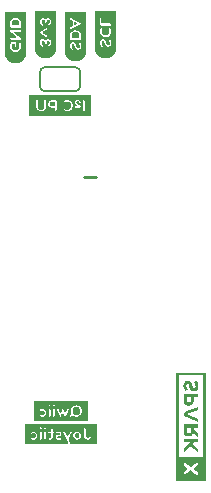
<source format=gbo>
G04 #@! TF.FileFunction,Legend,Bot*
%FSLAX46Y46*%
G04 Gerber Fmt 4.6, Leading zero omitted, Abs format (unit mm)*
G04 Created by KiCad (PCBNEW 4.0.6) date 02/21/18 15:14:43*
%MOMM*%
%LPD*%
G01*
G04 APERTURE LIST*
%ADD10C,0.100000*%
%ADD11C,0.254000*%
%ADD12C,0.152400*%
%ADD13C,0.066040*%
G04 APERTURE END LIST*
D10*
D11*
X152883809Y-108035876D02*
X151916190Y-108035876D01*
D10*
G36*
X159668872Y-124612400D02*
X162199928Y-124612400D01*
X162199928Y-131631334D01*
X161964928Y-131631334D01*
X161964928Y-124847400D01*
X159903872Y-124847400D01*
X159903872Y-131713631D01*
X161057641Y-131713631D01*
X161057641Y-132484469D01*
X160924341Y-132575909D01*
X160321753Y-132166259D01*
X160321753Y-132481725D01*
X160719516Y-132739588D01*
X160321753Y-132999278D01*
X160321753Y-133305600D01*
X160920684Y-132895950D01*
X161057641Y-132989422D01*
X161057641Y-133756400D01*
X159668872Y-133756400D01*
X159668872Y-131713631D01*
X159668872Y-124612400D01*
G37*
G36*
X161057641Y-133756400D02*
X161057641Y-132989422D01*
X161547963Y-133323888D01*
X161547963Y-133322059D01*
X161547963Y-133006591D01*
X161127338Y-132731356D01*
X161547963Y-132454294D01*
X161547963Y-132147972D01*
X161057641Y-132484469D01*
X161057641Y-131713631D01*
X161964928Y-131713631D01*
X161964928Y-131631334D01*
X162199928Y-131631334D01*
X162199928Y-131713631D01*
X162199928Y-133756400D01*
X161057641Y-133756400D01*
G37*
G36*
X160305294Y-125703278D02*
X160311997Y-125612753D01*
X160331809Y-125530456D01*
X160363816Y-125457306D01*
X160406791Y-125395125D01*
X160460437Y-125345037D01*
X160522919Y-125307344D01*
X160594344Y-125283875D01*
X160633766Y-125280116D01*
X160633766Y-125547019D01*
X160608262Y-125553012D01*
X160574125Y-125582578D01*
X160551062Y-125631956D01*
X160543037Y-125700537D01*
X160551166Y-125779175D01*
X160575041Y-125857812D01*
X160633766Y-125964391D01*
X160633766Y-126039372D01*
X160460741Y-126158650D01*
X160394194Y-126059284D01*
X160345525Y-125951081D01*
X160315453Y-125832719D01*
X160305294Y-125703278D01*
G37*
G36*
X160633766Y-126039372D02*
X160633766Y-125964391D01*
X160663737Y-126018747D01*
X160633766Y-126039372D01*
G37*
G36*
X160633766Y-125547019D02*
X160633766Y-125280116D01*
X160674709Y-125276253D01*
X160678369Y-125276253D01*
X160761884Y-125283672D01*
X160831072Y-125305516D01*
X160887459Y-125340362D01*
X160933484Y-125386897D01*
X161002981Y-125514912D01*
X161054188Y-125684078D01*
X161090763Y-125809350D01*
X161125509Y-125885244D01*
X161163000Y-125921822D01*
X161209634Y-125931878D01*
X161213291Y-125931878D01*
X161261959Y-125920194D01*
X161298331Y-125885244D01*
X161321394Y-125829466D01*
X161329422Y-125754484D01*
X161319259Y-125653394D01*
X161289188Y-125560631D01*
X161241944Y-125473156D01*
X161180375Y-125387812D01*
X161371484Y-125228706D01*
X161458553Y-125345037D01*
X161519616Y-125473766D01*
X161555888Y-125610009D01*
X161568078Y-125749000D01*
X161561781Y-125844403D01*
X161542475Y-125930966D01*
X161511388Y-126007266D01*
X161469325Y-126072697D01*
X161415375Y-126125428D01*
X161350453Y-126165050D01*
X161274353Y-126189741D01*
X161188603Y-126197969D01*
X161184947Y-126197969D01*
X161181288Y-126197969D01*
X161106409Y-126191672D01*
X161043213Y-126172366D01*
X160989163Y-126140566D01*
X160942628Y-126096472D01*
X160869478Y-125973941D01*
X160814612Y-125807522D01*
X160778037Y-125676762D01*
X160745119Y-125595381D01*
X160705800Y-125554231D01*
X160653678Y-125543259D01*
X160650022Y-125543259D01*
X160633766Y-125547019D01*
G37*
G36*
X160633766Y-131047541D02*
X160633766Y-130731769D01*
X160857591Y-130523997D01*
X160633766Y-130523997D01*
X160633766Y-130254247D01*
X161547963Y-130254247D01*
X161547963Y-130523997D01*
X161173059Y-130523997D01*
X161025841Y-130665728D01*
X161547963Y-131046119D01*
X161547963Y-131369816D01*
X160842047Y-130847694D01*
X160633766Y-131047541D01*
G37*
G36*
X160633766Y-131047541D02*
X160321753Y-131346956D01*
X160321753Y-131021428D01*
X160633766Y-130731769D01*
X160633766Y-131047541D01*
G37*
G36*
X160633766Y-130523997D02*
X160321753Y-130523997D01*
X160321753Y-130254247D01*
X160633766Y-130254247D01*
X160633766Y-130523997D01*
G37*
G36*
X160633766Y-130001672D02*
X160633766Y-129699919D01*
X160663737Y-129722881D01*
X160740547Y-129736697D01*
X160743291Y-129736697D01*
X160813903Y-129723591D01*
X160869478Y-129683663D01*
X160904937Y-129618538D01*
X160917025Y-129530044D01*
X160917025Y-129256638D01*
X160633766Y-129256638D01*
X160633766Y-128986891D01*
X161547963Y-128986891D01*
X161547963Y-129256638D01*
X161155684Y-129256638D01*
X161155684Y-129468778D01*
X161547963Y-129731213D01*
X161547963Y-130046678D01*
X161109966Y-129746756D01*
X161053678Y-129853131D01*
X160972806Y-129936950D01*
X160865412Y-129991713D01*
X160730487Y-130010103D01*
X160726831Y-130010103D01*
X160636712Y-130002584D01*
X160633766Y-130001672D01*
G37*
G36*
X160633766Y-130001672D02*
X160556853Y-129979825D01*
X160487562Y-129941828D01*
X160428737Y-129888488D01*
X160381900Y-129821431D01*
X160348472Y-129742284D01*
X160328456Y-129650947D01*
X160321753Y-129547416D01*
X160321753Y-128986891D01*
X160633766Y-128986891D01*
X160633766Y-129256638D01*
X160564981Y-129256638D01*
X160564981Y-129524556D01*
X160575956Y-129613763D01*
X160608875Y-129680919D01*
X160633766Y-129699919D01*
X160633766Y-130001672D01*
G37*
G36*
X160633766Y-128408481D02*
X160633766Y-127886359D01*
X161547963Y-127497331D01*
X161547963Y-127772566D01*
X160637219Y-128143812D01*
X161547963Y-128515059D01*
X161547963Y-128797609D01*
X160633766Y-128408481D01*
G37*
G36*
X160633766Y-128408481D02*
X160312609Y-128271828D01*
X160312609Y-128023112D01*
X160633766Y-127886359D01*
X160633766Y-128408481D01*
G37*
G36*
X160633766Y-127389025D02*
X160633766Y-127087275D01*
X160670647Y-127115216D01*
X160750606Y-127129744D01*
X160754262Y-127129744D01*
X160826703Y-127115925D01*
X160886850Y-127073966D01*
X160926781Y-127006603D01*
X160939888Y-126916687D01*
X160939888Y-126702719D01*
X160633766Y-126702719D01*
X160633766Y-126432056D01*
X161546134Y-126432056D01*
X161546134Y-126701803D01*
X161178544Y-126701803D01*
X161178544Y-126906628D01*
X161171638Y-127006603D01*
X161151113Y-127100481D01*
X161116975Y-127184912D01*
X161069731Y-127257759D01*
X161008569Y-127318009D01*
X160934400Y-127363828D01*
X160847228Y-127392581D01*
X160746947Y-127402234D01*
X160748778Y-127403150D01*
X160745119Y-127403150D01*
X160654594Y-127395022D01*
X160633766Y-127389025D01*
G37*
G36*
X160633766Y-127389025D02*
X160572297Y-127371144D01*
X160499653Y-127331725D01*
X160437881Y-127277875D01*
X160388300Y-127210819D01*
X160351012Y-127130656D01*
X160327950Y-127038100D01*
X160319922Y-126933147D01*
X160319922Y-126432056D01*
X160633766Y-126432056D01*
X160633766Y-126702719D01*
X160564981Y-126702719D01*
X160564981Y-126911203D01*
X160576769Y-127002134D01*
X160612531Y-127071222D01*
X160633766Y-127087275D01*
X160633766Y-127389025D01*
G37*
D12*
X151130000Y-98755200D02*
X148590000Y-98755200D01*
X151587200Y-99212400D02*
X151587200Y-100330000D01*
X148132800Y-99212400D02*
X148132800Y-100330000D01*
X148590000Y-100787200D02*
X151130000Y-100787200D01*
X151587200Y-100330000D02*
G75*
G02X151130000Y-100787200I-457200J0D01*
G01*
X148590000Y-100787200D02*
G75*
G02X148132800Y-100330000I0J457200D01*
G01*
X148132800Y-99212400D02*
G75*
G02X148590000Y-98755200I457200J0D01*
G01*
X151130000Y-98755200D02*
G75*
G02X151587200Y-99212400I0J-457200D01*
G01*
D13*
X146829780Y-97762060D02*
X146829780Y-94040960D01*
X146829780Y-94040960D02*
X146867880Y-94040960D01*
X146867880Y-97762060D02*
X146867880Y-94040960D01*
X146829780Y-97762060D02*
X146867880Y-97762060D01*
X146789140Y-97840800D02*
X146789140Y-94040960D01*
X146789140Y-94040960D02*
X146829780Y-94040960D01*
X146829780Y-97840800D02*
X146829780Y-94040960D01*
X146789140Y-97840800D02*
X146829780Y-97840800D01*
X146748500Y-97922080D02*
X146748500Y-94040960D01*
X146748500Y-94040960D02*
X146789140Y-94040960D01*
X146789140Y-97922080D02*
X146789140Y-94040960D01*
X146748500Y-97922080D02*
X146789140Y-97922080D01*
X146707860Y-98000820D02*
X146707860Y-94040960D01*
X146707860Y-94040960D02*
X146748500Y-94040960D01*
X146748500Y-98000820D02*
X146748500Y-94040960D01*
X146707860Y-98000820D02*
X146748500Y-98000820D01*
X146669760Y-98041460D02*
X146669760Y-94040960D01*
X146669760Y-94040960D02*
X146707860Y-94040960D01*
X146707860Y-98041460D02*
X146707860Y-94040960D01*
X146669760Y-98041460D02*
X146707860Y-98041460D01*
X146629120Y-98082100D02*
X146629120Y-94040960D01*
X146629120Y-94040960D02*
X146669760Y-94040960D01*
X146669760Y-98082100D02*
X146669760Y-94040960D01*
X146629120Y-98082100D02*
X146669760Y-98082100D01*
X146588480Y-98120200D02*
X146588480Y-94040960D01*
X146588480Y-94040960D02*
X146629120Y-94040960D01*
X146629120Y-98120200D02*
X146629120Y-94040960D01*
X146588480Y-98120200D02*
X146629120Y-98120200D01*
X146547840Y-98160840D02*
X146547840Y-97040700D01*
X146547840Y-97040700D02*
X146588480Y-97040700D01*
X146588480Y-98160840D02*
X146588480Y-97040700D01*
X146547840Y-98160840D02*
X146588480Y-98160840D01*
X146547840Y-96840040D02*
X146547840Y-94040960D01*
X146547840Y-94040960D02*
X146588480Y-94040960D01*
X146588480Y-96840040D02*
X146588480Y-94040960D01*
X146547840Y-96840040D02*
X146588480Y-96840040D01*
X146509740Y-98201480D02*
X146509740Y-97160080D01*
X146509740Y-97160080D02*
X146547840Y-97160080D01*
X146547840Y-98201480D02*
X146547840Y-97160080D01*
X146509740Y-98201480D02*
X146547840Y-98201480D01*
X146509740Y-96720660D02*
X146509740Y-96400620D01*
X146509740Y-96400620D02*
X146547840Y-96400620D01*
X146547840Y-96720660D02*
X146547840Y-96400620D01*
X146509740Y-96720660D02*
X146547840Y-96720660D01*
X146509740Y-96199960D02*
X146509740Y-95719900D01*
X146509740Y-95719900D02*
X146547840Y-95719900D01*
X146547840Y-96199960D02*
X146547840Y-95719900D01*
X146509740Y-96199960D02*
X146547840Y-96199960D01*
X146509740Y-95521780D02*
X146509740Y-95361760D01*
X146509740Y-95361760D02*
X146547840Y-95361760D01*
X146547840Y-95521780D02*
X146547840Y-95361760D01*
X146509740Y-95521780D02*
X146547840Y-95521780D01*
X146509740Y-94800420D02*
X146509740Y-94040960D01*
X146509740Y-94040960D02*
X146547840Y-94040960D01*
X146547840Y-94800420D02*
X146547840Y-94040960D01*
X146509740Y-94800420D02*
X146547840Y-94800420D01*
X146469100Y-98201480D02*
X146469100Y-97241360D01*
X146469100Y-97241360D02*
X146509740Y-97241360D01*
X146509740Y-98201480D02*
X146509740Y-97241360D01*
X146469100Y-98201480D02*
X146509740Y-98201480D01*
X146469100Y-96641920D02*
X146469100Y-96441260D01*
X146469100Y-96441260D02*
X146509740Y-96441260D01*
X146509740Y-96641920D02*
X146509740Y-96441260D01*
X146469100Y-96641920D02*
X146509740Y-96641920D01*
X146469100Y-96161860D02*
X146469100Y-95760540D01*
X146469100Y-95760540D02*
X146509740Y-95760540D01*
X146509740Y-96161860D02*
X146509740Y-95760540D01*
X146469100Y-96161860D02*
X146509740Y-96161860D01*
X146469100Y-95521780D02*
X146469100Y-95399860D01*
X146469100Y-95399860D02*
X146509740Y-95399860D01*
X146509740Y-95521780D02*
X146509740Y-95399860D01*
X146469100Y-95521780D02*
X146509740Y-95521780D01*
X146469100Y-94721680D02*
X146469100Y-94040960D01*
X146469100Y-94040960D02*
X146509740Y-94040960D01*
X146509740Y-94721680D02*
X146509740Y-94040960D01*
X146469100Y-94721680D02*
X146509740Y-94721680D01*
X146428460Y-98242120D02*
X146428460Y-97282000D01*
X146428460Y-97282000D02*
X146469100Y-97282000D01*
X146469100Y-98242120D02*
X146469100Y-97282000D01*
X146428460Y-98242120D02*
X146469100Y-98242120D01*
X146428460Y-96601280D02*
X146428460Y-96441260D01*
X146428460Y-96441260D02*
X146469100Y-96441260D01*
X146469100Y-96601280D02*
X146469100Y-96441260D01*
X146428460Y-96601280D02*
X146469100Y-96601280D01*
X146428460Y-96121220D02*
X146428460Y-95760540D01*
X146428460Y-95760540D02*
X146469100Y-95760540D01*
X146469100Y-96121220D02*
X146469100Y-95760540D01*
X146428460Y-96121220D02*
X146469100Y-96121220D01*
X146428460Y-95521780D02*
X146428460Y-95399860D01*
X146428460Y-95399860D02*
X146469100Y-95399860D01*
X146469100Y-95521780D02*
X146469100Y-95399860D01*
X146428460Y-95521780D02*
X146469100Y-95521780D01*
X146428460Y-94681040D02*
X146428460Y-94040960D01*
X146428460Y-94040960D02*
X146469100Y-94040960D01*
X146469100Y-94681040D02*
X146469100Y-94040960D01*
X146428460Y-94681040D02*
X146469100Y-94681040D01*
X146387820Y-98242120D02*
X146387820Y-97320100D01*
X146387820Y-97320100D02*
X146428460Y-97320100D01*
X146428460Y-98242120D02*
X146428460Y-97320100D01*
X146387820Y-98242120D02*
X146428460Y-98242120D01*
X146387820Y-96601280D02*
X146387820Y-96441260D01*
X146387820Y-96441260D02*
X146428460Y-96441260D01*
X146428460Y-96601280D02*
X146428460Y-96441260D01*
X146387820Y-96601280D02*
X146428460Y-96601280D01*
X146387820Y-96121220D02*
X146387820Y-95760540D01*
X146387820Y-95760540D02*
X146428460Y-95760540D01*
X146428460Y-96121220D02*
X146428460Y-95760540D01*
X146387820Y-96121220D02*
X146428460Y-96121220D01*
X146387820Y-95521780D02*
X146387820Y-95399860D01*
X146387820Y-95399860D02*
X146428460Y-95399860D01*
X146428460Y-95521780D02*
X146428460Y-95399860D01*
X146387820Y-95521780D02*
X146428460Y-95521780D01*
X146387820Y-94640400D02*
X146387820Y-94040960D01*
X146387820Y-94040960D02*
X146428460Y-94040960D01*
X146428460Y-94640400D02*
X146428460Y-94040960D01*
X146387820Y-94640400D02*
X146428460Y-94640400D01*
X146349720Y-98280220D02*
X146349720Y-97360740D01*
X146349720Y-97360740D02*
X146387820Y-97360740D01*
X146387820Y-98280220D02*
X146387820Y-97360740D01*
X146349720Y-98280220D02*
X146387820Y-98280220D01*
X146349720Y-96601280D02*
X146349720Y-96441260D01*
X146349720Y-96441260D02*
X146387820Y-96441260D01*
X146387820Y-96601280D02*
X146387820Y-96441260D01*
X146349720Y-96601280D02*
X146387820Y-96601280D01*
X146349720Y-96080580D02*
X146349720Y-95760540D01*
X146349720Y-95760540D02*
X146387820Y-95760540D01*
X146387820Y-96080580D02*
X146387820Y-95760540D01*
X146349720Y-96080580D02*
X146387820Y-96080580D01*
X146349720Y-95521780D02*
X146349720Y-95399860D01*
X146349720Y-95399860D02*
X146387820Y-95399860D01*
X146387820Y-95521780D02*
X146387820Y-95399860D01*
X146349720Y-95521780D02*
X146387820Y-95521780D01*
X146349720Y-94599760D02*
X146349720Y-94040960D01*
X146349720Y-94040960D02*
X146387820Y-94040960D01*
X146387820Y-94599760D02*
X146387820Y-94040960D01*
X146349720Y-94599760D02*
X146387820Y-94599760D01*
X146309080Y-98280220D02*
X146309080Y-97401380D01*
X146309080Y-97401380D02*
X146349720Y-97401380D01*
X146349720Y-98280220D02*
X146349720Y-97401380D01*
X146309080Y-98280220D02*
X146349720Y-98280220D01*
X146309080Y-96601280D02*
X146309080Y-96441260D01*
X146309080Y-96441260D02*
X146349720Y-96441260D01*
X146349720Y-96601280D02*
X146349720Y-96441260D01*
X146309080Y-96601280D02*
X146349720Y-96601280D01*
X146309080Y-96039940D02*
X146309080Y-95760540D01*
X146309080Y-95760540D02*
X146349720Y-95760540D01*
X146349720Y-96039940D02*
X146349720Y-95760540D01*
X146309080Y-96039940D02*
X146349720Y-96039940D01*
X146309080Y-95521780D02*
X146309080Y-95399860D01*
X146309080Y-95399860D02*
X146349720Y-95399860D01*
X146349720Y-95521780D02*
X146349720Y-95399860D01*
X146309080Y-95521780D02*
X146349720Y-95521780D01*
X146309080Y-94561660D02*
X146309080Y-94040960D01*
X146309080Y-94040960D02*
X146349720Y-94040960D01*
X146349720Y-94561660D02*
X146349720Y-94040960D01*
X146309080Y-94561660D02*
X146349720Y-94561660D01*
X146268440Y-98320860D02*
X146268440Y-97442020D01*
X146268440Y-97442020D02*
X146309080Y-97442020D01*
X146309080Y-98320860D02*
X146309080Y-97442020D01*
X146268440Y-98320860D02*
X146309080Y-98320860D01*
X146268440Y-97121980D02*
X146268440Y-96801940D01*
X146268440Y-96801940D02*
X146309080Y-96801940D01*
X146309080Y-97121980D02*
X146309080Y-96801940D01*
X146268440Y-97121980D02*
X146309080Y-97121980D01*
X146268440Y-96641920D02*
X146268440Y-96441260D01*
X146268440Y-96441260D02*
X146309080Y-96441260D01*
X146309080Y-96641920D02*
X146309080Y-96441260D01*
X146268440Y-96641920D02*
X146309080Y-96641920D01*
X146268440Y-96001840D02*
X146268440Y-95760540D01*
X146268440Y-95760540D02*
X146309080Y-95760540D01*
X146309080Y-96001840D02*
X146309080Y-95760540D01*
X146268440Y-96001840D02*
X146309080Y-96001840D01*
X146268440Y-95521780D02*
X146268440Y-95399860D01*
X146268440Y-95399860D02*
X146309080Y-95399860D01*
X146309080Y-95521780D02*
X146309080Y-95399860D01*
X146268440Y-95521780D02*
X146309080Y-95521780D01*
X146268440Y-95120460D02*
X146268440Y-94881700D01*
X146268440Y-94881700D02*
X146309080Y-94881700D01*
X146309080Y-95120460D02*
X146309080Y-94881700D01*
X146268440Y-95120460D02*
X146309080Y-95120460D01*
X146268440Y-94521020D02*
X146268440Y-94040960D01*
X146268440Y-94040960D02*
X146309080Y-94040960D01*
X146309080Y-94521020D02*
X146309080Y-94040960D01*
X146268440Y-94521020D02*
X146309080Y-94521020D01*
X146227800Y-98320860D02*
X146227800Y-97442020D01*
X146227800Y-97442020D02*
X146268440Y-97442020D01*
X146268440Y-98320860D02*
X146268440Y-97442020D01*
X146227800Y-98320860D02*
X146268440Y-98320860D01*
X146227800Y-97160080D02*
X146227800Y-96441260D01*
X146227800Y-96441260D02*
X146268440Y-96441260D01*
X146268440Y-97160080D02*
X146268440Y-96441260D01*
X146227800Y-97160080D02*
X146268440Y-97160080D01*
X146227800Y-96001840D02*
X146227800Y-95760540D01*
X146227800Y-95760540D02*
X146268440Y-95760540D01*
X146268440Y-96001840D02*
X146268440Y-95760540D01*
X146227800Y-96001840D02*
X146268440Y-96001840D01*
X146227800Y-95521780D02*
X146227800Y-95399860D01*
X146227800Y-95399860D02*
X146268440Y-95399860D01*
X146268440Y-95521780D02*
X146268440Y-95399860D01*
X146227800Y-95521780D02*
X146268440Y-95521780D01*
X146227800Y-95120460D02*
X146227800Y-94800420D01*
X146227800Y-94800420D02*
X146268440Y-94800420D01*
X146268440Y-95120460D02*
X146268440Y-94800420D01*
X146227800Y-95120460D02*
X146268440Y-95120460D01*
X146227800Y-94521020D02*
X146227800Y-94040960D01*
X146227800Y-94040960D02*
X146268440Y-94040960D01*
X146268440Y-94521020D02*
X146268440Y-94040960D01*
X146227800Y-94521020D02*
X146268440Y-94521020D01*
X146189700Y-98320860D02*
X146189700Y-97442020D01*
X146189700Y-97442020D02*
X146227800Y-97442020D01*
X146227800Y-98320860D02*
X146227800Y-97442020D01*
X146189700Y-98320860D02*
X146227800Y-98320860D01*
X146189700Y-97200720D02*
X146189700Y-96441260D01*
X146189700Y-96441260D02*
X146227800Y-96441260D01*
X146227800Y-97200720D02*
X146227800Y-96441260D01*
X146189700Y-97200720D02*
X146227800Y-97200720D01*
X146189700Y-95961200D02*
X146189700Y-95760540D01*
X146189700Y-95760540D02*
X146227800Y-95760540D01*
X146227800Y-95961200D02*
X146227800Y-95760540D01*
X146189700Y-95961200D02*
X146227800Y-95961200D01*
X146189700Y-95521780D02*
X146189700Y-95399860D01*
X146189700Y-95399860D02*
X146227800Y-95399860D01*
X146227800Y-95521780D02*
X146227800Y-95399860D01*
X146189700Y-95521780D02*
X146227800Y-95521780D01*
X146189700Y-95120460D02*
X146189700Y-94800420D01*
X146189700Y-94800420D02*
X146227800Y-94800420D01*
X146227800Y-95120460D02*
X146227800Y-94800420D01*
X146189700Y-95120460D02*
X146227800Y-95120460D01*
X146189700Y-94521020D02*
X146189700Y-94040960D01*
X146189700Y-94040960D02*
X146227800Y-94040960D01*
X146227800Y-94521020D02*
X146227800Y-94040960D01*
X146189700Y-94521020D02*
X146227800Y-94521020D01*
X146149060Y-98320860D02*
X146149060Y-97480120D01*
X146149060Y-97480120D02*
X146189700Y-97480120D01*
X146189700Y-98320860D02*
X146189700Y-97480120D01*
X146149060Y-98320860D02*
X146189700Y-98320860D01*
X146149060Y-97200720D02*
X146149060Y-96441260D01*
X146149060Y-96441260D02*
X146189700Y-96441260D01*
X146189700Y-97200720D02*
X146189700Y-96441260D01*
X146149060Y-97200720D02*
X146189700Y-97200720D01*
X146149060Y-95920560D02*
X146149060Y-95760540D01*
X146149060Y-95760540D02*
X146189700Y-95760540D01*
X146189700Y-95920560D02*
X146189700Y-95760540D01*
X146149060Y-95920560D02*
X146189700Y-95920560D01*
X146149060Y-95521780D02*
X146149060Y-95399860D01*
X146149060Y-95399860D02*
X146189700Y-95399860D01*
X146189700Y-95521780D02*
X146189700Y-95399860D01*
X146149060Y-95521780D02*
X146189700Y-95521780D01*
X146149060Y-95120460D02*
X146149060Y-94759780D01*
X146149060Y-94759780D02*
X146189700Y-94759780D01*
X146189700Y-95120460D02*
X146189700Y-94759780D01*
X146149060Y-95120460D02*
X146189700Y-95120460D01*
X146149060Y-94480380D02*
X146149060Y-94040960D01*
X146149060Y-94040960D02*
X146189700Y-94040960D01*
X146189700Y-94480380D02*
X146189700Y-94040960D01*
X146149060Y-94480380D02*
X146189700Y-94480380D01*
X146108420Y-98320860D02*
X146108420Y-97480120D01*
X146108420Y-97480120D02*
X146149060Y-97480120D01*
X146149060Y-98320860D02*
X146149060Y-97480120D01*
X146108420Y-98320860D02*
X146149060Y-98320860D01*
X146108420Y-97241360D02*
X146108420Y-96961960D01*
X146108420Y-96961960D02*
X146149060Y-96961960D01*
X146149060Y-97241360D02*
X146149060Y-96961960D01*
X146108420Y-97241360D02*
X146149060Y-97241360D01*
X146108420Y-96601280D02*
X146108420Y-96441260D01*
X146108420Y-96441260D02*
X146149060Y-96441260D01*
X146149060Y-96601280D02*
X146149060Y-96441260D01*
X146108420Y-96601280D02*
X146149060Y-96601280D01*
X146108420Y-95879920D02*
X146108420Y-95760540D01*
X146108420Y-95760540D02*
X146149060Y-95760540D01*
X146149060Y-95879920D02*
X146149060Y-95760540D01*
X146108420Y-95879920D02*
X146149060Y-95879920D01*
X146108420Y-95521780D02*
X146108420Y-95399860D01*
X146108420Y-95399860D02*
X146149060Y-95399860D01*
X146149060Y-95521780D02*
X146149060Y-95399860D01*
X146108420Y-95521780D02*
X146149060Y-95521780D01*
X146108420Y-95120460D02*
X146108420Y-94721680D01*
X146108420Y-94721680D02*
X146149060Y-94721680D01*
X146149060Y-95120460D02*
X146149060Y-94721680D01*
X146108420Y-95120460D02*
X146149060Y-95120460D01*
X146108420Y-94480380D02*
X146108420Y-94040960D01*
X146108420Y-94040960D02*
X146149060Y-94040960D01*
X146149060Y-94480380D02*
X146149060Y-94040960D01*
X146108420Y-94480380D02*
X146149060Y-94480380D01*
X146067780Y-98320860D02*
X146067780Y-97480120D01*
X146067780Y-97480120D02*
X146108420Y-97480120D01*
X146108420Y-98320860D02*
X146108420Y-97480120D01*
X146067780Y-98320860D02*
X146108420Y-98320860D01*
X146067780Y-97241360D02*
X146067780Y-97000060D01*
X146067780Y-97000060D02*
X146108420Y-97000060D01*
X146108420Y-97241360D02*
X146108420Y-97000060D01*
X146067780Y-97241360D02*
X146108420Y-97241360D01*
X146067780Y-96560640D02*
X146067780Y-96441260D01*
X146067780Y-96441260D02*
X146108420Y-96441260D01*
X146108420Y-96560640D02*
X146108420Y-96441260D01*
X146067780Y-96560640D02*
X146108420Y-96560640D01*
X146067780Y-95879920D02*
X146067780Y-95760540D01*
X146067780Y-95760540D02*
X146108420Y-95760540D01*
X146108420Y-95879920D02*
X146108420Y-95760540D01*
X146067780Y-95879920D02*
X146108420Y-95879920D01*
X146067780Y-95521780D02*
X146067780Y-95399860D01*
X146067780Y-95399860D02*
X146108420Y-95399860D01*
X146108420Y-95521780D02*
X146108420Y-95399860D01*
X146067780Y-95521780D02*
X146108420Y-95521780D01*
X146067780Y-95120460D02*
X146067780Y-94721680D01*
X146067780Y-94721680D02*
X146108420Y-94721680D01*
X146108420Y-95120460D02*
X146108420Y-94721680D01*
X146067780Y-95120460D02*
X146108420Y-95120460D01*
X146067780Y-94480380D02*
X146067780Y-94040960D01*
X146067780Y-94040960D02*
X146108420Y-94040960D01*
X146108420Y-94480380D02*
X146108420Y-94040960D01*
X146067780Y-94480380D02*
X146108420Y-94480380D01*
X146032220Y-98320860D02*
X146032220Y-97480120D01*
X146032220Y-97480120D02*
X146067780Y-97480120D01*
X146067780Y-98320860D02*
X146067780Y-97480120D01*
X146032220Y-98320860D02*
X146067780Y-98320860D01*
X146032220Y-97241360D02*
X146032220Y-97000060D01*
X146032220Y-97000060D02*
X146067780Y-97000060D01*
X146067780Y-97241360D02*
X146067780Y-97000060D01*
X146032220Y-97241360D02*
X146067780Y-97241360D01*
X146032220Y-96560640D02*
X146032220Y-96441260D01*
X146032220Y-96441260D02*
X146067780Y-96441260D01*
X146067780Y-96560640D02*
X146067780Y-96441260D01*
X146032220Y-96560640D02*
X146067780Y-96560640D01*
X146032220Y-96161860D02*
X146032220Y-96121220D01*
X146032220Y-96121220D02*
X146067780Y-96121220D01*
X146067780Y-96161860D02*
X146067780Y-96121220D01*
X146032220Y-96161860D02*
X146067780Y-96161860D01*
X146032220Y-95841820D02*
X146032220Y-95760540D01*
X146032220Y-95760540D02*
X146067780Y-95760540D01*
X146067780Y-95841820D02*
X146067780Y-95760540D01*
X146032220Y-95841820D02*
X146067780Y-95841820D01*
X146032220Y-95521780D02*
X146032220Y-95399860D01*
X146032220Y-95399860D02*
X146067780Y-95399860D01*
X146067780Y-95521780D02*
X146067780Y-95399860D01*
X146032220Y-95521780D02*
X146067780Y-95521780D01*
X146032220Y-95120460D02*
X146032220Y-94721680D01*
X146032220Y-94721680D02*
X146067780Y-94721680D01*
X146067780Y-95120460D02*
X146067780Y-94721680D01*
X146032220Y-95120460D02*
X146067780Y-95120460D01*
X146032220Y-94480380D02*
X146032220Y-94040960D01*
X146032220Y-94040960D02*
X146067780Y-94040960D01*
X146067780Y-94480380D02*
X146067780Y-94040960D01*
X146032220Y-94480380D02*
X146067780Y-94480380D01*
X145991580Y-98320860D02*
X145991580Y-97480120D01*
X145991580Y-97480120D02*
X146032220Y-97480120D01*
X146032220Y-98320860D02*
X146032220Y-97480120D01*
X145991580Y-98320860D02*
X146032220Y-98320860D01*
X145991580Y-97241360D02*
X145991580Y-97000060D01*
X145991580Y-97000060D02*
X146032220Y-97000060D01*
X146032220Y-97241360D02*
X146032220Y-97000060D01*
X145991580Y-97241360D02*
X146032220Y-97241360D01*
X145991580Y-96560640D02*
X145991580Y-96441260D01*
X145991580Y-96441260D02*
X146032220Y-96441260D01*
X146032220Y-96560640D02*
X146032220Y-96441260D01*
X145991580Y-96560640D02*
X146032220Y-96560640D01*
X145991580Y-96161860D02*
X145991580Y-96080580D01*
X145991580Y-96080580D02*
X146032220Y-96080580D01*
X146032220Y-96161860D02*
X146032220Y-96080580D01*
X145991580Y-96161860D02*
X146032220Y-96161860D01*
X145991580Y-95801180D02*
X145991580Y-95760540D01*
X145991580Y-95760540D02*
X146032220Y-95760540D01*
X146032220Y-95801180D02*
X146032220Y-95760540D01*
X145991580Y-95801180D02*
X146032220Y-95801180D01*
X145991580Y-95521780D02*
X145991580Y-95399860D01*
X145991580Y-95399860D02*
X146032220Y-95399860D01*
X146032220Y-95521780D02*
X146032220Y-95399860D01*
X145991580Y-95521780D02*
X146032220Y-95521780D01*
X145991580Y-95120460D02*
X145991580Y-94721680D01*
X145991580Y-94721680D02*
X146032220Y-94721680D01*
X146032220Y-95120460D02*
X146032220Y-94721680D01*
X145991580Y-95120460D02*
X146032220Y-95120460D01*
X145991580Y-94480380D02*
X145991580Y-94040960D01*
X145991580Y-94040960D02*
X146032220Y-94040960D01*
X146032220Y-94480380D02*
X146032220Y-94040960D01*
X145991580Y-94480380D02*
X146032220Y-94480380D01*
X145950940Y-98320860D02*
X145950940Y-97480120D01*
X145950940Y-97480120D02*
X145991580Y-97480120D01*
X145991580Y-98320860D02*
X145991580Y-97480120D01*
X145950940Y-98320860D02*
X145991580Y-98320860D01*
X145950940Y-97241360D02*
X145950940Y-97000060D01*
X145950940Y-97000060D02*
X145991580Y-97000060D01*
X145991580Y-97241360D02*
X145991580Y-97000060D01*
X145950940Y-97241360D02*
X145991580Y-97241360D01*
X145950940Y-96560640D02*
X145950940Y-96441260D01*
X145950940Y-96441260D02*
X145991580Y-96441260D01*
X145991580Y-96560640D02*
X145991580Y-96441260D01*
X145950940Y-96560640D02*
X145991580Y-96560640D01*
X145950940Y-96161860D02*
X145950940Y-96080580D01*
X145950940Y-96080580D02*
X145991580Y-96080580D01*
X145991580Y-96161860D02*
X145991580Y-96080580D01*
X145950940Y-96161860D02*
X145991580Y-96161860D01*
X145950940Y-95521780D02*
X145950940Y-95399860D01*
X145950940Y-95399860D02*
X145991580Y-95399860D01*
X145991580Y-95521780D02*
X145991580Y-95399860D01*
X145950940Y-95521780D02*
X145991580Y-95521780D01*
X145950940Y-95120460D02*
X145950940Y-94721680D01*
X145950940Y-94721680D02*
X145991580Y-94721680D01*
X145991580Y-95120460D02*
X145991580Y-94721680D01*
X145950940Y-95120460D02*
X145991580Y-95120460D01*
X145950940Y-94480380D02*
X145950940Y-94040960D01*
X145950940Y-94040960D02*
X145991580Y-94040960D01*
X145991580Y-94480380D02*
X145991580Y-94040960D01*
X145950940Y-94480380D02*
X145991580Y-94480380D01*
X145910300Y-98320860D02*
X145910300Y-97480120D01*
X145910300Y-97480120D02*
X145950940Y-97480120D01*
X145950940Y-98320860D02*
X145950940Y-97480120D01*
X145910300Y-98320860D02*
X145950940Y-98320860D01*
X145910300Y-97200720D02*
X145910300Y-96801940D01*
X145910300Y-96801940D02*
X145950940Y-96801940D01*
X145950940Y-97200720D02*
X145950940Y-96801940D01*
X145910300Y-97200720D02*
X145950940Y-97200720D01*
X145910300Y-96560640D02*
X145910300Y-96441260D01*
X145910300Y-96441260D02*
X145950940Y-96441260D01*
X145950940Y-96560640D02*
X145950940Y-96441260D01*
X145910300Y-96560640D02*
X145950940Y-96560640D01*
X145910300Y-96161860D02*
X145910300Y-96039940D01*
X145910300Y-96039940D02*
X145950940Y-96039940D01*
X145950940Y-96161860D02*
X145950940Y-96039940D01*
X145910300Y-96161860D02*
X145950940Y-96161860D01*
X145910300Y-95521780D02*
X145910300Y-95399860D01*
X145910300Y-95399860D02*
X145950940Y-95399860D01*
X145950940Y-95521780D02*
X145950940Y-95399860D01*
X145910300Y-95521780D02*
X145950940Y-95521780D01*
X145910300Y-95120460D02*
X145910300Y-94721680D01*
X145910300Y-94721680D02*
X145950940Y-94721680D01*
X145950940Y-95120460D02*
X145950940Y-94721680D01*
X145910300Y-95120460D02*
X145950940Y-95120460D01*
X145910300Y-94480380D02*
X145910300Y-94040960D01*
X145910300Y-94040960D02*
X145950940Y-94040960D01*
X145950940Y-94480380D02*
X145950940Y-94040960D01*
X145910300Y-94480380D02*
X145950940Y-94480380D01*
X145872200Y-98320860D02*
X145872200Y-97442020D01*
X145872200Y-97442020D02*
X145910300Y-97442020D01*
X145910300Y-98320860D02*
X145910300Y-97442020D01*
X145872200Y-98320860D02*
X145910300Y-98320860D01*
X145872200Y-97200720D02*
X145872200Y-96801940D01*
X145872200Y-96801940D02*
X145910300Y-96801940D01*
X145910300Y-97200720D02*
X145910300Y-96801940D01*
X145872200Y-97200720D02*
X145910300Y-97200720D01*
X145872200Y-96560640D02*
X145872200Y-96441260D01*
X145872200Y-96441260D02*
X145910300Y-96441260D01*
X145910300Y-96560640D02*
X145910300Y-96441260D01*
X145872200Y-96560640D02*
X145910300Y-96560640D01*
X145872200Y-96161860D02*
X145872200Y-96001840D01*
X145872200Y-96001840D02*
X145910300Y-96001840D01*
X145910300Y-96161860D02*
X145910300Y-96001840D01*
X145872200Y-96161860D02*
X145910300Y-96161860D01*
X145872200Y-95521780D02*
X145872200Y-95399860D01*
X145872200Y-95399860D02*
X145910300Y-95399860D01*
X145910300Y-95521780D02*
X145910300Y-95399860D01*
X145872200Y-95521780D02*
X145910300Y-95521780D01*
X145872200Y-95120460D02*
X145872200Y-94759780D01*
X145872200Y-94759780D02*
X145910300Y-94759780D01*
X145910300Y-95120460D02*
X145910300Y-94759780D01*
X145872200Y-95120460D02*
X145910300Y-95120460D01*
X145872200Y-94480380D02*
X145872200Y-94040960D01*
X145872200Y-94040960D02*
X145910300Y-94040960D01*
X145910300Y-94480380D02*
X145910300Y-94040960D01*
X145872200Y-94480380D02*
X145910300Y-94480380D01*
X145831560Y-98320860D02*
X145831560Y-97442020D01*
X145831560Y-97442020D02*
X145872200Y-97442020D01*
X145872200Y-98320860D02*
X145872200Y-97442020D01*
X145831560Y-98320860D02*
X145872200Y-98320860D01*
X145831560Y-97160080D02*
X145831560Y-96801940D01*
X145831560Y-96801940D02*
X145872200Y-96801940D01*
X145872200Y-97160080D02*
X145872200Y-96801940D01*
X145831560Y-97160080D02*
X145872200Y-97160080D01*
X145831560Y-96560640D02*
X145831560Y-96441260D01*
X145831560Y-96441260D02*
X145872200Y-96441260D01*
X145872200Y-96560640D02*
X145872200Y-96441260D01*
X145831560Y-96560640D02*
X145872200Y-96560640D01*
X145831560Y-96161860D02*
X145831560Y-95961200D01*
X145831560Y-95961200D02*
X145872200Y-95961200D01*
X145872200Y-96161860D02*
X145872200Y-95961200D01*
X145831560Y-96161860D02*
X145872200Y-96161860D01*
X145831560Y-95521780D02*
X145831560Y-95399860D01*
X145831560Y-95399860D02*
X145872200Y-95399860D01*
X145872200Y-95521780D02*
X145872200Y-95399860D01*
X145831560Y-95521780D02*
X145872200Y-95521780D01*
X145831560Y-95120460D02*
X145831560Y-94800420D01*
X145831560Y-94800420D02*
X145872200Y-94800420D01*
X145872200Y-95120460D02*
X145872200Y-94800420D01*
X145831560Y-95120460D02*
X145872200Y-95120460D01*
X145831560Y-94521020D02*
X145831560Y-94040960D01*
X145831560Y-94040960D02*
X145872200Y-94040960D01*
X145872200Y-94521020D02*
X145872200Y-94040960D01*
X145831560Y-94521020D02*
X145872200Y-94521020D01*
X145790920Y-98320860D02*
X145790920Y-97442020D01*
X145790920Y-97442020D02*
X145831560Y-97442020D01*
X145831560Y-98320860D02*
X145831560Y-97442020D01*
X145790920Y-98320860D02*
X145831560Y-98320860D01*
X145790920Y-97121980D02*
X145790920Y-96801940D01*
X145790920Y-96801940D02*
X145831560Y-96801940D01*
X145831560Y-97121980D02*
X145831560Y-96801940D01*
X145790920Y-97121980D02*
X145831560Y-97121980D01*
X145790920Y-96560640D02*
X145790920Y-96441260D01*
X145790920Y-96441260D02*
X145831560Y-96441260D01*
X145831560Y-96560640D02*
X145831560Y-96441260D01*
X145790920Y-96560640D02*
X145831560Y-96560640D01*
X145790920Y-96161860D02*
X145790920Y-95961200D01*
X145790920Y-95961200D02*
X145831560Y-95961200D01*
X145831560Y-96161860D02*
X145831560Y-95961200D01*
X145790920Y-96161860D02*
X145831560Y-96161860D01*
X145790920Y-95521780D02*
X145790920Y-95399860D01*
X145790920Y-95399860D02*
X145831560Y-95399860D01*
X145831560Y-95521780D02*
X145831560Y-95399860D01*
X145790920Y-95521780D02*
X145831560Y-95521780D01*
X145790920Y-95120460D02*
X145790920Y-94841060D01*
X145790920Y-94841060D02*
X145831560Y-94841060D01*
X145831560Y-95120460D02*
X145831560Y-94841060D01*
X145790920Y-95120460D02*
X145831560Y-95120460D01*
X145790920Y-94521020D02*
X145790920Y-94040960D01*
X145790920Y-94040960D02*
X145831560Y-94040960D01*
X145831560Y-94521020D02*
X145831560Y-94040960D01*
X145790920Y-94521020D02*
X145831560Y-94521020D01*
X145750280Y-98280220D02*
X145750280Y-97401380D01*
X145750280Y-97401380D02*
X145790920Y-97401380D01*
X145790920Y-98280220D02*
X145790920Y-97401380D01*
X145750280Y-98280220D02*
X145790920Y-98280220D01*
X145750280Y-97040700D02*
X145750280Y-96801940D01*
X145750280Y-96801940D02*
X145790920Y-96801940D01*
X145790920Y-97040700D02*
X145790920Y-96801940D01*
X145750280Y-97040700D02*
X145790920Y-97040700D01*
X145750280Y-96560640D02*
X145750280Y-96441260D01*
X145750280Y-96441260D02*
X145790920Y-96441260D01*
X145790920Y-96560640D02*
X145790920Y-96441260D01*
X145750280Y-96560640D02*
X145790920Y-96560640D01*
X145750280Y-96161860D02*
X145750280Y-95920560D01*
X145750280Y-95920560D02*
X145790920Y-95920560D01*
X145790920Y-96161860D02*
X145790920Y-95920560D01*
X145750280Y-96161860D02*
X145790920Y-96161860D01*
X145750280Y-95521780D02*
X145750280Y-95399860D01*
X145750280Y-95399860D02*
X145790920Y-95399860D01*
X145790920Y-95521780D02*
X145790920Y-95399860D01*
X145750280Y-95521780D02*
X145790920Y-95521780D01*
X145750280Y-95120460D02*
X145750280Y-94919800D01*
X145750280Y-94919800D02*
X145790920Y-94919800D01*
X145790920Y-95120460D02*
X145790920Y-94919800D01*
X145750280Y-95120460D02*
X145790920Y-95120460D01*
X145750280Y-94561660D02*
X145750280Y-94040960D01*
X145750280Y-94040960D02*
X145790920Y-94040960D01*
X145790920Y-94561660D02*
X145790920Y-94040960D01*
X145750280Y-94561660D02*
X145790920Y-94561660D01*
X145712180Y-98280220D02*
X145712180Y-97401380D01*
X145712180Y-97401380D02*
X145750280Y-97401380D01*
X145750280Y-98280220D02*
X145750280Y-97401380D01*
X145712180Y-98280220D02*
X145750280Y-98280220D01*
X145712180Y-96560640D02*
X145712180Y-96441260D01*
X145712180Y-96441260D02*
X145750280Y-96441260D01*
X145750280Y-96560640D02*
X145750280Y-96441260D01*
X145712180Y-96560640D02*
X145750280Y-96560640D01*
X145712180Y-96161860D02*
X145712180Y-95879920D01*
X145712180Y-95879920D02*
X145750280Y-95879920D01*
X145750280Y-96161860D02*
X145750280Y-95879920D01*
X145712180Y-96161860D02*
X145750280Y-96161860D01*
X145712180Y-95521780D02*
X145712180Y-95399860D01*
X145712180Y-95399860D02*
X145750280Y-95399860D01*
X145750280Y-95521780D02*
X145750280Y-95399860D01*
X145712180Y-95521780D02*
X145750280Y-95521780D01*
X145712180Y-94561660D02*
X145712180Y-94040960D01*
X145712180Y-94040960D02*
X145750280Y-94040960D01*
X145750280Y-94561660D02*
X145750280Y-94040960D01*
X145712180Y-94561660D02*
X145750280Y-94561660D01*
X145671540Y-98242120D02*
X145671540Y-97360740D01*
X145671540Y-97360740D02*
X145712180Y-97360740D01*
X145712180Y-98242120D02*
X145712180Y-97360740D01*
X145671540Y-98242120D02*
X145712180Y-98242120D01*
X145671540Y-96560640D02*
X145671540Y-96441260D01*
X145671540Y-96441260D02*
X145712180Y-96441260D01*
X145712180Y-96560640D02*
X145712180Y-96441260D01*
X145671540Y-96560640D02*
X145712180Y-96560640D01*
X145671540Y-96161860D02*
X145671540Y-95841820D01*
X145671540Y-95841820D02*
X145712180Y-95841820D01*
X145712180Y-96161860D02*
X145712180Y-95841820D01*
X145671540Y-96161860D02*
X145712180Y-96161860D01*
X145671540Y-95521780D02*
X145671540Y-95399860D01*
X145671540Y-95399860D02*
X145712180Y-95399860D01*
X145712180Y-95521780D02*
X145712180Y-95399860D01*
X145671540Y-95521780D02*
X145712180Y-95521780D01*
X145671540Y-94599760D02*
X145671540Y-94040960D01*
X145671540Y-94040960D02*
X145712180Y-94040960D01*
X145712180Y-94599760D02*
X145712180Y-94040960D01*
X145671540Y-94599760D02*
X145712180Y-94599760D01*
X145630900Y-98242120D02*
X145630900Y-97320100D01*
X145630900Y-97320100D02*
X145671540Y-97320100D01*
X145671540Y-98242120D02*
X145671540Y-97320100D01*
X145630900Y-98242120D02*
X145671540Y-98242120D01*
X145630900Y-96560640D02*
X145630900Y-96441260D01*
X145630900Y-96441260D02*
X145671540Y-96441260D01*
X145671540Y-96560640D02*
X145671540Y-96441260D01*
X145630900Y-96560640D02*
X145671540Y-96560640D01*
X145630900Y-96161860D02*
X145630900Y-95841820D01*
X145630900Y-95841820D02*
X145671540Y-95841820D01*
X145671540Y-96161860D02*
X145671540Y-95841820D01*
X145630900Y-96161860D02*
X145671540Y-96161860D01*
X145630900Y-95521780D02*
X145630900Y-95399860D01*
X145630900Y-95399860D02*
X145671540Y-95399860D01*
X145671540Y-95521780D02*
X145671540Y-95399860D01*
X145630900Y-95521780D02*
X145671540Y-95521780D01*
X145630900Y-94640400D02*
X145630900Y-94040960D01*
X145630900Y-94040960D02*
X145671540Y-94040960D01*
X145671540Y-94640400D02*
X145671540Y-94040960D01*
X145630900Y-94640400D02*
X145671540Y-94640400D01*
X145590260Y-98201480D02*
X145590260Y-97282000D01*
X145590260Y-97282000D02*
X145630900Y-97282000D01*
X145630900Y-98201480D02*
X145630900Y-97282000D01*
X145590260Y-98201480D02*
X145630900Y-98201480D01*
X145590260Y-96601280D02*
X145590260Y-96441260D01*
X145590260Y-96441260D02*
X145630900Y-96441260D01*
X145630900Y-96601280D02*
X145630900Y-96441260D01*
X145590260Y-96601280D02*
X145630900Y-96601280D01*
X145590260Y-96161860D02*
X145590260Y-95801180D01*
X145590260Y-95801180D02*
X145630900Y-95801180D01*
X145630900Y-96161860D02*
X145630900Y-95801180D01*
X145590260Y-96161860D02*
X145630900Y-96161860D01*
X145590260Y-95521780D02*
X145590260Y-95399860D01*
X145590260Y-95399860D02*
X145630900Y-95399860D01*
X145630900Y-95521780D02*
X145630900Y-95399860D01*
X145590260Y-95521780D02*
X145630900Y-95521780D01*
X145590260Y-94681040D02*
X145590260Y-94040960D01*
X145590260Y-94040960D02*
X145630900Y-94040960D01*
X145630900Y-94681040D02*
X145630900Y-94040960D01*
X145590260Y-94681040D02*
X145630900Y-94681040D01*
X145552160Y-98201480D02*
X145552160Y-97200720D01*
X145552160Y-97200720D02*
X145590260Y-97200720D01*
X145590260Y-98201480D02*
X145590260Y-97200720D01*
X145552160Y-98201480D02*
X145590260Y-98201480D01*
X145552160Y-96680020D02*
X145552160Y-96400620D01*
X145552160Y-96400620D02*
X145590260Y-96400620D01*
X145590260Y-96680020D02*
X145590260Y-96400620D01*
X145552160Y-96680020D02*
X145590260Y-96680020D01*
X145552160Y-96199960D02*
X145552160Y-95760540D01*
X145552160Y-95760540D02*
X145590260Y-95760540D01*
X145590260Y-96199960D02*
X145590260Y-95760540D01*
X145552160Y-96199960D02*
X145590260Y-96199960D01*
X145552160Y-95521780D02*
X145552160Y-95361760D01*
X145552160Y-95361760D02*
X145590260Y-95361760D01*
X145590260Y-95521780D02*
X145590260Y-95361760D01*
X145552160Y-95521780D02*
X145590260Y-95521780D01*
X145552160Y-94759780D02*
X145552160Y-94040960D01*
X145552160Y-94040960D02*
X145590260Y-94040960D01*
X145590260Y-94759780D02*
X145590260Y-94040960D01*
X145552160Y-94759780D02*
X145590260Y-94759780D01*
X145511520Y-98160840D02*
X145511520Y-97121980D01*
X145511520Y-97121980D02*
X145552160Y-97121980D01*
X145552160Y-98160840D02*
X145552160Y-97121980D01*
X145511520Y-98160840D02*
X145552160Y-98160840D01*
X145511520Y-96761300D02*
X145511520Y-96400620D01*
X145511520Y-96400620D02*
X145552160Y-96400620D01*
X145552160Y-96761300D02*
X145552160Y-96400620D01*
X145511520Y-96761300D02*
X145552160Y-96761300D01*
X145511520Y-96240600D02*
X145511520Y-95719900D01*
X145511520Y-95719900D02*
X145552160Y-95719900D01*
X145552160Y-96240600D02*
X145552160Y-95719900D01*
X145511520Y-96240600D02*
X145552160Y-96240600D01*
X145511520Y-95559880D02*
X145511520Y-95361760D01*
X145511520Y-95361760D02*
X145552160Y-95361760D01*
X145552160Y-95559880D02*
X145552160Y-95361760D01*
X145511520Y-95559880D02*
X145552160Y-95559880D01*
X145511520Y-94881700D02*
X145511520Y-94040960D01*
X145511520Y-94040960D02*
X145552160Y-94040960D01*
X145552160Y-94881700D02*
X145552160Y-94040960D01*
X145511520Y-94881700D02*
X145552160Y-94881700D01*
X145470880Y-98120200D02*
X145470880Y-94040960D01*
X145470880Y-94040960D02*
X145511520Y-94040960D01*
X145511520Y-98120200D02*
X145511520Y-94040960D01*
X145470880Y-98120200D02*
X145511520Y-98120200D01*
X145430240Y-98082100D02*
X145430240Y-94040960D01*
X145430240Y-94040960D02*
X145470880Y-94040960D01*
X145470880Y-98082100D02*
X145470880Y-94040960D01*
X145430240Y-98082100D02*
X145470880Y-98082100D01*
X145392140Y-98041460D02*
X145392140Y-94040960D01*
X145392140Y-94040960D02*
X145430240Y-94040960D01*
X145430240Y-98041460D02*
X145430240Y-94040960D01*
X145392140Y-98041460D02*
X145430240Y-98041460D01*
X145351500Y-98000820D02*
X145351500Y-94040960D01*
X145351500Y-94040960D02*
X145392140Y-94040960D01*
X145392140Y-98000820D02*
X145392140Y-94040960D01*
X145351500Y-98000820D02*
X145392140Y-98000820D01*
X145310860Y-97922080D02*
X145310860Y-94040960D01*
X145310860Y-94040960D02*
X145351500Y-94040960D01*
X145351500Y-97922080D02*
X145351500Y-94040960D01*
X145310860Y-97922080D02*
X145351500Y-97922080D01*
X145270220Y-97840800D02*
X145270220Y-94040960D01*
X145270220Y-94040960D02*
X145310860Y-94040960D01*
X145310860Y-97840800D02*
X145310860Y-94040960D01*
X145270220Y-97840800D02*
X145310860Y-97840800D01*
X145232120Y-97762060D02*
X145232120Y-94040960D01*
X145232120Y-94040960D02*
X145270220Y-94040960D01*
X145270220Y-97762060D02*
X145270220Y-94040960D01*
X145232120Y-97762060D02*
X145270220Y-97762060D01*
X149369780Y-97355660D02*
X149369780Y-94033340D01*
X149369780Y-94033340D02*
X149407880Y-94033340D01*
X149407880Y-97355660D02*
X149407880Y-94033340D01*
X149369780Y-97355660D02*
X149407880Y-97355660D01*
X149329140Y-97434400D02*
X149329140Y-94033340D01*
X149329140Y-94033340D02*
X149369780Y-94033340D01*
X149369780Y-97434400D02*
X149369780Y-94033340D01*
X149329140Y-97434400D02*
X149369780Y-97434400D01*
X149288500Y-97515680D02*
X149288500Y-94033340D01*
X149288500Y-94033340D02*
X149329140Y-94033340D01*
X149329140Y-97515680D02*
X149329140Y-94033340D01*
X149288500Y-97515680D02*
X149329140Y-97515680D01*
X149247860Y-97594420D02*
X149247860Y-94033340D01*
X149247860Y-94033340D02*
X149288500Y-94033340D01*
X149288500Y-97594420D02*
X149288500Y-94033340D01*
X149247860Y-97594420D02*
X149288500Y-97594420D01*
X149209760Y-97635060D02*
X149209760Y-94033340D01*
X149209760Y-94033340D02*
X149247860Y-94033340D01*
X149247860Y-97635060D02*
X149247860Y-94033340D01*
X149209760Y-97635060D02*
X149247860Y-97635060D01*
X149169120Y-97675700D02*
X149169120Y-94033340D01*
X149169120Y-94033340D02*
X149209760Y-94033340D01*
X149209760Y-97675700D02*
X149209760Y-94033340D01*
X149169120Y-97675700D02*
X149209760Y-97675700D01*
X149128480Y-97713800D02*
X149128480Y-94033340D01*
X149128480Y-94033340D02*
X149169120Y-94033340D01*
X149169120Y-97713800D02*
X149169120Y-94033340D01*
X149128480Y-97713800D02*
X149169120Y-97713800D01*
X149087840Y-97754440D02*
X149087840Y-96753680D01*
X149087840Y-96753680D02*
X149128480Y-96753680D01*
X149128480Y-97754440D02*
X149128480Y-96753680D01*
X149087840Y-97754440D02*
X149128480Y-97754440D01*
X149087840Y-96593660D02*
X149087840Y-94955360D01*
X149087840Y-94955360D02*
X149128480Y-94955360D01*
X149128480Y-96593660D02*
X149128480Y-94955360D01*
X149087840Y-96593660D02*
X149128480Y-96593660D01*
X149087840Y-94795340D02*
X149087840Y-94033340D01*
X149087840Y-94033340D02*
X149128480Y-94033340D01*
X149128480Y-94795340D02*
X149128480Y-94033340D01*
X149087840Y-94795340D02*
X149128480Y-94795340D01*
X149049740Y-97795080D02*
X149049740Y-96875600D01*
X149049740Y-96875600D02*
X149087840Y-96875600D01*
X149087840Y-97795080D02*
X149087840Y-96875600D01*
X149049740Y-97795080D02*
X149087840Y-97795080D01*
X149049740Y-96474280D02*
X149049740Y-95074740D01*
X149049740Y-95074740D02*
X149087840Y-95074740D01*
X149087840Y-96474280D02*
X149087840Y-95074740D01*
X149049740Y-96474280D02*
X149087840Y-96474280D01*
X149049740Y-94673420D02*
X149049740Y-94033340D01*
X149049740Y-94033340D02*
X149087840Y-94033340D01*
X149087840Y-94673420D02*
X149087840Y-94033340D01*
X149049740Y-94673420D02*
X149087840Y-94673420D01*
X149009100Y-97795080D02*
X149009100Y-96913700D01*
X149009100Y-96913700D02*
X149049740Y-96913700D01*
X149049740Y-97795080D02*
X149049740Y-96913700D01*
X149009100Y-97795080D02*
X149049740Y-97795080D01*
X149009100Y-96395540D02*
X149009100Y-95115380D01*
X149009100Y-95115380D02*
X149049740Y-95115380D01*
X149049740Y-96395540D02*
X149049740Y-95115380D01*
X149009100Y-96395540D02*
X149049740Y-96395540D01*
X149009100Y-94635320D02*
X149009100Y-94033340D01*
X149009100Y-94033340D02*
X149049740Y-94033340D01*
X149049740Y-94635320D02*
X149049740Y-94033340D01*
X149009100Y-94635320D02*
X149049740Y-94635320D01*
X148968460Y-97835720D02*
X148968460Y-96954340D01*
X148968460Y-96954340D02*
X149009100Y-96954340D01*
X149009100Y-97835720D02*
X149009100Y-96954340D01*
X148968460Y-97835720D02*
X149009100Y-97835720D01*
X148968460Y-96354900D02*
X148968460Y-95153480D01*
X148968460Y-95153480D02*
X149009100Y-95153480D01*
X149009100Y-96354900D02*
X149009100Y-95153480D01*
X148968460Y-96354900D02*
X149009100Y-96354900D01*
X148968460Y-94594680D02*
X148968460Y-94033340D01*
X148968460Y-94033340D02*
X149009100Y-94033340D01*
X149009100Y-94594680D02*
X149009100Y-94033340D01*
X148968460Y-94594680D02*
X149009100Y-94594680D01*
X148927820Y-97835720D02*
X148927820Y-96994980D01*
X148927820Y-96994980D02*
X148968460Y-96994980D01*
X148968460Y-97835720D02*
X148968460Y-96994980D01*
X148927820Y-97835720D02*
X148968460Y-97835720D01*
X148927820Y-96354900D02*
X148927820Y-95194120D01*
X148927820Y-95194120D02*
X148968460Y-95194120D01*
X148968460Y-96354900D02*
X148968460Y-95194120D01*
X148927820Y-96354900D02*
X148968460Y-96354900D01*
X148927820Y-94554040D02*
X148927820Y-94033340D01*
X148927820Y-94033340D02*
X148968460Y-94033340D01*
X148968460Y-94554040D02*
X148968460Y-94033340D01*
X148927820Y-94554040D02*
X148968460Y-94554040D01*
X148889720Y-97873820D02*
X148889720Y-96994980D01*
X148889720Y-96994980D02*
X148927820Y-96994980D01*
X148927820Y-97873820D02*
X148927820Y-96994980D01*
X148889720Y-97873820D02*
X148927820Y-97873820D01*
X148889720Y-96314260D02*
X148889720Y-95194120D01*
X148889720Y-95194120D02*
X148927820Y-95194120D01*
X148927820Y-96314260D02*
X148927820Y-95194120D01*
X148889720Y-96314260D02*
X148927820Y-96314260D01*
X148889720Y-94513400D02*
X148889720Y-94033340D01*
X148889720Y-94033340D02*
X148927820Y-94033340D01*
X148927820Y-94513400D02*
X148927820Y-94033340D01*
X148889720Y-94513400D02*
X148927820Y-94513400D01*
X148849080Y-97873820D02*
X148849080Y-97035620D01*
X148849080Y-97035620D02*
X148889720Y-97035620D01*
X148889720Y-97873820D02*
X148889720Y-97035620D01*
X148849080Y-97873820D02*
X148889720Y-97873820D01*
X148849080Y-96715580D02*
X148849080Y-96593660D01*
X148849080Y-96593660D02*
X148889720Y-96593660D01*
X148889720Y-96715580D02*
X148889720Y-96593660D01*
X148849080Y-96715580D02*
X148889720Y-96715580D01*
X148849080Y-96314260D02*
X148849080Y-95234760D01*
X148849080Y-95234760D02*
X148889720Y-95234760D01*
X148889720Y-96314260D02*
X148889720Y-95234760D01*
X148849080Y-96314260D02*
X148889720Y-96314260D01*
X148849080Y-94914720D02*
X148849080Y-94795340D01*
X148849080Y-94795340D02*
X148889720Y-94795340D01*
X148889720Y-94914720D02*
X148889720Y-94795340D01*
X148849080Y-94914720D02*
X148889720Y-94914720D01*
X148849080Y-94513400D02*
X148849080Y-94033340D01*
X148849080Y-94033340D02*
X148889720Y-94033340D01*
X148889720Y-94513400D02*
X148889720Y-94033340D01*
X148849080Y-94513400D02*
X148889720Y-94513400D01*
X148808440Y-97914460D02*
X148808440Y-96994980D01*
X148808440Y-96994980D02*
X148849080Y-96994980D01*
X148849080Y-97914460D02*
X148849080Y-96994980D01*
X148808440Y-97914460D02*
X148849080Y-97914460D01*
X148808440Y-96753680D02*
X148808440Y-96555560D01*
X148808440Y-96555560D02*
X148849080Y-96555560D01*
X148849080Y-96753680D02*
X148849080Y-96555560D01*
X148808440Y-96753680D02*
X148849080Y-96753680D01*
X148808440Y-96273620D02*
X148808440Y-95234760D01*
X148808440Y-95234760D02*
X148849080Y-95234760D01*
X148849080Y-96273620D02*
X148849080Y-95234760D01*
X148808440Y-96273620D02*
X148849080Y-96273620D01*
X148808440Y-94993460D02*
X148808440Y-94754700D01*
X148808440Y-94754700D02*
X148849080Y-94754700D01*
X148849080Y-94993460D02*
X148849080Y-94754700D01*
X148808440Y-94993460D02*
X148849080Y-94993460D01*
X148808440Y-94513400D02*
X148808440Y-94033340D01*
X148808440Y-94033340D02*
X148849080Y-94033340D01*
X148849080Y-94513400D02*
X148849080Y-94033340D01*
X148808440Y-94513400D02*
X148849080Y-94513400D01*
X148767800Y-97914460D02*
X148767800Y-96994980D01*
X148767800Y-96994980D02*
X148808440Y-96994980D01*
X148808440Y-97914460D02*
X148808440Y-96994980D01*
X148767800Y-97914460D02*
X148808440Y-97914460D01*
X148767800Y-96794320D02*
X148767800Y-96555560D01*
X148767800Y-96555560D02*
X148808440Y-96555560D01*
X148808440Y-96794320D02*
X148808440Y-96555560D01*
X148767800Y-96794320D02*
X148808440Y-96794320D01*
X148767800Y-96273620D02*
X148767800Y-96113600D01*
X148767800Y-96113600D02*
X148808440Y-96113600D01*
X148808440Y-96273620D02*
X148808440Y-96113600D01*
X148767800Y-96273620D02*
X148808440Y-96273620D01*
X148767800Y-95994220D02*
X148767800Y-95554800D01*
X148767800Y-95554800D02*
X148808440Y-95554800D01*
X148808440Y-95994220D02*
X148808440Y-95554800D01*
X148767800Y-95994220D02*
X148808440Y-95994220D01*
X148767800Y-95435420D02*
X148767800Y-95194120D01*
X148767800Y-95194120D02*
X148808440Y-95194120D01*
X148808440Y-95435420D02*
X148808440Y-95194120D01*
X148767800Y-95435420D02*
X148808440Y-95435420D01*
X148767800Y-94993460D02*
X148767800Y-94754700D01*
X148767800Y-94754700D02*
X148808440Y-94754700D01*
X148808440Y-94993460D02*
X148808440Y-94754700D01*
X148767800Y-94993460D02*
X148808440Y-94993460D01*
X148767800Y-94513400D02*
X148767800Y-94033340D01*
X148767800Y-94033340D02*
X148808440Y-94033340D01*
X148808440Y-94513400D02*
X148808440Y-94033340D01*
X148767800Y-94513400D02*
X148808440Y-94513400D01*
X148729700Y-97914460D02*
X148729700Y-96913700D01*
X148729700Y-96913700D02*
X148767800Y-96913700D01*
X148767800Y-97914460D02*
X148767800Y-96913700D01*
X148729700Y-97914460D02*
X148767800Y-97914460D01*
X148729700Y-96834960D02*
X148729700Y-96555560D01*
X148729700Y-96555560D02*
X148767800Y-96555560D01*
X148767800Y-96834960D02*
X148767800Y-96555560D01*
X148729700Y-96834960D02*
X148767800Y-96834960D01*
X148729700Y-96273620D02*
X148729700Y-96194880D01*
X148729700Y-96194880D02*
X148767800Y-96194880D01*
X148767800Y-96273620D02*
X148767800Y-96194880D01*
X148729700Y-96273620D02*
X148767800Y-96273620D01*
X148729700Y-95953580D02*
X148729700Y-95595440D01*
X148729700Y-95595440D02*
X148767800Y-95595440D01*
X148767800Y-95953580D02*
X148767800Y-95595440D01*
X148729700Y-95953580D02*
X148767800Y-95953580D01*
X148729700Y-95354140D02*
X148729700Y-95153480D01*
X148729700Y-95153480D02*
X148767800Y-95153480D01*
X148767800Y-95354140D02*
X148767800Y-95153480D01*
X148729700Y-95354140D02*
X148767800Y-95354140D01*
X148729700Y-95034100D02*
X148729700Y-94754700D01*
X148729700Y-94754700D02*
X148767800Y-94754700D01*
X148767800Y-95034100D02*
X148767800Y-94754700D01*
X148729700Y-95034100D02*
X148767800Y-95034100D01*
X148729700Y-94513400D02*
X148729700Y-94033340D01*
X148729700Y-94033340D02*
X148767800Y-94033340D01*
X148767800Y-94513400D02*
X148767800Y-94033340D01*
X148729700Y-94513400D02*
X148767800Y-94513400D01*
X148689060Y-97914460D02*
X148689060Y-96753680D01*
X148689060Y-96753680D02*
X148729700Y-96753680D01*
X148729700Y-97914460D02*
X148729700Y-96753680D01*
X148689060Y-97914460D02*
X148729700Y-97914460D01*
X148689060Y-96314260D02*
X148689060Y-96194880D01*
X148689060Y-96194880D02*
X148729700Y-96194880D01*
X148729700Y-96314260D02*
X148729700Y-96194880D01*
X148689060Y-96314260D02*
X148729700Y-96314260D01*
X148689060Y-95953580D02*
X148689060Y-95595440D01*
X148689060Y-95595440D02*
X148729700Y-95595440D01*
X148729700Y-95953580D02*
X148729700Y-95595440D01*
X148689060Y-95953580D02*
X148729700Y-95953580D01*
X148689060Y-95354140D02*
X148689060Y-94955360D01*
X148689060Y-94955360D02*
X148729700Y-94955360D01*
X148729700Y-95354140D02*
X148729700Y-94955360D01*
X148689060Y-95354140D02*
X148729700Y-95354140D01*
X148689060Y-94513400D02*
X148689060Y-94033340D01*
X148689060Y-94033340D02*
X148729700Y-94033340D01*
X148729700Y-94513400D02*
X148729700Y-94033340D01*
X148689060Y-94513400D02*
X148729700Y-94513400D01*
X148648420Y-97914460D02*
X148648420Y-96753680D01*
X148648420Y-96753680D02*
X148689060Y-96753680D01*
X148689060Y-97914460D02*
X148689060Y-96753680D01*
X148648420Y-97914460D02*
X148689060Y-97914460D01*
X148648420Y-96314260D02*
X148648420Y-96194880D01*
X148648420Y-96194880D02*
X148689060Y-96194880D01*
X148689060Y-96314260D02*
X148689060Y-96194880D01*
X148648420Y-96314260D02*
X148689060Y-96314260D01*
X148648420Y-95915480D02*
X148648420Y-95633540D01*
X148648420Y-95633540D02*
X148689060Y-95633540D01*
X148689060Y-95915480D02*
X148689060Y-95633540D01*
X148648420Y-95915480D02*
X148689060Y-95915480D01*
X148648420Y-95354140D02*
X148648420Y-94993460D01*
X148648420Y-94993460D02*
X148689060Y-94993460D01*
X148689060Y-95354140D02*
X148689060Y-94993460D01*
X148648420Y-95354140D02*
X148689060Y-95354140D01*
X148648420Y-94554040D02*
X148648420Y-94033340D01*
X148648420Y-94033340D02*
X148689060Y-94033340D01*
X148689060Y-94554040D02*
X148689060Y-94033340D01*
X148648420Y-94554040D02*
X148689060Y-94554040D01*
X148607780Y-97914460D02*
X148607780Y-96753680D01*
X148607780Y-96753680D02*
X148648420Y-96753680D01*
X148648420Y-97914460D02*
X148648420Y-96753680D01*
X148607780Y-97914460D02*
X148648420Y-97914460D01*
X148607780Y-96395540D02*
X148607780Y-96194880D01*
X148607780Y-96194880D02*
X148648420Y-96194880D01*
X148648420Y-96395540D02*
X148648420Y-96194880D01*
X148607780Y-96395540D02*
X148648420Y-96395540D01*
X148607780Y-95915480D02*
X148607780Y-95633540D01*
X148607780Y-95633540D02*
X148648420Y-95633540D01*
X148648420Y-95915480D02*
X148648420Y-95633540D01*
X148607780Y-95915480D02*
X148648420Y-95915480D01*
X148607780Y-95354140D02*
X148607780Y-94993460D01*
X148607780Y-94993460D02*
X148648420Y-94993460D01*
X148648420Y-95354140D02*
X148648420Y-94993460D01*
X148607780Y-95354140D02*
X148648420Y-95354140D01*
X148607780Y-94594680D02*
X148607780Y-94033340D01*
X148607780Y-94033340D02*
X148648420Y-94033340D01*
X148648420Y-94594680D02*
X148648420Y-94033340D01*
X148607780Y-94594680D02*
X148648420Y-94594680D01*
X148572220Y-97914460D02*
X148572220Y-96753680D01*
X148572220Y-96753680D02*
X148607780Y-96753680D01*
X148607780Y-97914460D02*
X148607780Y-96753680D01*
X148572220Y-97914460D02*
X148607780Y-97914460D01*
X148572220Y-96395540D02*
X148572220Y-96154240D01*
X148572220Y-96154240D02*
X148607780Y-96154240D01*
X148607780Y-96395540D02*
X148607780Y-96154240D01*
X148572220Y-96395540D02*
X148607780Y-96395540D01*
X148572220Y-95874840D02*
X148572220Y-95674180D01*
X148572220Y-95674180D02*
X148607780Y-95674180D01*
X148607780Y-95874840D02*
X148607780Y-95674180D01*
X148572220Y-95874840D02*
X148607780Y-95874840D01*
X148572220Y-95394780D02*
X148572220Y-94993460D01*
X148572220Y-94993460D02*
X148607780Y-94993460D01*
X148607780Y-95394780D02*
X148607780Y-94993460D01*
X148572220Y-95394780D02*
X148607780Y-95394780D01*
X148572220Y-94594680D02*
X148572220Y-94033340D01*
X148572220Y-94033340D02*
X148607780Y-94033340D01*
X148607780Y-94594680D02*
X148607780Y-94033340D01*
X148572220Y-94594680D02*
X148607780Y-94594680D01*
X148531580Y-97914460D02*
X148531580Y-96753680D01*
X148531580Y-96753680D02*
X148572220Y-96753680D01*
X148572220Y-97914460D02*
X148572220Y-96753680D01*
X148531580Y-97914460D02*
X148572220Y-97914460D01*
X148531580Y-96354900D02*
X148531580Y-96154240D01*
X148531580Y-96154240D02*
X148572220Y-96154240D01*
X148572220Y-96354900D02*
X148572220Y-96154240D01*
X148531580Y-96354900D02*
X148572220Y-96354900D01*
X148531580Y-95874840D02*
X148531580Y-95674180D01*
X148531580Y-95674180D02*
X148572220Y-95674180D01*
X148572220Y-95874840D02*
X148572220Y-95674180D01*
X148531580Y-95874840D02*
X148572220Y-95874840D01*
X148531580Y-95394780D02*
X148531580Y-94993460D01*
X148531580Y-94993460D02*
X148572220Y-94993460D01*
X148572220Y-95394780D02*
X148572220Y-94993460D01*
X148531580Y-95394780D02*
X148572220Y-95394780D01*
X148531580Y-94554040D02*
X148531580Y-94033340D01*
X148531580Y-94033340D02*
X148572220Y-94033340D01*
X148572220Y-94554040D02*
X148572220Y-94033340D01*
X148531580Y-94554040D02*
X148572220Y-94554040D01*
X148490940Y-97914460D02*
X148490940Y-96753680D01*
X148490940Y-96753680D02*
X148531580Y-96753680D01*
X148531580Y-97914460D02*
X148531580Y-96753680D01*
X148490940Y-97914460D02*
X148531580Y-97914460D01*
X148490940Y-96314260D02*
X148490940Y-96113600D01*
X148490940Y-96113600D02*
X148531580Y-96113600D01*
X148531580Y-96314260D02*
X148531580Y-96113600D01*
X148490940Y-96314260D02*
X148531580Y-96314260D01*
X148490940Y-95834200D02*
X148490940Y-95714820D01*
X148490940Y-95714820D02*
X148531580Y-95714820D01*
X148531580Y-95834200D02*
X148531580Y-95714820D01*
X148490940Y-95834200D02*
X148531580Y-95834200D01*
X148490940Y-95435420D02*
X148490940Y-94955360D01*
X148490940Y-94955360D02*
X148531580Y-94955360D01*
X148531580Y-95435420D02*
X148531580Y-94955360D01*
X148490940Y-95435420D02*
X148531580Y-95435420D01*
X148490940Y-94513400D02*
X148490940Y-94033340D01*
X148490940Y-94033340D02*
X148531580Y-94033340D01*
X148531580Y-94513400D02*
X148531580Y-94033340D01*
X148490940Y-94513400D02*
X148531580Y-94513400D01*
X148450300Y-97914460D02*
X148450300Y-96593660D01*
X148450300Y-96593660D02*
X148490940Y-96593660D01*
X148490940Y-97914460D02*
X148490940Y-96593660D01*
X148450300Y-97914460D02*
X148490940Y-97914460D01*
X148450300Y-96273620D02*
X148450300Y-96075500D01*
X148450300Y-96075500D02*
X148490940Y-96075500D01*
X148490940Y-96273620D02*
X148490940Y-96075500D01*
X148450300Y-96273620D02*
X148490940Y-96273620D01*
X148450300Y-95834200D02*
X148450300Y-95714820D01*
X148450300Y-95714820D02*
X148490940Y-95714820D01*
X148490940Y-95834200D02*
X148490940Y-95714820D01*
X148450300Y-95834200D02*
X148490940Y-95834200D01*
X148450300Y-95473520D02*
X148450300Y-94795340D01*
X148450300Y-94795340D02*
X148490940Y-94795340D01*
X148490940Y-95473520D02*
X148490940Y-94795340D01*
X148450300Y-95473520D02*
X148490940Y-95473520D01*
X148450300Y-94513400D02*
X148450300Y-94033340D01*
X148450300Y-94033340D02*
X148490940Y-94033340D01*
X148490940Y-94513400D02*
X148490940Y-94033340D01*
X148450300Y-94513400D02*
X148490940Y-94513400D01*
X148412200Y-97914460D02*
X148412200Y-96994980D01*
X148412200Y-96994980D02*
X148450300Y-96994980D01*
X148450300Y-97914460D02*
X148450300Y-96994980D01*
X148412200Y-97914460D02*
X148450300Y-97914460D01*
X148412200Y-96834960D02*
X148412200Y-96514920D01*
X148412200Y-96514920D02*
X148450300Y-96514920D01*
X148450300Y-96834960D02*
X148450300Y-96514920D01*
X148412200Y-96834960D02*
X148450300Y-96834960D01*
X148412200Y-96273620D02*
X148412200Y-96075500D01*
X148412200Y-96075500D02*
X148450300Y-96075500D01*
X148450300Y-96273620D02*
X148450300Y-96075500D01*
X148412200Y-96273620D02*
X148450300Y-96273620D01*
X148412200Y-95793560D02*
X148412200Y-95755460D01*
X148412200Y-95755460D02*
X148450300Y-95755460D01*
X148450300Y-95793560D02*
X148450300Y-95755460D01*
X148412200Y-95793560D02*
X148450300Y-95793560D01*
X148412200Y-95473520D02*
X148412200Y-95234760D01*
X148412200Y-95234760D02*
X148450300Y-95234760D01*
X148450300Y-95473520D02*
X148450300Y-95234760D01*
X148412200Y-95473520D02*
X148450300Y-95473520D01*
X148412200Y-95074740D02*
X148412200Y-94754700D01*
X148412200Y-94754700D02*
X148450300Y-94754700D01*
X148450300Y-95074740D02*
X148450300Y-94754700D01*
X148412200Y-95074740D02*
X148450300Y-95074740D01*
X148412200Y-94475300D02*
X148412200Y-94033340D01*
X148412200Y-94033340D02*
X148450300Y-94033340D01*
X148450300Y-94475300D02*
X148450300Y-94033340D01*
X148412200Y-94475300D02*
X148450300Y-94475300D01*
X148371560Y-97914460D02*
X148371560Y-97035620D01*
X148371560Y-97035620D02*
X148412200Y-97035620D01*
X148412200Y-97914460D02*
X148412200Y-97035620D01*
X148371560Y-97914460D02*
X148412200Y-97914460D01*
X148371560Y-96834960D02*
X148371560Y-96514920D01*
X148371560Y-96514920D02*
X148412200Y-96514920D01*
X148412200Y-96834960D02*
X148412200Y-96514920D01*
X148371560Y-96834960D02*
X148412200Y-96834960D01*
X148371560Y-96273620D02*
X148371560Y-96034860D01*
X148371560Y-96034860D02*
X148412200Y-96034860D01*
X148412200Y-96273620D02*
X148412200Y-96034860D01*
X148371560Y-96273620D02*
X148412200Y-96273620D01*
X148371560Y-95514160D02*
X148371560Y-95275400D01*
X148371560Y-95275400D02*
X148412200Y-95275400D01*
X148412200Y-95514160D02*
X148412200Y-95275400D01*
X148371560Y-95514160D02*
X148412200Y-95514160D01*
X148371560Y-95034100D02*
X148371560Y-94714060D01*
X148371560Y-94714060D02*
X148412200Y-94714060D01*
X148412200Y-95034100D02*
X148412200Y-94714060D01*
X148371560Y-95034100D02*
X148412200Y-95034100D01*
X148371560Y-94475300D02*
X148371560Y-94033340D01*
X148371560Y-94033340D02*
X148412200Y-94033340D01*
X148412200Y-94475300D02*
X148412200Y-94033340D01*
X148371560Y-94475300D02*
X148412200Y-94475300D01*
X148330920Y-97914460D02*
X148330920Y-97073720D01*
X148330920Y-97073720D02*
X148371560Y-97073720D01*
X148371560Y-97914460D02*
X148371560Y-97073720D01*
X148330920Y-97914460D02*
X148371560Y-97914460D01*
X148330920Y-96794320D02*
X148330920Y-96514920D01*
X148330920Y-96514920D02*
X148371560Y-96514920D01*
X148371560Y-96794320D02*
X148371560Y-96514920D01*
X148330920Y-96794320D02*
X148371560Y-96794320D01*
X148330920Y-96273620D02*
X148330920Y-96034860D01*
X148330920Y-96034860D02*
X148371560Y-96034860D01*
X148371560Y-96273620D02*
X148371560Y-96034860D01*
X148330920Y-96273620D02*
X148371560Y-96273620D01*
X148330920Y-95514160D02*
X148330920Y-95275400D01*
X148330920Y-95275400D02*
X148371560Y-95275400D01*
X148371560Y-95514160D02*
X148371560Y-95275400D01*
X148330920Y-95514160D02*
X148371560Y-95514160D01*
X148330920Y-95034100D02*
X148330920Y-94714060D01*
X148330920Y-94714060D02*
X148371560Y-94714060D01*
X148371560Y-95034100D02*
X148371560Y-94714060D01*
X148330920Y-95034100D02*
X148371560Y-95034100D01*
X148330920Y-94475300D02*
X148330920Y-94033340D01*
X148330920Y-94033340D02*
X148371560Y-94033340D01*
X148371560Y-94475300D02*
X148371560Y-94033340D01*
X148330920Y-94475300D02*
X148371560Y-94475300D01*
X148290280Y-97873820D02*
X148290280Y-97035620D01*
X148290280Y-97035620D02*
X148330920Y-97035620D01*
X148330920Y-97873820D02*
X148330920Y-97035620D01*
X148290280Y-97873820D02*
X148330920Y-97873820D01*
X148290280Y-96753680D02*
X148290280Y-96555560D01*
X148290280Y-96555560D02*
X148330920Y-96555560D01*
X148330920Y-96753680D02*
X148330920Y-96555560D01*
X148290280Y-96753680D02*
X148330920Y-96753680D01*
X148290280Y-96273620D02*
X148290280Y-95994220D01*
X148290280Y-95994220D02*
X148330920Y-95994220D01*
X148330920Y-96273620D02*
X148330920Y-95994220D01*
X148290280Y-96273620D02*
X148330920Y-96273620D01*
X148290280Y-95554800D02*
X148290280Y-95275400D01*
X148290280Y-95275400D02*
X148330920Y-95275400D01*
X148330920Y-95554800D02*
X148330920Y-95275400D01*
X148290280Y-95554800D02*
X148330920Y-95554800D01*
X148290280Y-94993460D02*
X148290280Y-94754700D01*
X148290280Y-94754700D02*
X148330920Y-94754700D01*
X148330920Y-94993460D02*
X148330920Y-94754700D01*
X148290280Y-94993460D02*
X148330920Y-94993460D01*
X148290280Y-94475300D02*
X148290280Y-94033340D01*
X148290280Y-94033340D02*
X148330920Y-94033340D01*
X148330920Y-94475300D02*
X148330920Y-94033340D01*
X148290280Y-94475300D02*
X148330920Y-94475300D01*
X148252180Y-97873820D02*
X148252180Y-97035620D01*
X148252180Y-97035620D02*
X148290280Y-97035620D01*
X148290280Y-97873820D02*
X148290280Y-97035620D01*
X148252180Y-97873820D02*
X148290280Y-97873820D01*
X148252180Y-96273620D02*
X148252180Y-95994220D01*
X148252180Y-95994220D02*
X148290280Y-95994220D01*
X148290280Y-96273620D02*
X148290280Y-95994220D01*
X148252180Y-96273620D02*
X148290280Y-96273620D01*
X148252180Y-95595440D02*
X148252180Y-95234760D01*
X148252180Y-95234760D02*
X148290280Y-95234760D01*
X148290280Y-95595440D02*
X148290280Y-95234760D01*
X148252180Y-95595440D02*
X148290280Y-95595440D01*
X148252180Y-94513400D02*
X148252180Y-94033340D01*
X148252180Y-94033340D02*
X148290280Y-94033340D01*
X148290280Y-94513400D02*
X148290280Y-94033340D01*
X148252180Y-94513400D02*
X148290280Y-94513400D01*
X148211540Y-97835720D02*
X148211540Y-97035620D01*
X148211540Y-97035620D02*
X148252180Y-97035620D01*
X148252180Y-97835720D02*
X148252180Y-97035620D01*
X148211540Y-97835720D02*
X148252180Y-97835720D01*
X148211540Y-96314260D02*
X148211540Y-95953580D01*
X148211540Y-95953580D02*
X148252180Y-95953580D01*
X148252180Y-96314260D02*
X148252180Y-95953580D01*
X148211540Y-96314260D02*
X148252180Y-96314260D01*
X148211540Y-95595440D02*
X148211540Y-95234760D01*
X148211540Y-95234760D02*
X148252180Y-95234760D01*
X148252180Y-95595440D02*
X148252180Y-95234760D01*
X148211540Y-95595440D02*
X148252180Y-95595440D01*
X148211540Y-94513400D02*
X148211540Y-94033340D01*
X148211540Y-94033340D02*
X148252180Y-94033340D01*
X148252180Y-94513400D02*
X148252180Y-94033340D01*
X148211540Y-94513400D02*
X148252180Y-94513400D01*
X148170900Y-97835720D02*
X148170900Y-96994980D01*
X148170900Y-96994980D02*
X148211540Y-96994980D01*
X148211540Y-97835720D02*
X148211540Y-96994980D01*
X148170900Y-97835720D02*
X148211540Y-97835720D01*
X148170900Y-96314260D02*
X148170900Y-95915480D01*
X148170900Y-95915480D02*
X148211540Y-95915480D01*
X148211540Y-96314260D02*
X148211540Y-95915480D01*
X148170900Y-96314260D02*
X148211540Y-96314260D01*
X148170900Y-95633540D02*
X148170900Y-95194120D01*
X148170900Y-95194120D02*
X148211540Y-95194120D01*
X148211540Y-95633540D02*
X148211540Y-95194120D01*
X148170900Y-95633540D02*
X148211540Y-95633540D01*
X148170900Y-94554040D02*
X148170900Y-94033340D01*
X148170900Y-94033340D02*
X148211540Y-94033340D01*
X148211540Y-94554040D02*
X148211540Y-94033340D01*
X148170900Y-94554040D02*
X148211540Y-94554040D01*
X148130260Y-97795080D02*
X148130260Y-96954340D01*
X148130260Y-96954340D02*
X148170900Y-96954340D01*
X148170900Y-97795080D02*
X148170900Y-96954340D01*
X148130260Y-97795080D02*
X148170900Y-97795080D01*
X148130260Y-96354900D02*
X148130260Y-95915480D01*
X148130260Y-95915480D02*
X148170900Y-95915480D01*
X148170900Y-96354900D02*
X148170900Y-95915480D01*
X148130260Y-96354900D02*
X148170900Y-96354900D01*
X148130260Y-95633540D02*
X148130260Y-95194120D01*
X148130260Y-95194120D02*
X148170900Y-95194120D01*
X148170900Y-95633540D02*
X148170900Y-95194120D01*
X148130260Y-95633540D02*
X148170900Y-95633540D01*
X148130260Y-94594680D02*
X148130260Y-94033340D01*
X148130260Y-94033340D02*
X148170900Y-94033340D01*
X148170900Y-94594680D02*
X148170900Y-94033340D01*
X148130260Y-94594680D02*
X148170900Y-94594680D01*
X148092160Y-97795080D02*
X148092160Y-96913700D01*
X148092160Y-96913700D02*
X148130260Y-96913700D01*
X148130260Y-97795080D02*
X148130260Y-96913700D01*
X148092160Y-97795080D02*
X148130260Y-97795080D01*
X148092160Y-96395540D02*
X148092160Y-95874840D01*
X148092160Y-95874840D02*
X148130260Y-95874840D01*
X148130260Y-96395540D02*
X148130260Y-95874840D01*
X148092160Y-96395540D02*
X148130260Y-96395540D01*
X148092160Y-95674180D02*
X148092160Y-95115380D01*
X148092160Y-95115380D02*
X148130260Y-95115380D01*
X148130260Y-95674180D02*
X148130260Y-95115380D01*
X148092160Y-95674180D02*
X148130260Y-95674180D01*
X148092160Y-94635320D02*
X148092160Y-94033340D01*
X148092160Y-94033340D02*
X148130260Y-94033340D01*
X148130260Y-94635320D02*
X148130260Y-94033340D01*
X148092160Y-94635320D02*
X148130260Y-94635320D01*
X148051520Y-97754440D02*
X148051520Y-96834960D01*
X148051520Y-96834960D02*
X148092160Y-96834960D01*
X148092160Y-97754440D02*
X148092160Y-96834960D01*
X148051520Y-97754440D02*
X148092160Y-97754440D01*
X148051520Y-96474280D02*
X148051520Y-95834200D01*
X148051520Y-95834200D02*
X148092160Y-95834200D01*
X148092160Y-96474280D02*
X148092160Y-95834200D01*
X148051520Y-96474280D02*
X148092160Y-96474280D01*
X148051520Y-95714820D02*
X148051520Y-95074740D01*
X148051520Y-95074740D02*
X148092160Y-95074740D01*
X148092160Y-95714820D02*
X148092160Y-95074740D01*
X148051520Y-95714820D02*
X148092160Y-95714820D01*
X148051520Y-94714060D02*
X148051520Y-94033340D01*
X148051520Y-94033340D02*
X148092160Y-94033340D01*
X148092160Y-94714060D02*
X148092160Y-94033340D01*
X148051520Y-94714060D02*
X148092160Y-94714060D01*
X148010880Y-97713800D02*
X148010880Y-94033340D01*
X148010880Y-94033340D02*
X148051520Y-94033340D01*
X148051520Y-97713800D02*
X148051520Y-94033340D01*
X148010880Y-97713800D02*
X148051520Y-97713800D01*
X147970240Y-97675700D02*
X147970240Y-94033340D01*
X147970240Y-94033340D02*
X148010880Y-94033340D01*
X148010880Y-97675700D02*
X148010880Y-94033340D01*
X147970240Y-97675700D02*
X148010880Y-97675700D01*
X147932140Y-97635060D02*
X147932140Y-94033340D01*
X147932140Y-94033340D02*
X147970240Y-94033340D01*
X147970240Y-97635060D02*
X147970240Y-94033340D01*
X147932140Y-97635060D02*
X147970240Y-97635060D01*
X147891500Y-97594420D02*
X147891500Y-94033340D01*
X147891500Y-94033340D02*
X147932140Y-94033340D01*
X147932140Y-97594420D02*
X147932140Y-94033340D01*
X147891500Y-97594420D02*
X147932140Y-97594420D01*
X147850860Y-97515680D02*
X147850860Y-94033340D01*
X147850860Y-94033340D02*
X147891500Y-94033340D01*
X147891500Y-97515680D02*
X147891500Y-94033340D01*
X147850860Y-97515680D02*
X147891500Y-97515680D01*
X147810220Y-97434400D02*
X147810220Y-94033340D01*
X147810220Y-94033340D02*
X147850860Y-94033340D01*
X147850860Y-97434400D02*
X147850860Y-94033340D01*
X147810220Y-97434400D02*
X147850860Y-97434400D01*
X147772120Y-97355660D02*
X147772120Y-94033340D01*
X147772120Y-94033340D02*
X147810220Y-94033340D01*
X147810220Y-97355660D02*
X147810220Y-94033340D01*
X147772120Y-97355660D02*
X147810220Y-97355660D01*
X151909780Y-97609660D02*
X151909780Y-94048580D01*
X151909780Y-94048580D02*
X151947880Y-94048580D01*
X151947880Y-97609660D02*
X151947880Y-94048580D01*
X151909780Y-97609660D02*
X151947880Y-97609660D01*
X151869140Y-97688400D02*
X151869140Y-94048580D01*
X151869140Y-94048580D02*
X151909780Y-94048580D01*
X151909780Y-97688400D02*
X151909780Y-94048580D01*
X151869140Y-97688400D02*
X151909780Y-97688400D01*
X151828500Y-97769680D02*
X151828500Y-94048580D01*
X151828500Y-94048580D02*
X151869140Y-94048580D01*
X151869140Y-97769680D02*
X151869140Y-94048580D01*
X151828500Y-97769680D02*
X151869140Y-97769680D01*
X151787860Y-97848420D02*
X151787860Y-94048580D01*
X151787860Y-94048580D02*
X151828500Y-94048580D01*
X151828500Y-97848420D02*
X151828500Y-94048580D01*
X151787860Y-97848420D02*
X151828500Y-97848420D01*
X151749760Y-97889060D02*
X151749760Y-94048580D01*
X151749760Y-94048580D02*
X151787860Y-94048580D01*
X151787860Y-97889060D02*
X151787860Y-94048580D01*
X151749760Y-97889060D02*
X151787860Y-97889060D01*
X151709120Y-97929700D02*
X151709120Y-94048580D01*
X151709120Y-94048580D02*
X151749760Y-94048580D01*
X151749760Y-97929700D02*
X151749760Y-94048580D01*
X151709120Y-97929700D02*
X151749760Y-97929700D01*
X151668480Y-97967800D02*
X151668480Y-94048580D01*
X151668480Y-94048580D02*
X151709120Y-94048580D01*
X151709120Y-97967800D02*
X151709120Y-94048580D01*
X151668480Y-97967800D02*
X151709120Y-97967800D01*
X151627840Y-98008440D02*
X151627840Y-97048320D01*
X151627840Y-97048320D02*
X151668480Y-97048320D01*
X151668480Y-98008440D02*
X151668480Y-97048320D01*
X151627840Y-98008440D02*
X151668480Y-98008440D01*
X151627840Y-96847660D02*
X151627840Y-94048580D01*
X151627840Y-94048580D02*
X151668480Y-94048580D01*
X151668480Y-96847660D02*
X151668480Y-94048580D01*
X151627840Y-96847660D02*
X151668480Y-96847660D01*
X151589740Y-98049080D02*
X151589740Y-97129600D01*
X151589740Y-97129600D02*
X151627840Y-97129600D01*
X151627840Y-98049080D02*
X151627840Y-97129600D01*
X151589740Y-98049080D02*
X151627840Y-98049080D01*
X151589740Y-96728280D02*
X151589740Y-96408240D01*
X151589740Y-96408240D02*
X151627840Y-96408240D01*
X151627840Y-96728280D02*
X151627840Y-96408240D01*
X151589740Y-96728280D02*
X151627840Y-96728280D01*
X151589740Y-95887540D02*
X151589740Y-95087440D01*
X151589740Y-95087440D02*
X151627840Y-95087440D01*
X151627840Y-95887540D02*
X151627840Y-95087440D01*
X151589740Y-95887540D02*
X151627840Y-95887540D01*
X151589740Y-94927420D02*
X151589740Y-94048580D01*
X151589740Y-94048580D02*
X151627840Y-94048580D01*
X151627840Y-94927420D02*
X151627840Y-94048580D01*
X151589740Y-94927420D02*
X151627840Y-94927420D01*
X151549100Y-98049080D02*
X151549100Y-97208340D01*
X151549100Y-97208340D02*
X151589740Y-97208340D01*
X151589740Y-98049080D02*
X151589740Y-97208340D01*
X151549100Y-98049080D02*
X151589740Y-98049080D01*
X151549100Y-96649540D02*
X151549100Y-96448880D01*
X151549100Y-96448880D02*
X151589740Y-96448880D01*
X151589740Y-96649540D02*
X151589740Y-96448880D01*
X151549100Y-96649540D02*
X151589740Y-96649540D01*
X151549100Y-95808800D02*
X151549100Y-95128080D01*
X151549100Y-95128080D02*
X151589740Y-95128080D01*
X151589740Y-95808800D02*
X151589740Y-95128080D01*
X151549100Y-95808800D02*
X151589740Y-95808800D01*
X151549100Y-94889320D02*
X151549100Y-94048580D01*
X151549100Y-94048580D02*
X151589740Y-94048580D01*
X151589740Y-94889320D02*
X151589740Y-94048580D01*
X151549100Y-94889320D02*
X151589740Y-94889320D01*
X151508460Y-98089720D02*
X151508460Y-97208340D01*
X151508460Y-97208340D02*
X151549100Y-97208340D01*
X151549100Y-98089720D02*
X151549100Y-97208340D01*
X151508460Y-98089720D02*
X151549100Y-98089720D01*
X151508460Y-96608900D02*
X151508460Y-96448880D01*
X151508460Y-96448880D02*
X151549100Y-96448880D01*
X151549100Y-96608900D02*
X151549100Y-96448880D01*
X151508460Y-96608900D02*
X151549100Y-96608900D01*
X151508460Y-95727520D02*
X151508460Y-95128080D01*
X151508460Y-95128080D02*
X151549100Y-95128080D01*
X151549100Y-95727520D02*
X151549100Y-95128080D01*
X151508460Y-95727520D02*
X151549100Y-95727520D01*
X151508460Y-94889320D02*
X151508460Y-94048580D01*
X151508460Y-94048580D02*
X151549100Y-94048580D01*
X151549100Y-94889320D02*
X151549100Y-94048580D01*
X151508460Y-94889320D02*
X151549100Y-94889320D01*
X151467820Y-98089720D02*
X151467820Y-97248980D01*
X151467820Y-97248980D02*
X151508460Y-97248980D01*
X151508460Y-98089720D02*
X151508460Y-97248980D01*
X151467820Y-98089720D02*
X151508460Y-98089720D01*
X151467820Y-96608900D02*
X151467820Y-96448880D01*
X151467820Y-96448880D02*
X151508460Y-96448880D01*
X151508460Y-96608900D02*
X151508460Y-96448880D01*
X151467820Y-96608900D02*
X151508460Y-96608900D01*
X151467820Y-95689420D02*
X151467820Y-95168720D01*
X151467820Y-95168720D02*
X151508460Y-95168720D01*
X151508460Y-95689420D02*
X151508460Y-95168720D01*
X151467820Y-95689420D02*
X151508460Y-95689420D01*
X151467820Y-94889320D02*
X151467820Y-94048580D01*
X151467820Y-94048580D02*
X151508460Y-94048580D01*
X151508460Y-94889320D02*
X151508460Y-94048580D01*
X151467820Y-94889320D02*
X151508460Y-94889320D01*
X151429720Y-98127820D02*
X151429720Y-97289620D01*
X151429720Y-97289620D02*
X151467820Y-97289620D01*
X151467820Y-98127820D02*
X151467820Y-97289620D01*
X151429720Y-98127820D02*
X151467820Y-98127820D01*
X151429720Y-96608900D02*
X151429720Y-96448880D01*
X151429720Y-96448880D02*
X151467820Y-96448880D01*
X151467820Y-96608900D02*
X151467820Y-96448880D01*
X151429720Y-96608900D02*
X151467820Y-96608900D01*
X151429720Y-95648780D02*
X151429720Y-95168720D01*
X151429720Y-95168720D02*
X151467820Y-95168720D01*
X151467820Y-95648780D02*
X151467820Y-95168720D01*
X151429720Y-95648780D02*
X151467820Y-95648780D01*
X151429720Y-94848680D02*
X151429720Y-94048580D01*
X151429720Y-94048580D02*
X151467820Y-94048580D01*
X151467820Y-94848680D02*
X151467820Y-94048580D01*
X151429720Y-94848680D02*
X151467820Y-94848680D01*
X151389080Y-98127820D02*
X151389080Y-97289620D01*
X151389080Y-97289620D02*
X151429720Y-97289620D01*
X151429720Y-98127820D02*
X151429720Y-97289620D01*
X151389080Y-98127820D02*
X151429720Y-98127820D01*
X151389080Y-97007680D02*
X151389080Y-96847660D01*
X151389080Y-96847660D02*
X151429720Y-96847660D01*
X151429720Y-97007680D02*
X151429720Y-96847660D01*
X151389080Y-97007680D02*
X151429720Y-97007680D01*
X151389080Y-96649540D02*
X151389080Y-96448880D01*
X151389080Y-96448880D02*
X151429720Y-96448880D01*
X151429720Y-96649540D02*
X151429720Y-96448880D01*
X151389080Y-96649540D02*
X151429720Y-96649540D01*
X151389080Y-95608140D02*
X151389080Y-95209360D01*
X151389080Y-95209360D02*
X151429720Y-95209360D01*
X151429720Y-95608140D02*
X151429720Y-95209360D01*
X151389080Y-95608140D02*
X151429720Y-95608140D01*
X151389080Y-94848680D02*
X151389080Y-94048580D01*
X151389080Y-94048580D02*
X151429720Y-94048580D01*
X151429720Y-94848680D02*
X151429720Y-94048580D01*
X151389080Y-94848680D02*
X151429720Y-94848680D01*
X151348440Y-98168460D02*
X151348440Y-97289620D01*
X151348440Y-97289620D02*
X151389080Y-97289620D01*
X151389080Y-98168460D02*
X151389080Y-97289620D01*
X151348440Y-98168460D02*
X151389080Y-98168460D01*
X151348440Y-97048320D02*
X151348440Y-96809560D01*
X151348440Y-96809560D02*
X151389080Y-96809560D01*
X151389080Y-97048320D02*
X151389080Y-96809560D01*
X151348440Y-97048320D02*
X151389080Y-97048320D01*
X151348440Y-96687640D02*
X151348440Y-96448880D01*
X151348440Y-96448880D02*
X151389080Y-96448880D01*
X151389080Y-96687640D02*
X151389080Y-96448880D01*
X151348440Y-96687640D02*
X151389080Y-96687640D01*
X151348440Y-96207580D02*
X151348440Y-95928180D01*
X151348440Y-95928180D02*
X151389080Y-95928180D01*
X151389080Y-96207580D02*
X151389080Y-95928180D01*
X151348440Y-96207580D02*
X151389080Y-96207580D01*
X151348440Y-95608140D02*
X151348440Y-95209360D01*
X151348440Y-95209360D02*
X151389080Y-95209360D01*
X151389080Y-95608140D02*
X151389080Y-95209360D01*
X151348440Y-95608140D02*
X151389080Y-95608140D01*
X151348440Y-94808040D02*
X151348440Y-94048580D01*
X151348440Y-94048580D02*
X151389080Y-94048580D01*
X151389080Y-94808040D02*
X151389080Y-94048580D01*
X151348440Y-94808040D02*
X151389080Y-94808040D01*
X151307800Y-98168460D02*
X151307800Y-97289620D01*
X151307800Y-97289620D02*
X151348440Y-97289620D01*
X151348440Y-98168460D02*
X151348440Y-97289620D01*
X151307800Y-98168460D02*
X151348440Y-98168460D01*
X151307800Y-97048320D02*
X151307800Y-96448880D01*
X151307800Y-96448880D02*
X151348440Y-96448880D01*
X151348440Y-97048320D02*
X151348440Y-96448880D01*
X151307800Y-97048320D02*
X151348440Y-97048320D01*
X151307800Y-96207580D02*
X151307800Y-95887540D01*
X151307800Y-95887540D02*
X151348440Y-95887540D01*
X151348440Y-96207580D02*
X151348440Y-95887540D01*
X151307800Y-96207580D02*
X151348440Y-96207580D01*
X151307800Y-95567500D02*
X151307800Y-95247460D01*
X151307800Y-95247460D02*
X151348440Y-95247460D01*
X151348440Y-95567500D02*
X151348440Y-95247460D01*
X151307800Y-95567500D02*
X151348440Y-95567500D01*
X151307800Y-94808040D02*
X151307800Y-94048580D01*
X151307800Y-94048580D02*
X151348440Y-94048580D01*
X151348440Y-94808040D02*
X151348440Y-94048580D01*
X151307800Y-94808040D02*
X151348440Y-94808040D01*
X151269700Y-98168460D02*
X151269700Y-97289620D01*
X151269700Y-97289620D02*
X151307800Y-97289620D01*
X151307800Y-98168460D02*
X151307800Y-97289620D01*
X151269700Y-98168460D02*
X151307800Y-98168460D01*
X151269700Y-97007680D02*
X151269700Y-96448880D01*
X151269700Y-96448880D02*
X151307800Y-96448880D01*
X151307800Y-97007680D02*
X151307800Y-96448880D01*
X151269700Y-97007680D02*
X151307800Y-97007680D01*
X151269700Y-96207580D02*
X151269700Y-95849440D01*
X151269700Y-95849440D02*
X151307800Y-95849440D01*
X151307800Y-96207580D02*
X151307800Y-95849440D01*
X151269700Y-96207580D02*
X151307800Y-96207580D01*
X151269700Y-95567500D02*
X151269700Y-95247460D01*
X151269700Y-95247460D02*
X151307800Y-95247460D01*
X151307800Y-95567500D02*
X151307800Y-95247460D01*
X151269700Y-95567500D02*
X151307800Y-95567500D01*
X151269700Y-94767400D02*
X151269700Y-94048580D01*
X151269700Y-94048580D02*
X151307800Y-94048580D01*
X151307800Y-94767400D02*
X151307800Y-94048580D01*
X151269700Y-94767400D02*
X151307800Y-94767400D01*
X151229060Y-98168460D02*
X151229060Y-97289620D01*
X151229060Y-97289620D02*
X151269700Y-97289620D01*
X151269700Y-98168460D02*
X151269700Y-97289620D01*
X151229060Y-98168460D02*
X151269700Y-98168460D01*
X151229060Y-96969580D02*
X151229060Y-96448880D01*
X151229060Y-96448880D02*
X151269700Y-96448880D01*
X151269700Y-96969580D02*
X151269700Y-96448880D01*
X151229060Y-96969580D02*
X151269700Y-96969580D01*
X151229060Y-96207580D02*
X151229060Y-95808800D01*
X151229060Y-95808800D02*
X151269700Y-95808800D01*
X151269700Y-96207580D02*
X151269700Y-95808800D01*
X151229060Y-96207580D02*
X151269700Y-96207580D01*
X151229060Y-95567500D02*
X151229060Y-95288100D01*
X151229060Y-95288100D02*
X151269700Y-95288100D01*
X151269700Y-95567500D02*
X151269700Y-95288100D01*
X151229060Y-95567500D02*
X151269700Y-95567500D01*
X151229060Y-94767400D02*
X151229060Y-94048580D01*
X151229060Y-94048580D02*
X151269700Y-94048580D01*
X151269700Y-94767400D02*
X151269700Y-94048580D01*
X151229060Y-94767400D02*
X151269700Y-94767400D01*
X151188420Y-98168460D02*
X151188420Y-97248980D01*
X151188420Y-97248980D02*
X151229060Y-97248980D01*
X151229060Y-98168460D02*
X151229060Y-97248980D01*
X151188420Y-98168460D02*
X151229060Y-98168460D01*
X151188420Y-96768920D02*
X151188420Y-96448880D01*
X151188420Y-96448880D02*
X151229060Y-96448880D01*
X151229060Y-96768920D02*
X151229060Y-96448880D01*
X151188420Y-96768920D02*
X151229060Y-96768920D01*
X151188420Y-96207580D02*
X151188420Y-95808800D01*
X151188420Y-95808800D02*
X151229060Y-95808800D01*
X151229060Y-96207580D02*
X151229060Y-95808800D01*
X151188420Y-96207580D02*
X151229060Y-96207580D01*
X151188420Y-95529400D02*
X151188420Y-95288100D01*
X151188420Y-95288100D02*
X151229060Y-95288100D01*
X151229060Y-95529400D02*
X151229060Y-95288100D01*
X151188420Y-95529400D02*
X151229060Y-95529400D01*
X151188420Y-94729300D02*
X151188420Y-94048580D01*
X151188420Y-94048580D02*
X151229060Y-94048580D01*
X151229060Y-94729300D02*
X151229060Y-94048580D01*
X151188420Y-94729300D02*
X151229060Y-94729300D01*
X151147780Y-98168460D02*
X151147780Y-97248980D01*
X151147780Y-97248980D02*
X151188420Y-97248980D01*
X151188420Y-98168460D02*
X151188420Y-97248980D01*
X151147780Y-98168460D02*
X151188420Y-98168460D01*
X151147780Y-96687640D02*
X151147780Y-96448880D01*
X151147780Y-96448880D02*
X151188420Y-96448880D01*
X151188420Y-96687640D02*
X151188420Y-96448880D01*
X151147780Y-96687640D02*
X151188420Y-96687640D01*
X151147780Y-96207580D02*
X151147780Y-95768160D01*
X151147780Y-95768160D02*
X151188420Y-95768160D01*
X151188420Y-96207580D02*
X151188420Y-95768160D01*
X151147780Y-96207580D02*
X151188420Y-96207580D01*
X151147780Y-95529400D02*
X151147780Y-95328740D01*
X151147780Y-95328740D02*
X151188420Y-95328740D01*
X151188420Y-95529400D02*
X151188420Y-95328740D01*
X151147780Y-95529400D02*
X151188420Y-95529400D01*
X151147780Y-95049340D02*
X151147780Y-94968060D01*
X151147780Y-94968060D02*
X151188420Y-94968060D01*
X151188420Y-95049340D02*
X151188420Y-94968060D01*
X151147780Y-95049340D02*
X151188420Y-95049340D01*
X151147780Y-94729300D02*
X151147780Y-94048580D01*
X151147780Y-94048580D02*
X151188420Y-94048580D01*
X151188420Y-94729300D02*
X151188420Y-94048580D01*
X151147780Y-94729300D02*
X151188420Y-94729300D01*
X151112220Y-98168460D02*
X151112220Y-97208340D01*
X151112220Y-97208340D02*
X151147780Y-97208340D01*
X151147780Y-98168460D02*
X151147780Y-97208340D01*
X151112220Y-98168460D02*
X151147780Y-98168460D01*
X151112220Y-96608900D02*
X151112220Y-96448880D01*
X151112220Y-96448880D02*
X151147780Y-96448880D01*
X151147780Y-96608900D02*
X151147780Y-96448880D01*
X151112220Y-96608900D02*
X151147780Y-96608900D01*
X151112220Y-96207580D02*
X151112220Y-95768160D01*
X151112220Y-95768160D02*
X151147780Y-95768160D01*
X151147780Y-96207580D02*
X151147780Y-95768160D01*
X151112220Y-96207580D02*
X151147780Y-96207580D01*
X151112220Y-95529400D02*
X151112220Y-95328740D01*
X151112220Y-95328740D02*
X151147780Y-95328740D01*
X151147780Y-95529400D02*
X151147780Y-95328740D01*
X151112220Y-95529400D02*
X151147780Y-95529400D01*
X151112220Y-95087440D02*
X151112220Y-94968060D01*
X151112220Y-94968060D02*
X151147780Y-94968060D01*
X151147780Y-95087440D02*
X151147780Y-94968060D01*
X151112220Y-95087440D02*
X151147780Y-95087440D01*
X151112220Y-94688660D02*
X151112220Y-94048580D01*
X151112220Y-94048580D02*
X151147780Y-94048580D01*
X151147780Y-94688660D02*
X151147780Y-94048580D01*
X151112220Y-94688660D02*
X151147780Y-94688660D01*
X151071580Y-98168460D02*
X151071580Y-97129600D01*
X151071580Y-97129600D02*
X151112220Y-97129600D01*
X151112220Y-98168460D02*
X151112220Y-97129600D01*
X151071580Y-98168460D02*
X151112220Y-98168460D01*
X151071580Y-96608900D02*
X151071580Y-96448880D01*
X151071580Y-96448880D02*
X151112220Y-96448880D01*
X151112220Y-96608900D02*
X151112220Y-96448880D01*
X151071580Y-96608900D02*
X151112220Y-96608900D01*
X151071580Y-96207580D02*
X151071580Y-95768160D01*
X151071580Y-95768160D02*
X151112220Y-95768160D01*
X151112220Y-96207580D02*
X151112220Y-95768160D01*
X151071580Y-96207580D02*
X151112220Y-96207580D01*
X151071580Y-95529400D02*
X151071580Y-95369380D01*
X151071580Y-95369380D02*
X151112220Y-95369380D01*
X151112220Y-95529400D02*
X151112220Y-95369380D01*
X151071580Y-95529400D02*
X151112220Y-95529400D01*
X151071580Y-95087440D02*
X151071580Y-94927420D01*
X151071580Y-94927420D02*
X151112220Y-94927420D01*
X151112220Y-95087440D02*
X151112220Y-94927420D01*
X151071580Y-95087440D02*
X151112220Y-95087440D01*
X151071580Y-94688660D02*
X151071580Y-94048580D01*
X151071580Y-94048580D02*
X151112220Y-94048580D01*
X151112220Y-94688660D02*
X151112220Y-94048580D01*
X151071580Y-94688660D02*
X151112220Y-94688660D01*
X151030940Y-98168460D02*
X151030940Y-97048320D01*
X151030940Y-97048320D02*
X151071580Y-97048320D01*
X151071580Y-98168460D02*
X151071580Y-97048320D01*
X151030940Y-98168460D02*
X151071580Y-98168460D01*
X151030940Y-96568260D02*
X151030940Y-96448880D01*
X151030940Y-96448880D02*
X151071580Y-96448880D01*
X151071580Y-96568260D02*
X151071580Y-96448880D01*
X151030940Y-96568260D02*
X151071580Y-96568260D01*
X151030940Y-96207580D02*
X151030940Y-95768160D01*
X151030940Y-95768160D02*
X151071580Y-95768160D01*
X151071580Y-96207580D02*
X151071580Y-95768160D01*
X151030940Y-96207580D02*
X151071580Y-96207580D01*
X151030940Y-95529400D02*
X151030940Y-95369380D01*
X151030940Y-95369380D02*
X151071580Y-95369380D01*
X151071580Y-95529400D02*
X151071580Y-95369380D01*
X151030940Y-95529400D02*
X151071580Y-95529400D01*
X151030940Y-95128080D02*
X151030940Y-94927420D01*
X151030940Y-94927420D02*
X151071580Y-94927420D01*
X151071580Y-95128080D02*
X151071580Y-94927420D01*
X151030940Y-95128080D02*
X151071580Y-95128080D01*
X151030940Y-94648020D02*
X151030940Y-94048580D01*
X151030940Y-94048580D02*
X151071580Y-94048580D01*
X151071580Y-94648020D02*
X151071580Y-94048580D01*
X151030940Y-94648020D02*
X151071580Y-94648020D01*
X150990300Y-98168460D02*
X150990300Y-96928940D01*
X150990300Y-96928940D02*
X151030940Y-96928940D01*
X151030940Y-98168460D02*
X151030940Y-96928940D01*
X150990300Y-98168460D02*
X151030940Y-98168460D01*
X150990300Y-96568260D02*
X150990300Y-96448880D01*
X150990300Y-96448880D02*
X151030940Y-96448880D01*
X151030940Y-96568260D02*
X151030940Y-96448880D01*
X150990300Y-96568260D02*
X151030940Y-96568260D01*
X150990300Y-96207580D02*
X150990300Y-95808800D01*
X150990300Y-95808800D02*
X151030940Y-95808800D01*
X151030940Y-96207580D02*
X151030940Y-95808800D01*
X150990300Y-96207580D02*
X151030940Y-96207580D01*
X150990300Y-95529400D02*
X150990300Y-95407480D01*
X150990300Y-95407480D02*
X151030940Y-95407480D01*
X151030940Y-95529400D02*
X151030940Y-95407480D01*
X150990300Y-95529400D02*
X151030940Y-95529400D01*
X150990300Y-94648020D02*
X150990300Y-94048580D01*
X150990300Y-94048580D02*
X151030940Y-94048580D01*
X151030940Y-94648020D02*
X151030940Y-94048580D01*
X150990300Y-94648020D02*
X151030940Y-94648020D01*
X150952200Y-98168460D02*
X150952200Y-96809560D01*
X150952200Y-96809560D02*
X150990300Y-96809560D01*
X150990300Y-98168460D02*
X150990300Y-96809560D01*
X150952200Y-98168460D02*
X150990300Y-98168460D01*
X150952200Y-96568260D02*
X150952200Y-96448880D01*
X150952200Y-96448880D02*
X150990300Y-96448880D01*
X150990300Y-96568260D02*
X150990300Y-96448880D01*
X150952200Y-96568260D02*
X150990300Y-96568260D01*
X150952200Y-96207580D02*
X150952200Y-95808800D01*
X150952200Y-95808800D02*
X150990300Y-95808800D01*
X150990300Y-96207580D02*
X150990300Y-95808800D01*
X150952200Y-96207580D02*
X150990300Y-96207580D01*
X150952200Y-95567500D02*
X150952200Y-95407480D01*
X150952200Y-95407480D02*
X150990300Y-95407480D01*
X150990300Y-95567500D02*
X150990300Y-95407480D01*
X150952200Y-95567500D02*
X150990300Y-95567500D01*
X150952200Y-94607380D02*
X150952200Y-94048580D01*
X150952200Y-94048580D02*
X150990300Y-94048580D01*
X150990300Y-94607380D02*
X150990300Y-94048580D01*
X150952200Y-94607380D02*
X150990300Y-94607380D01*
X150911560Y-98168460D02*
X150911560Y-97248980D01*
X150911560Y-97248980D02*
X150952200Y-97248980D01*
X150952200Y-98168460D02*
X150952200Y-97248980D01*
X150911560Y-98168460D02*
X150952200Y-98168460D01*
X150911560Y-97129600D02*
X150911560Y-96809560D01*
X150911560Y-96809560D02*
X150952200Y-96809560D01*
X150952200Y-97129600D02*
X150952200Y-96809560D01*
X150911560Y-97129600D02*
X150952200Y-97129600D01*
X150911560Y-96527620D02*
X150911560Y-96448880D01*
X150911560Y-96448880D02*
X150952200Y-96448880D01*
X150952200Y-96527620D02*
X150952200Y-96448880D01*
X150911560Y-96527620D02*
X150952200Y-96527620D01*
X150911560Y-96207580D02*
X150911560Y-95849440D01*
X150911560Y-95849440D02*
X150952200Y-95849440D01*
X150952200Y-96207580D02*
X150952200Y-95849440D01*
X150911560Y-96207580D02*
X150952200Y-96207580D01*
X150911560Y-95567500D02*
X150911560Y-95448120D01*
X150911560Y-95448120D02*
X150952200Y-95448120D01*
X150952200Y-95567500D02*
X150952200Y-95448120D01*
X150911560Y-95567500D02*
X150952200Y-95567500D01*
X150911560Y-94607380D02*
X150911560Y-94048580D01*
X150911560Y-94048580D02*
X150952200Y-94048580D01*
X150952200Y-94607380D02*
X150952200Y-94048580D01*
X150911560Y-94607380D02*
X150952200Y-94607380D01*
X150870920Y-98168460D02*
X150870920Y-97289620D01*
X150870920Y-97289620D02*
X150911560Y-97289620D01*
X150911560Y-98168460D02*
X150911560Y-97289620D01*
X150870920Y-98168460D02*
X150911560Y-98168460D01*
X150870920Y-97088960D02*
X150870920Y-96809560D01*
X150870920Y-96809560D02*
X150911560Y-96809560D01*
X150911560Y-97088960D02*
X150911560Y-96809560D01*
X150870920Y-97088960D02*
X150911560Y-97088960D01*
X150870920Y-96568260D02*
X150870920Y-96448880D01*
X150870920Y-96448880D02*
X150911560Y-96448880D01*
X150911560Y-96568260D02*
X150911560Y-96448880D01*
X150870920Y-96568260D02*
X150911560Y-96568260D01*
X150870920Y-96207580D02*
X150870920Y-95887540D01*
X150870920Y-95887540D02*
X150911560Y-95887540D01*
X150911560Y-96207580D02*
X150911560Y-95887540D01*
X150870920Y-96207580D02*
X150911560Y-96207580D01*
X150870920Y-95608140D02*
X150870920Y-95448120D01*
X150870920Y-95448120D02*
X150911560Y-95448120D01*
X150911560Y-95608140D02*
X150911560Y-95448120D01*
X150870920Y-95608140D02*
X150911560Y-95608140D01*
X150870920Y-94569280D02*
X150870920Y-94048580D01*
X150870920Y-94048580D02*
X150911560Y-94048580D01*
X150911560Y-94569280D02*
X150911560Y-94048580D01*
X150870920Y-94569280D02*
X150911560Y-94569280D01*
X150830280Y-98127820D02*
X150830280Y-97289620D01*
X150830280Y-97289620D02*
X150870920Y-97289620D01*
X150870920Y-98127820D02*
X150870920Y-97289620D01*
X150830280Y-98127820D02*
X150870920Y-98127820D01*
X150830280Y-97048320D02*
X150830280Y-96809560D01*
X150830280Y-96809560D02*
X150870920Y-96809560D01*
X150870920Y-97048320D02*
X150870920Y-96809560D01*
X150830280Y-97048320D02*
X150870920Y-97048320D01*
X150830280Y-96568260D02*
X150830280Y-96448880D01*
X150830280Y-96448880D02*
X150870920Y-96448880D01*
X150870920Y-96568260D02*
X150870920Y-96448880D01*
X150830280Y-96568260D02*
X150870920Y-96568260D01*
X150830280Y-96207580D02*
X150830280Y-96009460D01*
X150830280Y-96009460D02*
X150870920Y-96009460D01*
X150870920Y-96207580D02*
X150870920Y-96009460D01*
X150830280Y-96207580D02*
X150870920Y-96207580D01*
X150830280Y-95608140D02*
X150830280Y-95488760D01*
X150830280Y-95488760D02*
X150870920Y-95488760D01*
X150870920Y-95608140D02*
X150870920Y-95488760D01*
X150830280Y-95608140D02*
X150870920Y-95608140D01*
X150830280Y-94569280D02*
X150830280Y-94048580D01*
X150830280Y-94048580D02*
X150870920Y-94048580D01*
X150870920Y-94569280D02*
X150870920Y-94048580D01*
X150830280Y-94569280D02*
X150870920Y-94569280D01*
X150792180Y-98127820D02*
X150792180Y-97289620D01*
X150792180Y-97289620D02*
X150830280Y-97289620D01*
X150830280Y-98127820D02*
X150830280Y-97289620D01*
X150792180Y-98127820D02*
X150830280Y-98127820D01*
X150792180Y-96568260D02*
X150792180Y-96448880D01*
X150792180Y-96448880D02*
X150830280Y-96448880D01*
X150830280Y-96568260D02*
X150830280Y-96448880D01*
X150792180Y-96568260D02*
X150830280Y-96568260D01*
X150792180Y-95648780D02*
X150792180Y-95488760D01*
X150792180Y-95488760D02*
X150830280Y-95488760D01*
X150830280Y-95648780D02*
X150830280Y-95488760D01*
X150792180Y-95648780D02*
X150830280Y-95648780D01*
X150792180Y-95209360D02*
X150792180Y-94808040D01*
X150792180Y-94808040D02*
X150830280Y-94808040D01*
X150830280Y-95209360D02*
X150830280Y-94808040D01*
X150792180Y-95209360D02*
X150830280Y-95209360D01*
X150792180Y-94528640D02*
X150792180Y-94048580D01*
X150792180Y-94048580D02*
X150830280Y-94048580D01*
X150830280Y-94528640D02*
X150830280Y-94048580D01*
X150792180Y-94528640D02*
X150830280Y-94528640D01*
X150751540Y-98089720D02*
X150751540Y-97289620D01*
X150751540Y-97289620D02*
X150792180Y-97289620D01*
X150792180Y-98089720D02*
X150792180Y-97289620D01*
X150751540Y-98089720D02*
X150792180Y-98089720D01*
X150751540Y-96568260D02*
X150751540Y-96448880D01*
X150751540Y-96448880D02*
X150792180Y-96448880D01*
X150792180Y-96568260D02*
X150792180Y-96448880D01*
X150751540Y-96568260D02*
X150792180Y-96568260D01*
X150751540Y-95689420D02*
X150751540Y-95529400D01*
X150751540Y-95529400D02*
X150792180Y-95529400D01*
X150792180Y-95689420D02*
X150792180Y-95529400D01*
X150751540Y-95689420D02*
X150792180Y-95689420D01*
X150751540Y-95247460D02*
X150751540Y-94808040D01*
X150751540Y-94808040D02*
X150792180Y-94808040D01*
X150792180Y-95247460D02*
X150792180Y-94808040D01*
X150751540Y-95247460D02*
X150792180Y-95247460D01*
X150751540Y-94528640D02*
X150751540Y-94048580D01*
X150751540Y-94048580D02*
X150792180Y-94048580D01*
X150792180Y-94528640D02*
X150792180Y-94048580D01*
X150751540Y-94528640D02*
X150792180Y-94528640D01*
X150710900Y-98089720D02*
X150710900Y-97248980D01*
X150710900Y-97248980D02*
X150751540Y-97248980D01*
X150751540Y-98089720D02*
X150751540Y-97248980D01*
X150710900Y-98089720D02*
X150751540Y-98089720D01*
X150710900Y-96608900D02*
X150710900Y-96448880D01*
X150710900Y-96448880D02*
X150751540Y-96448880D01*
X150751540Y-96608900D02*
X150751540Y-96448880D01*
X150710900Y-96608900D02*
X150751540Y-96608900D01*
X150710900Y-95727520D02*
X150710900Y-95529400D01*
X150710900Y-95529400D02*
X150751540Y-95529400D01*
X150751540Y-95727520D02*
X150751540Y-95529400D01*
X150710900Y-95727520D02*
X150751540Y-95727520D01*
X150710900Y-95247460D02*
X150710900Y-94767400D01*
X150710900Y-94767400D02*
X150751540Y-94767400D01*
X150751540Y-95247460D02*
X150751540Y-94767400D01*
X150710900Y-95247460D02*
X150751540Y-95247460D01*
X150710900Y-94488000D02*
X150710900Y-94048580D01*
X150710900Y-94048580D02*
X150751540Y-94048580D01*
X150751540Y-94488000D02*
X150751540Y-94048580D01*
X150710900Y-94488000D02*
X150751540Y-94488000D01*
X150670260Y-98049080D02*
X150670260Y-97208340D01*
X150670260Y-97208340D02*
X150710900Y-97208340D01*
X150710900Y-98049080D02*
X150710900Y-97208340D01*
X150670260Y-98049080D02*
X150710900Y-98049080D01*
X150670260Y-96649540D02*
X150670260Y-96448880D01*
X150670260Y-96448880D02*
X150710900Y-96448880D01*
X150710900Y-96649540D02*
X150710900Y-96448880D01*
X150670260Y-96649540D02*
X150710900Y-96649540D01*
X150670260Y-95768160D02*
X150670260Y-95529400D01*
X150670260Y-95529400D02*
X150710900Y-95529400D01*
X150710900Y-95768160D02*
X150710900Y-95529400D01*
X150670260Y-95768160D02*
X150710900Y-95768160D01*
X150670260Y-95288100D02*
X150670260Y-94767400D01*
X150670260Y-94767400D02*
X150710900Y-94767400D01*
X150710900Y-95288100D02*
X150710900Y-94767400D01*
X150670260Y-95288100D02*
X150710900Y-95288100D01*
X150670260Y-94488000D02*
X150670260Y-94048580D01*
X150670260Y-94048580D02*
X150710900Y-94048580D01*
X150710900Y-94488000D02*
X150710900Y-94048580D01*
X150670260Y-94488000D02*
X150710900Y-94488000D01*
X150632160Y-98049080D02*
X150632160Y-97167700D01*
X150632160Y-97167700D02*
X150670260Y-97167700D01*
X150670260Y-98049080D02*
X150670260Y-97167700D01*
X150632160Y-98049080D02*
X150670260Y-98049080D01*
X150632160Y-96687640D02*
X150632160Y-96448880D01*
X150632160Y-96448880D02*
X150670260Y-96448880D01*
X150670260Y-96687640D02*
X150670260Y-96448880D01*
X150632160Y-96687640D02*
X150670260Y-96687640D01*
X150632160Y-95808800D02*
X150632160Y-95529400D01*
X150632160Y-95529400D02*
X150670260Y-95529400D01*
X150670260Y-95808800D02*
X150670260Y-95529400D01*
X150632160Y-95808800D02*
X150670260Y-95808800D01*
X150632160Y-95288100D02*
X150632160Y-94729300D01*
X150632160Y-94729300D02*
X150670260Y-94729300D01*
X150670260Y-95288100D02*
X150670260Y-94729300D01*
X150632160Y-95288100D02*
X150670260Y-95288100D01*
X150632160Y-94528640D02*
X150632160Y-94048580D01*
X150632160Y-94048580D02*
X150670260Y-94048580D01*
X150670260Y-94528640D02*
X150670260Y-94048580D01*
X150632160Y-94528640D02*
X150670260Y-94528640D01*
X150591520Y-98008440D02*
X150591520Y-97088960D01*
X150591520Y-97088960D02*
X150632160Y-97088960D01*
X150632160Y-98008440D02*
X150632160Y-97088960D01*
X150591520Y-98008440D02*
X150632160Y-98008440D01*
X150591520Y-96768920D02*
X150591520Y-96408240D01*
X150591520Y-96408240D02*
X150632160Y-96408240D01*
X150632160Y-96768920D02*
X150632160Y-96408240D01*
X150591520Y-96768920D02*
X150632160Y-96768920D01*
X150591520Y-95928180D02*
X150591520Y-95488760D01*
X150591520Y-95488760D02*
X150632160Y-95488760D01*
X150632160Y-95928180D02*
X150632160Y-95488760D01*
X150591520Y-95928180D02*
X150632160Y-95928180D01*
X150591520Y-95328740D02*
X150591520Y-94729300D01*
X150591520Y-94729300D02*
X150632160Y-94729300D01*
X150632160Y-95328740D02*
X150632160Y-94729300D01*
X150591520Y-95328740D02*
X150632160Y-95328740D01*
X150591520Y-94569280D02*
X150591520Y-94048580D01*
X150591520Y-94048580D02*
X150632160Y-94048580D01*
X150632160Y-94569280D02*
X150632160Y-94048580D01*
X150591520Y-94569280D02*
X150632160Y-94569280D01*
X150550880Y-97967800D02*
X150550880Y-94048580D01*
X150550880Y-94048580D02*
X150591520Y-94048580D01*
X150591520Y-97967800D02*
X150591520Y-94048580D01*
X150550880Y-97967800D02*
X150591520Y-97967800D01*
X150510240Y-97929700D02*
X150510240Y-94048580D01*
X150510240Y-94048580D02*
X150550880Y-94048580D01*
X150550880Y-97929700D02*
X150550880Y-94048580D01*
X150510240Y-97929700D02*
X150550880Y-97929700D01*
X150472140Y-97889060D02*
X150472140Y-94048580D01*
X150472140Y-94048580D02*
X150510240Y-94048580D01*
X150510240Y-97889060D02*
X150510240Y-94048580D01*
X150472140Y-97889060D02*
X150510240Y-97889060D01*
X150431500Y-97848420D02*
X150431500Y-94048580D01*
X150431500Y-94048580D02*
X150472140Y-94048580D01*
X150472140Y-97848420D02*
X150472140Y-94048580D01*
X150431500Y-97848420D02*
X150472140Y-97848420D01*
X150390860Y-97769680D02*
X150390860Y-94048580D01*
X150390860Y-94048580D02*
X150431500Y-94048580D01*
X150431500Y-97769680D02*
X150431500Y-94048580D01*
X150390860Y-97769680D02*
X150431500Y-97769680D01*
X150350220Y-97688400D02*
X150350220Y-94048580D01*
X150350220Y-94048580D02*
X150390860Y-94048580D01*
X150390860Y-97688400D02*
X150390860Y-94048580D01*
X150350220Y-97688400D02*
X150390860Y-97688400D01*
X150312120Y-97609660D02*
X150312120Y-94048580D01*
X150312120Y-94048580D02*
X150350220Y-94048580D01*
X150350220Y-97609660D02*
X150350220Y-94048580D01*
X150312120Y-97609660D02*
X150350220Y-97609660D01*
X154449780Y-97355660D02*
X154449780Y-94033340D01*
X154449780Y-94033340D02*
X154487880Y-94033340D01*
X154487880Y-97355660D02*
X154487880Y-94033340D01*
X154449780Y-97355660D02*
X154487880Y-97355660D01*
X154409140Y-97434400D02*
X154409140Y-94033340D01*
X154409140Y-94033340D02*
X154449780Y-94033340D01*
X154449780Y-97434400D02*
X154449780Y-94033340D01*
X154409140Y-97434400D02*
X154449780Y-97434400D01*
X154368500Y-97515680D02*
X154368500Y-94033340D01*
X154368500Y-94033340D02*
X154409140Y-94033340D01*
X154409140Y-97515680D02*
X154409140Y-94033340D01*
X154368500Y-97515680D02*
X154409140Y-97515680D01*
X154327860Y-97594420D02*
X154327860Y-94033340D01*
X154327860Y-94033340D02*
X154368500Y-94033340D01*
X154368500Y-97594420D02*
X154368500Y-94033340D01*
X154327860Y-97594420D02*
X154368500Y-97594420D01*
X154289760Y-97635060D02*
X154289760Y-94033340D01*
X154289760Y-94033340D02*
X154327860Y-94033340D01*
X154327860Y-97635060D02*
X154327860Y-94033340D01*
X154289760Y-97635060D02*
X154327860Y-97635060D01*
X154249120Y-97675700D02*
X154249120Y-94033340D01*
X154249120Y-94033340D02*
X154289760Y-94033340D01*
X154289760Y-97675700D02*
X154289760Y-94033340D01*
X154249120Y-97675700D02*
X154289760Y-97675700D01*
X154208480Y-97713800D02*
X154208480Y-94033340D01*
X154208480Y-94033340D02*
X154249120Y-94033340D01*
X154249120Y-97713800D02*
X154249120Y-94033340D01*
X154208480Y-97713800D02*
X154249120Y-97713800D01*
X154167840Y-97754440D02*
X154167840Y-96794320D01*
X154167840Y-96794320D02*
X154208480Y-96794320D01*
X154208480Y-97754440D02*
X154208480Y-96794320D01*
X154167840Y-97754440D02*
X154208480Y-97754440D01*
X154167840Y-96593660D02*
X154167840Y-95714820D01*
X154167840Y-95714820D02*
X154208480Y-95714820D01*
X154208480Y-96593660D02*
X154208480Y-95714820D01*
X154167840Y-96593660D02*
X154208480Y-96593660D01*
X154167840Y-95633540D02*
X154167840Y-94033340D01*
X154167840Y-94033340D02*
X154208480Y-94033340D01*
X154208480Y-95633540D02*
X154208480Y-94033340D01*
X154167840Y-95633540D02*
X154208480Y-95633540D01*
X154129740Y-97795080D02*
X154129740Y-96875600D01*
X154129740Y-96875600D02*
X154167840Y-96875600D01*
X154167840Y-97795080D02*
X154167840Y-96875600D01*
X154129740Y-97795080D02*
X154167840Y-97795080D01*
X154129740Y-96474280D02*
X154129740Y-95874840D01*
X154129740Y-95874840D02*
X154167840Y-95874840D01*
X154167840Y-96474280D02*
X154167840Y-95874840D01*
X154129740Y-96474280D02*
X154167840Y-96474280D01*
X154129740Y-95473520D02*
X154129740Y-95194120D01*
X154129740Y-95194120D02*
X154167840Y-95194120D01*
X154167840Y-95473520D02*
X154167840Y-95194120D01*
X154129740Y-95473520D02*
X154167840Y-95473520D01*
X154129740Y-94993460D02*
X154129740Y-94033340D01*
X154129740Y-94033340D02*
X154167840Y-94033340D01*
X154167840Y-94993460D02*
X154167840Y-94033340D01*
X154129740Y-94993460D02*
X154167840Y-94993460D01*
X154089100Y-97795080D02*
X154089100Y-96954340D01*
X154089100Y-96954340D02*
X154129740Y-96954340D01*
X154129740Y-97795080D02*
X154129740Y-96954340D01*
X154089100Y-97795080D02*
X154129740Y-97795080D01*
X154089100Y-96395540D02*
X154089100Y-95953580D01*
X154089100Y-95953580D02*
X154129740Y-95953580D01*
X154129740Y-96395540D02*
X154129740Y-95953580D01*
X154089100Y-96395540D02*
X154129740Y-96395540D01*
X154089100Y-95394780D02*
X154089100Y-95234760D01*
X154089100Y-95234760D02*
X154129740Y-95234760D01*
X154129740Y-95394780D02*
X154129740Y-95234760D01*
X154089100Y-95394780D02*
X154129740Y-95394780D01*
X154089100Y-94993460D02*
X154089100Y-94033340D01*
X154089100Y-94033340D02*
X154129740Y-94033340D01*
X154129740Y-94993460D02*
X154129740Y-94033340D01*
X154089100Y-94993460D02*
X154129740Y-94993460D01*
X154048460Y-97835720D02*
X154048460Y-96994980D01*
X154048460Y-96994980D02*
X154089100Y-96994980D01*
X154089100Y-97835720D02*
X154089100Y-96994980D01*
X154048460Y-97835720D02*
X154089100Y-97835720D01*
X154048460Y-96395540D02*
X154048460Y-96034860D01*
X154048460Y-96034860D02*
X154089100Y-96034860D01*
X154089100Y-96395540D02*
X154089100Y-96034860D01*
X154048460Y-96395540D02*
X154089100Y-96395540D01*
X154048460Y-95354140D02*
X154048460Y-95234760D01*
X154048460Y-95234760D02*
X154089100Y-95234760D01*
X154089100Y-95354140D02*
X154089100Y-95234760D01*
X154048460Y-95354140D02*
X154089100Y-95354140D01*
X154048460Y-94955360D02*
X154048460Y-94033340D01*
X154048460Y-94033340D02*
X154089100Y-94033340D01*
X154089100Y-94955360D02*
X154089100Y-94033340D01*
X154048460Y-94955360D02*
X154089100Y-94955360D01*
X154007820Y-97835720D02*
X154007820Y-96994980D01*
X154007820Y-96994980D02*
X154048460Y-96994980D01*
X154048460Y-97835720D02*
X154048460Y-96994980D01*
X154007820Y-97835720D02*
X154048460Y-97835720D01*
X154007820Y-96354900D02*
X154007820Y-96075500D01*
X154007820Y-96075500D02*
X154048460Y-96075500D01*
X154048460Y-96354900D02*
X154048460Y-96075500D01*
X154007820Y-96354900D02*
X154048460Y-96354900D01*
X154007820Y-95313500D02*
X154007820Y-95234760D01*
X154007820Y-95234760D02*
X154048460Y-95234760D01*
X154048460Y-95313500D02*
X154048460Y-95234760D01*
X154007820Y-95313500D02*
X154048460Y-95313500D01*
X154007820Y-94955360D02*
X154007820Y-94033340D01*
X154007820Y-94033340D02*
X154048460Y-94033340D01*
X154048460Y-94955360D02*
X154048460Y-94033340D01*
X154007820Y-94955360D02*
X154048460Y-94955360D01*
X153969720Y-97873820D02*
X153969720Y-97035620D01*
X153969720Y-97035620D02*
X154007820Y-97035620D01*
X154007820Y-97873820D02*
X154007820Y-97035620D01*
X153969720Y-97873820D02*
X154007820Y-97873820D01*
X153969720Y-96395540D02*
X153969720Y-96113600D01*
X153969720Y-96113600D02*
X154007820Y-96113600D01*
X154007820Y-96395540D02*
X154007820Y-96113600D01*
X153969720Y-96395540D02*
X154007820Y-96395540D01*
X153969720Y-95313500D02*
X153969720Y-95234760D01*
X153969720Y-95234760D02*
X154007820Y-95234760D01*
X154007820Y-95313500D02*
X154007820Y-95234760D01*
X153969720Y-95313500D02*
X154007820Y-95313500D01*
X153969720Y-94955360D02*
X153969720Y-94033340D01*
X153969720Y-94033340D02*
X154007820Y-94033340D01*
X154007820Y-94955360D02*
X154007820Y-94033340D01*
X153969720Y-94955360D02*
X154007820Y-94955360D01*
X153929080Y-97873820D02*
X153929080Y-97035620D01*
X153929080Y-97035620D02*
X153969720Y-97035620D01*
X153969720Y-97873820D02*
X153969720Y-97035620D01*
X153929080Y-97873820D02*
X153969720Y-97873820D01*
X153929080Y-96753680D02*
X153929080Y-96593660D01*
X153929080Y-96593660D02*
X153969720Y-96593660D01*
X153969720Y-96753680D02*
X153969720Y-96593660D01*
X153929080Y-96753680D02*
X153969720Y-96753680D01*
X153929080Y-96395540D02*
X153929080Y-96154240D01*
X153929080Y-96154240D02*
X153969720Y-96154240D01*
X153969720Y-96395540D02*
X153969720Y-96154240D01*
X153929080Y-96395540D02*
X153969720Y-96395540D01*
X153929080Y-95354140D02*
X153929080Y-95234760D01*
X153929080Y-95234760D02*
X153969720Y-95234760D01*
X153969720Y-95354140D02*
X153969720Y-95234760D01*
X153929080Y-95354140D02*
X153969720Y-95354140D01*
X153929080Y-94955360D02*
X153929080Y-94033340D01*
X153929080Y-94033340D02*
X153969720Y-94033340D01*
X153969720Y-94955360D02*
X153969720Y-94033340D01*
X153929080Y-94955360D02*
X153969720Y-94955360D01*
X153888440Y-97914460D02*
X153888440Y-97035620D01*
X153888440Y-97035620D02*
X153929080Y-97035620D01*
X153929080Y-97914460D02*
X153929080Y-97035620D01*
X153888440Y-97914460D02*
X153929080Y-97914460D01*
X153888440Y-96794320D02*
X153888440Y-96555560D01*
X153888440Y-96555560D02*
X153929080Y-96555560D01*
X153929080Y-96794320D02*
X153929080Y-96555560D01*
X153888440Y-96794320D02*
X153929080Y-96794320D01*
X153888440Y-96433640D02*
X153888440Y-96154240D01*
X153888440Y-96154240D02*
X153929080Y-96154240D01*
X153929080Y-96433640D02*
X153929080Y-96154240D01*
X153888440Y-96433640D02*
X153929080Y-96433640D01*
X153888440Y-95834200D02*
X153888440Y-95554800D01*
X153888440Y-95554800D02*
X153929080Y-95554800D01*
X153929080Y-95834200D02*
X153929080Y-95554800D01*
X153888440Y-95834200D02*
X153929080Y-95834200D01*
X153888440Y-95394780D02*
X153888440Y-95234760D01*
X153888440Y-95234760D02*
X153929080Y-95234760D01*
X153929080Y-95394780D02*
X153929080Y-95234760D01*
X153888440Y-95394780D02*
X153929080Y-95394780D01*
X153888440Y-94955360D02*
X153888440Y-94033340D01*
X153888440Y-94033340D02*
X153929080Y-94033340D01*
X153929080Y-94955360D02*
X153929080Y-94033340D01*
X153888440Y-94955360D02*
X153929080Y-94955360D01*
X153847800Y-97914460D02*
X153847800Y-97035620D01*
X153847800Y-97035620D02*
X153888440Y-97035620D01*
X153888440Y-97914460D02*
X153888440Y-97035620D01*
X153847800Y-97914460D02*
X153888440Y-97914460D01*
X153847800Y-96794320D02*
X153847800Y-96194880D01*
X153847800Y-96194880D02*
X153888440Y-96194880D01*
X153888440Y-96794320D02*
X153888440Y-96194880D01*
X153847800Y-96794320D02*
X153888440Y-96794320D01*
X153847800Y-95874840D02*
X153847800Y-95473520D01*
X153847800Y-95473520D02*
X153888440Y-95473520D01*
X153888440Y-95874840D02*
X153888440Y-95473520D01*
X153847800Y-95874840D02*
X153888440Y-95874840D01*
X153847800Y-95435420D02*
X153847800Y-95234760D01*
X153847800Y-95234760D02*
X153888440Y-95234760D01*
X153888440Y-95435420D02*
X153888440Y-95234760D01*
X153847800Y-95435420D02*
X153888440Y-95435420D01*
X153847800Y-94955360D02*
X153847800Y-94033340D01*
X153847800Y-94033340D02*
X153888440Y-94033340D01*
X153888440Y-94955360D02*
X153888440Y-94033340D01*
X153847800Y-94955360D02*
X153888440Y-94955360D01*
X153809700Y-97914460D02*
X153809700Y-97035620D01*
X153809700Y-97035620D02*
X153847800Y-97035620D01*
X153847800Y-97914460D02*
X153847800Y-97035620D01*
X153809700Y-97914460D02*
X153847800Y-97914460D01*
X153809700Y-96794320D02*
X153809700Y-96194880D01*
X153809700Y-96194880D02*
X153847800Y-96194880D01*
X153847800Y-96794320D02*
X153847800Y-96194880D01*
X153809700Y-96794320D02*
X153847800Y-96794320D01*
X153809700Y-95915480D02*
X153809700Y-95234760D01*
X153809700Y-95234760D02*
X153847800Y-95234760D01*
X153847800Y-95915480D02*
X153847800Y-95234760D01*
X153809700Y-95915480D02*
X153847800Y-95915480D01*
X153809700Y-94955360D02*
X153809700Y-94033340D01*
X153809700Y-94033340D02*
X153847800Y-94033340D01*
X153847800Y-94955360D02*
X153847800Y-94033340D01*
X153809700Y-94955360D02*
X153847800Y-94955360D01*
X153769060Y-97914460D02*
X153769060Y-97035620D01*
X153769060Y-97035620D02*
X153809700Y-97035620D01*
X153809700Y-97914460D02*
X153809700Y-97035620D01*
X153769060Y-97914460D02*
X153809700Y-97914460D01*
X153769060Y-96715580D02*
X153769060Y-96194880D01*
X153769060Y-96194880D02*
X153809700Y-96194880D01*
X153809700Y-96715580D02*
X153809700Y-96194880D01*
X153769060Y-96715580D02*
X153809700Y-96715580D01*
X153769060Y-95953580D02*
X153769060Y-95234760D01*
X153769060Y-95234760D02*
X153809700Y-95234760D01*
X153809700Y-95953580D02*
X153809700Y-95234760D01*
X153769060Y-95953580D02*
X153809700Y-95953580D01*
X153769060Y-94955360D02*
X153769060Y-94033340D01*
X153769060Y-94033340D02*
X153809700Y-94033340D01*
X153809700Y-94955360D02*
X153809700Y-94033340D01*
X153769060Y-94955360D02*
X153809700Y-94955360D01*
X153728420Y-97914460D02*
X153728420Y-96994980D01*
X153728420Y-96994980D02*
X153769060Y-96994980D01*
X153769060Y-97914460D02*
X153769060Y-96994980D01*
X153728420Y-97914460D02*
X153769060Y-97914460D01*
X153728420Y-96514920D02*
X153728420Y-96194880D01*
X153728420Y-96194880D02*
X153769060Y-96194880D01*
X153769060Y-96514920D02*
X153769060Y-96194880D01*
X153728420Y-96514920D02*
X153769060Y-96514920D01*
X153728420Y-95953580D02*
X153728420Y-95234760D01*
X153728420Y-95234760D02*
X153769060Y-95234760D01*
X153769060Y-95953580D02*
X153769060Y-95234760D01*
X153728420Y-95953580D02*
X153769060Y-95953580D01*
X153728420Y-94955360D02*
X153728420Y-94033340D01*
X153728420Y-94033340D02*
X153769060Y-94033340D01*
X153769060Y-94955360D02*
X153769060Y-94033340D01*
X153728420Y-94955360D02*
X153769060Y-94955360D01*
X153687780Y-97914460D02*
X153687780Y-96994980D01*
X153687780Y-96994980D02*
X153728420Y-96994980D01*
X153728420Y-97914460D02*
X153728420Y-96994980D01*
X153687780Y-97914460D02*
X153728420Y-97914460D01*
X153687780Y-96433640D02*
X153687780Y-96235520D01*
X153687780Y-96235520D02*
X153728420Y-96235520D01*
X153728420Y-96433640D02*
X153728420Y-96235520D01*
X153687780Y-96433640D02*
X153728420Y-96433640D01*
X153687780Y-95953580D02*
X153687780Y-95234760D01*
X153687780Y-95234760D02*
X153728420Y-95234760D01*
X153728420Y-95953580D02*
X153728420Y-95234760D01*
X153687780Y-95953580D02*
X153728420Y-95953580D01*
X153687780Y-94955360D02*
X153687780Y-94033340D01*
X153687780Y-94033340D02*
X153728420Y-94033340D01*
X153728420Y-94955360D02*
X153728420Y-94033340D01*
X153687780Y-94955360D02*
X153728420Y-94955360D01*
X153652220Y-97914460D02*
X153652220Y-96954340D01*
X153652220Y-96954340D02*
X153687780Y-96954340D01*
X153687780Y-97914460D02*
X153687780Y-96954340D01*
X153652220Y-97914460D02*
X153687780Y-97914460D01*
X153652220Y-96354900D02*
X153652220Y-96235520D01*
X153652220Y-96235520D02*
X153687780Y-96235520D01*
X153687780Y-96354900D02*
X153687780Y-96235520D01*
X153652220Y-96354900D02*
X153687780Y-96354900D01*
X153652220Y-95953580D02*
X153652220Y-95234760D01*
X153652220Y-95234760D02*
X153687780Y-95234760D01*
X153687780Y-95953580D02*
X153687780Y-95234760D01*
X153652220Y-95953580D02*
X153687780Y-95953580D01*
X153652220Y-94955360D02*
X153652220Y-94033340D01*
X153652220Y-94033340D02*
X153687780Y-94033340D01*
X153687780Y-94955360D02*
X153687780Y-94033340D01*
X153652220Y-94955360D02*
X153687780Y-94955360D01*
X153611580Y-97914460D02*
X153611580Y-96913700D01*
X153611580Y-96913700D02*
X153652220Y-96913700D01*
X153652220Y-97914460D02*
X153652220Y-96913700D01*
X153611580Y-97914460D02*
X153652220Y-97914460D01*
X153611580Y-96354900D02*
X153611580Y-96235520D01*
X153611580Y-96235520D02*
X153652220Y-96235520D01*
X153652220Y-96354900D02*
X153652220Y-96235520D01*
X153611580Y-96354900D02*
X153652220Y-96354900D01*
X153611580Y-95953580D02*
X153611580Y-95234760D01*
X153611580Y-95234760D02*
X153652220Y-95234760D01*
X153652220Y-95953580D02*
X153652220Y-95234760D01*
X153611580Y-95953580D02*
X153652220Y-95953580D01*
X153611580Y-94955360D02*
X153611580Y-94033340D01*
X153611580Y-94033340D02*
X153652220Y-94033340D01*
X153652220Y-94955360D02*
X153652220Y-94033340D01*
X153611580Y-94955360D02*
X153652220Y-94955360D01*
X153570940Y-97914460D02*
X153570940Y-96794320D01*
X153570940Y-96794320D02*
X153611580Y-96794320D01*
X153611580Y-97914460D02*
X153611580Y-96794320D01*
X153570940Y-97914460D02*
X153611580Y-97914460D01*
X153570940Y-96314260D02*
X153570940Y-96235520D01*
X153570940Y-96235520D02*
X153611580Y-96235520D01*
X153611580Y-96314260D02*
X153611580Y-96235520D01*
X153570940Y-96314260D02*
X153611580Y-96314260D01*
X153570940Y-95953580D02*
X153570940Y-95234760D01*
X153570940Y-95234760D02*
X153611580Y-95234760D01*
X153611580Y-95953580D02*
X153611580Y-95234760D01*
X153570940Y-95953580D02*
X153611580Y-95953580D01*
X153570940Y-94955360D02*
X153570940Y-94033340D01*
X153570940Y-94033340D02*
X153611580Y-94033340D01*
X153611580Y-94955360D02*
X153611580Y-94033340D01*
X153570940Y-94955360D02*
X153611580Y-94955360D01*
X153530300Y-97914460D02*
X153530300Y-96674940D01*
X153530300Y-96674940D02*
X153570940Y-96674940D01*
X153570940Y-97914460D02*
X153570940Y-96674940D01*
X153530300Y-97914460D02*
X153570940Y-97914460D01*
X153530300Y-96314260D02*
X153530300Y-96194880D01*
X153530300Y-96194880D02*
X153570940Y-96194880D01*
X153570940Y-96314260D02*
X153570940Y-96194880D01*
X153530300Y-96314260D02*
X153570940Y-96314260D01*
X153530300Y-95953580D02*
X153530300Y-95234760D01*
X153530300Y-95234760D02*
X153570940Y-95234760D01*
X153570940Y-95953580D02*
X153570940Y-95234760D01*
X153530300Y-95953580D02*
X153570940Y-95953580D01*
X153530300Y-94955360D02*
X153530300Y-94033340D01*
X153530300Y-94033340D02*
X153570940Y-94033340D01*
X153570940Y-94955360D02*
X153570940Y-94033340D01*
X153530300Y-94955360D02*
X153570940Y-94955360D01*
X153492200Y-97914460D02*
X153492200Y-96593660D01*
X153492200Y-96593660D02*
X153530300Y-96593660D01*
X153530300Y-97914460D02*
X153530300Y-96593660D01*
X153492200Y-97914460D02*
X153530300Y-97914460D01*
X153492200Y-96314260D02*
X153492200Y-96194880D01*
X153492200Y-96194880D02*
X153530300Y-96194880D01*
X153530300Y-96314260D02*
X153530300Y-96194880D01*
X153492200Y-96314260D02*
X153530300Y-96314260D01*
X153492200Y-95953580D02*
X153492200Y-95234760D01*
X153492200Y-95234760D02*
X153530300Y-95234760D01*
X153530300Y-95953580D02*
X153530300Y-95234760D01*
X153492200Y-95953580D02*
X153530300Y-95953580D01*
X153492200Y-94955360D02*
X153492200Y-94033340D01*
X153492200Y-94033340D02*
X153530300Y-94033340D01*
X153530300Y-94955360D02*
X153530300Y-94033340D01*
X153492200Y-94955360D02*
X153530300Y-94955360D01*
X153451560Y-97914460D02*
X153451560Y-96994980D01*
X153451560Y-96994980D02*
X153492200Y-96994980D01*
X153492200Y-97914460D02*
X153492200Y-96994980D01*
X153451560Y-97914460D02*
X153492200Y-97914460D01*
X153451560Y-96875600D02*
X153451560Y-96555560D01*
X153451560Y-96555560D02*
X153492200Y-96555560D01*
X153492200Y-96875600D02*
X153492200Y-96555560D01*
X153451560Y-96875600D02*
X153492200Y-96875600D01*
X153451560Y-96314260D02*
X153451560Y-96194880D01*
X153451560Y-96194880D02*
X153492200Y-96194880D01*
X153492200Y-96314260D02*
X153492200Y-96194880D01*
X153451560Y-96314260D02*
X153492200Y-96314260D01*
X153451560Y-95915480D02*
X153451560Y-95234760D01*
X153451560Y-95234760D02*
X153492200Y-95234760D01*
X153492200Y-95915480D02*
X153492200Y-95234760D01*
X153451560Y-95915480D02*
X153492200Y-95915480D01*
X153451560Y-94955360D02*
X153451560Y-94033340D01*
X153451560Y-94033340D02*
X153492200Y-94033340D01*
X153492200Y-94955360D02*
X153492200Y-94033340D01*
X153451560Y-94955360D02*
X153492200Y-94955360D01*
X153410920Y-97914460D02*
X153410920Y-97035620D01*
X153410920Y-97035620D02*
X153451560Y-97035620D01*
X153451560Y-97914460D02*
X153451560Y-97035620D01*
X153410920Y-97914460D02*
X153451560Y-97914460D01*
X153410920Y-96834960D02*
X153410920Y-96555560D01*
X153410920Y-96555560D02*
X153451560Y-96555560D01*
X153451560Y-96834960D02*
X153451560Y-96555560D01*
X153410920Y-96834960D02*
X153451560Y-96834960D01*
X153410920Y-96314260D02*
X153410920Y-96154240D01*
X153410920Y-96154240D02*
X153451560Y-96154240D01*
X153451560Y-96314260D02*
X153451560Y-96154240D01*
X153410920Y-96314260D02*
X153451560Y-96314260D01*
X153410920Y-95874840D02*
X153410920Y-95514160D01*
X153410920Y-95514160D02*
X153451560Y-95514160D01*
X153451560Y-95874840D02*
X153451560Y-95514160D01*
X153410920Y-95874840D02*
X153451560Y-95874840D01*
X153410920Y-95394780D02*
X153410920Y-95234760D01*
X153410920Y-95234760D02*
X153451560Y-95234760D01*
X153451560Y-95394780D02*
X153451560Y-95234760D01*
X153410920Y-95394780D02*
X153451560Y-95394780D01*
X153410920Y-94955360D02*
X153410920Y-94033340D01*
X153410920Y-94033340D02*
X153451560Y-94033340D01*
X153451560Y-94955360D02*
X153451560Y-94033340D01*
X153410920Y-94955360D02*
X153451560Y-94955360D01*
X153370280Y-97873820D02*
X153370280Y-97035620D01*
X153370280Y-97035620D02*
X153410920Y-97035620D01*
X153410920Y-97873820D02*
X153410920Y-97035620D01*
X153370280Y-97873820D02*
X153410920Y-97873820D01*
X153370280Y-96794320D02*
X153370280Y-96555560D01*
X153370280Y-96555560D02*
X153410920Y-96555560D01*
X153410920Y-96794320D02*
X153410920Y-96555560D01*
X153370280Y-96794320D02*
X153410920Y-96794320D01*
X153370280Y-96314260D02*
X153370280Y-96154240D01*
X153370280Y-96154240D02*
X153410920Y-96154240D01*
X153410920Y-96314260D02*
X153410920Y-96154240D01*
X153370280Y-96314260D02*
X153410920Y-96314260D01*
X153370280Y-95793560D02*
X153370280Y-95554800D01*
X153370280Y-95554800D02*
X153410920Y-95554800D01*
X153410920Y-95793560D02*
X153410920Y-95554800D01*
X153370280Y-95793560D02*
X153410920Y-95793560D01*
X153370280Y-95354140D02*
X153370280Y-95234760D01*
X153370280Y-95234760D02*
X153410920Y-95234760D01*
X153410920Y-95354140D02*
X153410920Y-95234760D01*
X153370280Y-95354140D02*
X153410920Y-95354140D01*
X153370280Y-94955360D02*
X153370280Y-94033340D01*
X153370280Y-94033340D02*
X153410920Y-94033340D01*
X153410920Y-94955360D02*
X153410920Y-94033340D01*
X153370280Y-94955360D02*
X153410920Y-94955360D01*
X153332180Y-97873820D02*
X153332180Y-97073720D01*
X153332180Y-97073720D02*
X153370280Y-97073720D01*
X153370280Y-97873820D02*
X153370280Y-97073720D01*
X153332180Y-97873820D02*
X153370280Y-97873820D01*
X153332180Y-96314260D02*
X153332180Y-96113600D01*
X153332180Y-96113600D02*
X153370280Y-96113600D01*
X153370280Y-96314260D02*
X153370280Y-96113600D01*
X153332180Y-96314260D02*
X153370280Y-96314260D01*
X153332180Y-95354140D02*
X153332180Y-95234760D01*
X153332180Y-95234760D02*
X153370280Y-95234760D01*
X153370280Y-95354140D02*
X153370280Y-95234760D01*
X153332180Y-95354140D02*
X153370280Y-95354140D01*
X153332180Y-94955360D02*
X153332180Y-94033340D01*
X153332180Y-94033340D02*
X153370280Y-94033340D01*
X153370280Y-94955360D02*
X153370280Y-94033340D01*
X153332180Y-94955360D02*
X153370280Y-94955360D01*
X153291540Y-97835720D02*
X153291540Y-97035620D01*
X153291540Y-97035620D02*
X153332180Y-97035620D01*
X153332180Y-97835720D02*
X153332180Y-97035620D01*
X153291540Y-97835720D02*
X153332180Y-97835720D01*
X153291540Y-96354900D02*
X153291540Y-96113600D01*
X153291540Y-96113600D02*
X153332180Y-96113600D01*
X153332180Y-96354900D02*
X153332180Y-96113600D01*
X153291540Y-96354900D02*
X153332180Y-96354900D01*
X153291540Y-95313500D02*
X153291540Y-95234760D01*
X153291540Y-95234760D02*
X153332180Y-95234760D01*
X153332180Y-95313500D02*
X153332180Y-95234760D01*
X153291540Y-95313500D02*
X153332180Y-95313500D01*
X153291540Y-94475300D02*
X153291540Y-94033340D01*
X153291540Y-94033340D02*
X153332180Y-94033340D01*
X153332180Y-94475300D02*
X153332180Y-94033340D01*
X153291540Y-94475300D02*
X153332180Y-94475300D01*
X153250900Y-97835720D02*
X153250900Y-97035620D01*
X153250900Y-97035620D02*
X153291540Y-97035620D01*
X153291540Y-97835720D02*
X153291540Y-97035620D01*
X153250900Y-97835720D02*
X153291540Y-97835720D01*
X153250900Y-96354900D02*
X153250900Y-96034860D01*
X153250900Y-96034860D02*
X153291540Y-96034860D01*
X153291540Y-96354900D02*
X153291540Y-96034860D01*
X153250900Y-96354900D02*
X153291540Y-96354900D01*
X153250900Y-95313500D02*
X153250900Y-95234760D01*
X153250900Y-95234760D02*
X153291540Y-95234760D01*
X153291540Y-95313500D02*
X153291540Y-95234760D01*
X153250900Y-95313500D02*
X153291540Y-95313500D01*
X153250900Y-94475300D02*
X153250900Y-94033340D01*
X153250900Y-94033340D02*
X153291540Y-94033340D01*
X153291540Y-94475300D02*
X153291540Y-94033340D01*
X153250900Y-94475300D02*
X153291540Y-94475300D01*
X153210260Y-97795080D02*
X153210260Y-96994980D01*
X153210260Y-96994980D02*
X153250900Y-96994980D01*
X153250900Y-97795080D02*
X153250900Y-96994980D01*
X153210260Y-97795080D02*
X153250900Y-97795080D01*
X153210260Y-96395540D02*
X153210260Y-95994220D01*
X153210260Y-95994220D02*
X153250900Y-95994220D01*
X153250900Y-96395540D02*
X153250900Y-95994220D01*
X153210260Y-96395540D02*
X153250900Y-96395540D01*
X153210260Y-95354140D02*
X153210260Y-95234760D01*
X153210260Y-95234760D02*
X153250900Y-95234760D01*
X153250900Y-95354140D02*
X153250900Y-95234760D01*
X153210260Y-95354140D02*
X153250900Y-95354140D01*
X153210260Y-94475300D02*
X153210260Y-94033340D01*
X153210260Y-94033340D02*
X153250900Y-94033340D01*
X153250900Y-94475300D02*
X153250900Y-94033340D01*
X153210260Y-94475300D02*
X153250900Y-94475300D01*
X153172160Y-97795080D02*
X153172160Y-96913700D01*
X153172160Y-96913700D02*
X153210260Y-96913700D01*
X153210260Y-97795080D02*
X153210260Y-96913700D01*
X153172160Y-97795080D02*
X153210260Y-97795080D01*
X153172160Y-96433640D02*
X153172160Y-95953580D01*
X153172160Y-95953580D02*
X153210260Y-95953580D01*
X153210260Y-96433640D02*
X153210260Y-95953580D01*
X153172160Y-96433640D02*
X153210260Y-96433640D01*
X153172160Y-95435420D02*
X153172160Y-95194120D01*
X153172160Y-95194120D02*
X153210260Y-95194120D01*
X153210260Y-95435420D02*
X153210260Y-95194120D01*
X153172160Y-95435420D02*
X153210260Y-95435420D01*
X153172160Y-94475300D02*
X153172160Y-94033340D01*
X153172160Y-94033340D02*
X153210260Y-94033340D01*
X153210260Y-94475300D02*
X153210260Y-94033340D01*
X153172160Y-94475300D02*
X153210260Y-94475300D01*
X153131520Y-97754440D02*
X153131520Y-96834960D01*
X153131520Y-96834960D02*
X153172160Y-96834960D01*
X153172160Y-97754440D02*
X153172160Y-96834960D01*
X153131520Y-97754440D02*
X153172160Y-97754440D01*
X153131520Y-96514920D02*
X153131520Y-95834200D01*
X153131520Y-95834200D02*
X153172160Y-95834200D01*
X153172160Y-96514920D02*
X153172160Y-95834200D01*
X153131520Y-96514920D02*
X153172160Y-96514920D01*
X153131520Y-95514160D02*
X153131520Y-95194120D01*
X153131520Y-95194120D02*
X153172160Y-95194120D01*
X153172160Y-95514160D02*
X153172160Y-95194120D01*
X153131520Y-95514160D02*
X153172160Y-95514160D01*
X153131520Y-94513400D02*
X153131520Y-94033340D01*
X153131520Y-94033340D02*
X153172160Y-94033340D01*
X153172160Y-94513400D02*
X153172160Y-94033340D01*
X153131520Y-94513400D02*
X153172160Y-94513400D01*
X153090880Y-97713800D02*
X153090880Y-94033340D01*
X153090880Y-94033340D02*
X153131520Y-94033340D01*
X153131520Y-97713800D02*
X153131520Y-94033340D01*
X153090880Y-97713800D02*
X153131520Y-97713800D01*
X153050240Y-97675700D02*
X153050240Y-94033340D01*
X153050240Y-94033340D02*
X153090880Y-94033340D01*
X153090880Y-97675700D02*
X153090880Y-94033340D01*
X153050240Y-97675700D02*
X153090880Y-97675700D01*
X153012140Y-97635060D02*
X153012140Y-94033340D01*
X153012140Y-94033340D02*
X153050240Y-94033340D01*
X153050240Y-97635060D02*
X153050240Y-94033340D01*
X153012140Y-97635060D02*
X153050240Y-97635060D01*
X152971500Y-97594420D02*
X152971500Y-94033340D01*
X152971500Y-94033340D02*
X153012140Y-94033340D01*
X153012140Y-97594420D02*
X153012140Y-94033340D01*
X152971500Y-97594420D02*
X153012140Y-97594420D01*
X152930860Y-97515680D02*
X152930860Y-94033340D01*
X152930860Y-94033340D02*
X152971500Y-94033340D01*
X152971500Y-97515680D02*
X152971500Y-94033340D01*
X152930860Y-97515680D02*
X152971500Y-97515680D01*
X152890220Y-97434400D02*
X152890220Y-94033340D01*
X152890220Y-94033340D02*
X152930860Y-94033340D01*
X152930860Y-97434400D02*
X152930860Y-94033340D01*
X152890220Y-97434400D02*
X152930860Y-97434400D01*
X152852120Y-97355660D02*
X152852120Y-94033340D01*
X152852120Y-94033340D02*
X152890220Y-94033340D01*
X152890220Y-97355660D02*
X152890220Y-94033340D01*
X152852120Y-97355660D02*
X152890220Y-97355660D01*
X152430480Y-101175820D02*
X147269200Y-101175820D01*
X147269200Y-101175820D02*
X147269200Y-101137720D01*
X152430480Y-101137720D02*
X147269200Y-101137720D01*
X152430480Y-101175820D02*
X152430480Y-101137720D01*
X152430480Y-101216460D02*
X147269200Y-101216460D01*
X147269200Y-101216460D02*
X147269200Y-101175820D01*
X152430480Y-101175820D02*
X147269200Y-101175820D01*
X152430480Y-101216460D02*
X152430480Y-101175820D01*
X152430480Y-101257100D02*
X147269200Y-101257100D01*
X147269200Y-101257100D02*
X147269200Y-101216460D01*
X152430480Y-101216460D02*
X147269200Y-101216460D01*
X152430480Y-101257100D02*
X152430480Y-101216460D01*
X152430480Y-101297740D02*
X147269200Y-101297740D01*
X147269200Y-101297740D02*
X147269200Y-101257100D01*
X152430480Y-101257100D02*
X147269200Y-101257100D01*
X152430480Y-101297740D02*
X152430480Y-101257100D01*
X152430480Y-101335840D02*
X147269200Y-101335840D01*
X147269200Y-101335840D02*
X147269200Y-101297740D01*
X152430480Y-101297740D02*
X147269200Y-101297740D01*
X152430480Y-101335840D02*
X152430480Y-101297740D01*
X152430480Y-101376480D02*
X147269200Y-101376480D01*
X147269200Y-101376480D02*
X147269200Y-101335840D01*
X152430480Y-101335840D02*
X147269200Y-101335840D01*
X152430480Y-101376480D02*
X152430480Y-101335840D01*
X152430480Y-101417120D02*
X147269200Y-101417120D01*
X147269200Y-101417120D02*
X147269200Y-101376480D01*
X152430480Y-101376480D02*
X147269200Y-101376480D01*
X152430480Y-101417120D02*
X152430480Y-101376480D01*
X152430480Y-101457760D02*
X151429720Y-101457760D01*
X151429720Y-101457760D02*
X151429720Y-101417120D01*
X152430480Y-101417120D02*
X151429720Y-101417120D01*
X152430480Y-101457760D02*
X152430480Y-101417120D01*
X151229060Y-101457760D02*
X150428960Y-101457760D01*
X150428960Y-101457760D02*
X150428960Y-101417120D01*
X151229060Y-101417120D02*
X150428960Y-101417120D01*
X151229060Y-101457760D02*
X151229060Y-101417120D01*
X150350220Y-101457760D02*
X147269200Y-101457760D01*
X147269200Y-101457760D02*
X147269200Y-101417120D01*
X150350220Y-101417120D02*
X147269200Y-101417120D01*
X150350220Y-101457760D02*
X150350220Y-101417120D01*
X152430480Y-101495860D02*
X151909780Y-101495860D01*
X151909780Y-101495860D02*
X151909780Y-101457760D01*
X152430480Y-101457760D02*
X151909780Y-101457760D01*
X152430480Y-101495860D02*
X152430480Y-101457760D01*
X151709120Y-101495860D02*
X151470360Y-101495860D01*
X151470360Y-101495860D02*
X151470360Y-101457760D01*
X151709120Y-101457760D02*
X151470360Y-101457760D01*
X151709120Y-101495860D02*
X151709120Y-101457760D01*
X151150320Y-101495860D02*
X150629620Y-101495860D01*
X150629620Y-101495860D02*
X150629620Y-101457760D01*
X151150320Y-101457760D02*
X150629620Y-101457760D01*
X151150320Y-101495860D02*
X151150320Y-101457760D01*
X150190200Y-101495860D02*
X149550120Y-101495860D01*
X149550120Y-101495860D02*
X149550120Y-101457760D01*
X150190200Y-101457760D02*
X149550120Y-101457760D01*
X150190200Y-101495860D02*
X150190200Y-101457760D01*
X148988780Y-101495860D02*
X148628100Y-101495860D01*
X148628100Y-101495860D02*
X148628100Y-101457760D01*
X148988780Y-101457760D02*
X148628100Y-101457760D01*
X148988780Y-101495860D02*
X148988780Y-101457760D01*
X148429980Y-101495860D02*
X147988020Y-101495860D01*
X147988020Y-101495860D02*
X147988020Y-101457760D01*
X148429980Y-101457760D02*
X147988020Y-101457760D01*
X148429980Y-101495860D02*
X148429980Y-101457760D01*
X147749260Y-101495860D02*
X147269200Y-101495860D01*
X147269200Y-101495860D02*
X147269200Y-101457760D01*
X147749260Y-101457760D02*
X147269200Y-101457760D01*
X147749260Y-101495860D02*
X147749260Y-101457760D01*
X152430480Y-101536500D02*
X151950420Y-101536500D01*
X151950420Y-101536500D02*
X151950420Y-101495860D01*
X152430480Y-101495860D02*
X151950420Y-101495860D01*
X152430480Y-101536500D02*
X152430480Y-101495860D01*
X151709120Y-101536500D02*
X151508460Y-101536500D01*
X151508460Y-101536500D02*
X151508460Y-101495860D01*
X151709120Y-101495860D02*
X151508460Y-101495860D01*
X151709120Y-101536500D02*
X151709120Y-101495860D01*
X151109680Y-101536500D02*
X150708360Y-101536500D01*
X150708360Y-101536500D02*
X150708360Y-101495860D01*
X151109680Y-101495860D02*
X150708360Y-101495860D01*
X151109680Y-101536500D02*
X151109680Y-101495860D01*
X150149560Y-101536500D02*
X149588220Y-101536500D01*
X149588220Y-101536500D02*
X149588220Y-101495860D01*
X150149560Y-101495860D02*
X149588220Y-101495860D01*
X150149560Y-101536500D02*
X150149560Y-101495860D01*
X148910040Y-101536500D02*
X148668740Y-101536500D01*
X148668740Y-101536500D02*
X148668740Y-101495860D01*
X148910040Y-101495860D02*
X148668740Y-101495860D01*
X148910040Y-101536500D02*
X148910040Y-101495860D01*
X148429980Y-101536500D02*
X147988020Y-101536500D01*
X147988020Y-101536500D02*
X147988020Y-101495860D01*
X148429980Y-101495860D02*
X147988020Y-101495860D01*
X148429980Y-101536500D02*
X148429980Y-101495860D01*
X147749260Y-101536500D02*
X147269200Y-101536500D01*
X147269200Y-101536500D02*
X147269200Y-101495860D01*
X147749260Y-101495860D02*
X147269200Y-101495860D01*
X147749260Y-101536500D02*
X147749260Y-101495860D01*
X152430480Y-101577140D02*
X151950420Y-101577140D01*
X151950420Y-101577140D02*
X151950420Y-101536500D01*
X152430480Y-101536500D02*
X151950420Y-101536500D01*
X152430480Y-101577140D02*
X152430480Y-101536500D01*
X151709120Y-101577140D02*
X151549100Y-101577140D01*
X151549100Y-101577140D02*
X151549100Y-101536500D01*
X151709120Y-101536500D02*
X151549100Y-101536500D01*
X151709120Y-101577140D02*
X151709120Y-101536500D01*
X151069040Y-101577140D02*
X150749000Y-101577140D01*
X150749000Y-101577140D02*
X150749000Y-101536500D01*
X151069040Y-101536500D02*
X150749000Y-101536500D01*
X151069040Y-101577140D02*
X151069040Y-101536500D01*
X150068280Y-101577140D02*
X149588220Y-101577140D01*
X149588220Y-101577140D02*
X149588220Y-101536500D01*
X150068280Y-101536500D02*
X149588220Y-101536500D01*
X150068280Y-101577140D02*
X150068280Y-101536500D01*
X148869400Y-101577140D02*
X148668740Y-101577140D01*
X148668740Y-101577140D02*
X148668740Y-101536500D01*
X148869400Y-101536500D02*
X148668740Y-101536500D01*
X148869400Y-101577140D02*
X148869400Y-101536500D01*
X148429980Y-101577140D02*
X147988020Y-101577140D01*
X147988020Y-101577140D02*
X147988020Y-101536500D01*
X148429980Y-101536500D02*
X147988020Y-101536500D01*
X148429980Y-101577140D02*
X148429980Y-101536500D01*
X147749260Y-101577140D02*
X147269200Y-101577140D01*
X147269200Y-101577140D02*
X147269200Y-101536500D01*
X147749260Y-101536500D02*
X147269200Y-101536500D01*
X147749260Y-101577140D02*
X147749260Y-101536500D01*
X152430480Y-101617780D02*
X151950420Y-101617780D01*
X151950420Y-101617780D02*
X151950420Y-101577140D01*
X152430480Y-101577140D02*
X151950420Y-101577140D01*
X152430480Y-101617780D02*
X152430480Y-101577140D01*
X151709120Y-101617780D02*
X151589740Y-101617780D01*
X151589740Y-101617780D02*
X151589740Y-101577140D01*
X151709120Y-101577140D02*
X151589740Y-101577140D01*
X151709120Y-101617780D02*
X151709120Y-101577140D01*
X151069040Y-101617780D02*
X150789640Y-101617780D01*
X150789640Y-101617780D02*
X150789640Y-101577140D01*
X151069040Y-101577140D02*
X150789640Y-101577140D01*
X151069040Y-101617780D02*
X151069040Y-101577140D01*
X150068280Y-101617780D02*
X149588220Y-101617780D01*
X149588220Y-101617780D02*
X149588220Y-101577140D01*
X150068280Y-101577140D02*
X149588220Y-101577140D01*
X150068280Y-101617780D02*
X150068280Y-101577140D01*
X148828760Y-101617780D02*
X148668740Y-101617780D01*
X148668740Y-101617780D02*
X148668740Y-101577140D01*
X148828760Y-101577140D02*
X148668740Y-101577140D01*
X148828760Y-101617780D02*
X148828760Y-101577140D01*
X148429980Y-101617780D02*
X147988020Y-101617780D01*
X147988020Y-101617780D02*
X147988020Y-101577140D01*
X148429980Y-101577140D02*
X147988020Y-101577140D01*
X148429980Y-101617780D02*
X148429980Y-101577140D01*
X147749260Y-101617780D02*
X147269200Y-101617780D01*
X147269200Y-101617780D02*
X147269200Y-101577140D01*
X147749260Y-101577140D02*
X147269200Y-101577140D01*
X147749260Y-101617780D02*
X147749260Y-101577140D01*
X152430480Y-101655880D02*
X151950420Y-101655880D01*
X151950420Y-101655880D02*
X151950420Y-101617780D01*
X152430480Y-101617780D02*
X151950420Y-101617780D01*
X152430480Y-101655880D02*
X152430480Y-101617780D01*
X151709120Y-101655880D02*
X151589740Y-101655880D01*
X151589740Y-101655880D02*
X151589740Y-101617780D01*
X151709120Y-101617780D02*
X151589740Y-101617780D01*
X151709120Y-101655880D02*
X151709120Y-101617780D01*
X151348440Y-101655880D02*
X151269700Y-101655880D01*
X151269700Y-101655880D02*
X151269700Y-101617780D01*
X151348440Y-101617780D02*
X151269700Y-101617780D01*
X151348440Y-101655880D02*
X151348440Y-101617780D01*
X151028400Y-101655880D02*
X150830280Y-101655880D01*
X150830280Y-101655880D02*
X150830280Y-101617780D01*
X151028400Y-101617780D02*
X150830280Y-101617780D01*
X151028400Y-101655880D02*
X151028400Y-101617780D01*
X150068280Y-101655880D02*
X149588220Y-101655880D01*
X149588220Y-101655880D02*
X149588220Y-101617780D01*
X150068280Y-101617780D02*
X149588220Y-101617780D01*
X150068280Y-101655880D02*
X150068280Y-101617780D01*
X148828760Y-101655880D02*
X148668740Y-101655880D01*
X148668740Y-101655880D02*
X148668740Y-101617780D01*
X148828760Y-101617780D02*
X148668740Y-101617780D01*
X148828760Y-101655880D02*
X148828760Y-101617780D01*
X148429980Y-101655880D02*
X147988020Y-101655880D01*
X147988020Y-101655880D02*
X147988020Y-101617780D01*
X148429980Y-101617780D02*
X147988020Y-101617780D01*
X148429980Y-101655880D02*
X148429980Y-101617780D01*
X147749260Y-101655880D02*
X147269200Y-101655880D01*
X147269200Y-101655880D02*
X147269200Y-101617780D01*
X147749260Y-101617780D02*
X147269200Y-101617780D01*
X147749260Y-101655880D02*
X147749260Y-101617780D01*
X152430480Y-101696520D02*
X151950420Y-101696520D01*
X151950420Y-101696520D02*
X151950420Y-101655880D01*
X152430480Y-101655880D02*
X151950420Y-101655880D01*
X152430480Y-101696520D02*
X152430480Y-101655880D01*
X151709120Y-101696520D02*
X151589740Y-101696520D01*
X151589740Y-101696520D02*
X151589740Y-101655880D01*
X151709120Y-101655880D02*
X151589740Y-101655880D01*
X151709120Y-101696520D02*
X151709120Y-101655880D01*
X151389080Y-101696520D02*
X151229060Y-101696520D01*
X151229060Y-101696520D02*
X151229060Y-101655880D01*
X151389080Y-101655880D02*
X151229060Y-101655880D01*
X151389080Y-101696520D02*
X151389080Y-101655880D01*
X151028400Y-101696520D02*
X150868380Y-101696520D01*
X150868380Y-101696520D02*
X150868380Y-101655880D01*
X151028400Y-101655880D02*
X150868380Y-101655880D01*
X151028400Y-101696520D02*
X151028400Y-101655880D01*
X150068280Y-101696520D02*
X149588220Y-101696520D01*
X149588220Y-101696520D02*
X149588220Y-101655880D01*
X150068280Y-101655880D02*
X149588220Y-101655880D01*
X150068280Y-101696520D02*
X150068280Y-101655880D01*
X148788120Y-101696520D02*
X148668740Y-101696520D01*
X148668740Y-101696520D02*
X148668740Y-101655880D01*
X148788120Y-101655880D02*
X148668740Y-101655880D01*
X148788120Y-101696520D02*
X148788120Y-101655880D01*
X148429980Y-101696520D02*
X147988020Y-101696520D01*
X147988020Y-101696520D02*
X147988020Y-101655880D01*
X148429980Y-101655880D02*
X147988020Y-101655880D01*
X148429980Y-101696520D02*
X148429980Y-101655880D01*
X147749260Y-101696520D02*
X147269200Y-101696520D01*
X147269200Y-101696520D02*
X147269200Y-101655880D01*
X147749260Y-101655880D02*
X147269200Y-101655880D01*
X147749260Y-101696520D02*
X147749260Y-101655880D01*
X152430480Y-101737160D02*
X151950420Y-101737160D01*
X151950420Y-101737160D02*
X151950420Y-101696520D01*
X152430480Y-101696520D02*
X151950420Y-101696520D01*
X152430480Y-101737160D02*
X152430480Y-101696520D01*
X151709120Y-101737160D02*
X151589740Y-101737160D01*
X151589740Y-101737160D02*
X151589740Y-101696520D01*
X151709120Y-101696520D02*
X151589740Y-101696520D01*
X151709120Y-101737160D02*
X151709120Y-101696520D01*
X151389080Y-101737160D02*
X151229060Y-101737160D01*
X151229060Y-101737160D02*
X151229060Y-101696520D01*
X151389080Y-101696520D02*
X151229060Y-101696520D01*
X151389080Y-101737160D02*
X151389080Y-101696520D01*
X151028400Y-101737160D02*
X150909020Y-101737160D01*
X150909020Y-101737160D02*
X150909020Y-101696520D01*
X151028400Y-101696520D02*
X150909020Y-101696520D01*
X151028400Y-101737160D02*
X151028400Y-101696520D01*
X150548340Y-101737160D02*
X150268940Y-101737160D01*
X150268940Y-101737160D02*
X150268940Y-101696520D01*
X150548340Y-101696520D02*
X150268940Y-101696520D01*
X150548340Y-101737160D02*
X150548340Y-101696520D01*
X150108920Y-101737160D02*
X149588220Y-101737160D01*
X149588220Y-101737160D02*
X149588220Y-101696520D01*
X150108920Y-101696520D02*
X149588220Y-101696520D01*
X150108920Y-101737160D02*
X150108920Y-101696520D01*
X149308820Y-101737160D02*
X149070060Y-101737160D01*
X149070060Y-101737160D02*
X149070060Y-101696520D01*
X149308820Y-101696520D02*
X149070060Y-101696520D01*
X149308820Y-101737160D02*
X149308820Y-101696520D01*
X148788120Y-101737160D02*
X148668740Y-101737160D01*
X148668740Y-101737160D02*
X148668740Y-101696520D01*
X148788120Y-101696520D02*
X148668740Y-101696520D01*
X148788120Y-101737160D02*
X148788120Y-101696520D01*
X148429980Y-101737160D02*
X147988020Y-101737160D01*
X147988020Y-101737160D02*
X147988020Y-101696520D01*
X148429980Y-101696520D02*
X147988020Y-101696520D01*
X148429980Y-101737160D02*
X148429980Y-101696520D01*
X147749260Y-101737160D02*
X147269200Y-101737160D01*
X147269200Y-101737160D02*
X147269200Y-101696520D01*
X147749260Y-101696520D02*
X147269200Y-101696520D01*
X147749260Y-101737160D02*
X147749260Y-101696520D01*
X152430480Y-101777800D02*
X151950420Y-101777800D01*
X151950420Y-101777800D02*
X151950420Y-101737160D01*
X152430480Y-101737160D02*
X151950420Y-101737160D01*
X152430480Y-101777800D02*
X152430480Y-101737160D01*
X151709120Y-101777800D02*
X151589740Y-101777800D01*
X151589740Y-101777800D02*
X151589740Y-101737160D01*
X151709120Y-101737160D02*
X151589740Y-101737160D01*
X151709120Y-101777800D02*
X151709120Y-101737160D01*
X151389080Y-101777800D02*
X151269700Y-101777800D01*
X151269700Y-101777800D02*
X151269700Y-101737160D01*
X151389080Y-101737160D02*
X151269700Y-101737160D01*
X151389080Y-101777800D02*
X151389080Y-101737160D01*
X151028400Y-101777800D02*
X150909020Y-101777800D01*
X150909020Y-101777800D02*
X150909020Y-101737160D01*
X151028400Y-101737160D02*
X150909020Y-101737160D01*
X151028400Y-101777800D02*
X151028400Y-101737160D01*
X150629620Y-101777800D02*
X150190200Y-101777800D01*
X150190200Y-101777800D02*
X150190200Y-101737160D01*
X150629620Y-101737160D02*
X150190200Y-101737160D01*
X150629620Y-101777800D02*
X150629620Y-101737160D01*
X150149560Y-101777800D02*
X149588220Y-101777800D01*
X149588220Y-101777800D02*
X149588220Y-101737160D01*
X150149560Y-101737160D02*
X149588220Y-101737160D01*
X150149560Y-101777800D02*
X150149560Y-101737160D01*
X149308820Y-101777800D02*
X149029420Y-101777800D01*
X149029420Y-101777800D02*
X149029420Y-101737160D01*
X149308820Y-101737160D02*
X149029420Y-101737160D01*
X149308820Y-101777800D02*
X149308820Y-101737160D01*
X148788120Y-101777800D02*
X148668740Y-101777800D01*
X148668740Y-101777800D02*
X148668740Y-101737160D01*
X148788120Y-101737160D02*
X148668740Y-101737160D01*
X148788120Y-101777800D02*
X148788120Y-101737160D01*
X148429980Y-101777800D02*
X147988020Y-101777800D01*
X147988020Y-101777800D02*
X147988020Y-101737160D01*
X148429980Y-101737160D02*
X147988020Y-101737160D01*
X148429980Y-101777800D02*
X148429980Y-101737160D01*
X147749260Y-101777800D02*
X147269200Y-101777800D01*
X147269200Y-101777800D02*
X147269200Y-101737160D01*
X147749260Y-101737160D02*
X147269200Y-101737160D01*
X147749260Y-101777800D02*
X147749260Y-101737160D01*
X152430480Y-101815900D02*
X151950420Y-101815900D01*
X151950420Y-101815900D02*
X151950420Y-101777800D01*
X152430480Y-101777800D02*
X151950420Y-101777800D01*
X152430480Y-101815900D02*
X152430480Y-101777800D01*
X151709120Y-101815900D02*
X151508460Y-101815900D01*
X151508460Y-101815900D02*
X151508460Y-101777800D01*
X151709120Y-101777800D02*
X151508460Y-101777800D01*
X151709120Y-101815900D02*
X151709120Y-101777800D01*
X151470360Y-101815900D02*
X151310340Y-101815900D01*
X151310340Y-101815900D02*
X151310340Y-101777800D01*
X151470360Y-101777800D02*
X151310340Y-101777800D01*
X151470360Y-101815900D02*
X151470360Y-101777800D01*
X151069040Y-101815900D02*
X150909020Y-101815900D01*
X150909020Y-101815900D02*
X150909020Y-101777800D01*
X151069040Y-101777800D02*
X150909020Y-101777800D01*
X151069040Y-101815900D02*
X151069040Y-101777800D01*
X150629620Y-101815900D02*
X149588220Y-101815900D01*
X149588220Y-101815900D02*
X149588220Y-101777800D01*
X150629620Y-101777800D02*
X149588220Y-101777800D01*
X150629620Y-101815900D02*
X150629620Y-101777800D01*
X149308820Y-101815900D02*
X149029420Y-101815900D01*
X149029420Y-101815900D02*
X149029420Y-101777800D01*
X149308820Y-101777800D02*
X149029420Y-101777800D01*
X149308820Y-101815900D02*
X149308820Y-101777800D01*
X148750020Y-101815900D02*
X148668740Y-101815900D01*
X148668740Y-101815900D02*
X148668740Y-101777800D01*
X148750020Y-101777800D02*
X148668740Y-101777800D01*
X148750020Y-101815900D02*
X148750020Y-101777800D01*
X148429980Y-101815900D02*
X147988020Y-101815900D01*
X147988020Y-101815900D02*
X147988020Y-101777800D01*
X148429980Y-101777800D02*
X147988020Y-101777800D01*
X148429980Y-101815900D02*
X148429980Y-101777800D01*
X147749260Y-101815900D02*
X147269200Y-101815900D01*
X147269200Y-101815900D02*
X147269200Y-101777800D01*
X147749260Y-101777800D02*
X147269200Y-101777800D01*
X147749260Y-101815900D02*
X147749260Y-101777800D01*
X152430480Y-101856540D02*
X151950420Y-101856540D01*
X151950420Y-101856540D02*
X151950420Y-101815900D01*
X152430480Y-101815900D02*
X151950420Y-101815900D01*
X152430480Y-101856540D02*
X152430480Y-101815900D01*
X151709120Y-101856540D02*
X151348440Y-101856540D01*
X151348440Y-101856540D02*
X151348440Y-101815900D01*
X151709120Y-101815900D02*
X151348440Y-101815900D01*
X151709120Y-101856540D02*
X151709120Y-101815900D01*
X151069040Y-101856540D02*
X150949660Y-101856540D01*
X150949660Y-101856540D02*
X150949660Y-101815900D01*
X151069040Y-101815900D02*
X150949660Y-101815900D01*
X151069040Y-101856540D02*
X151069040Y-101815900D01*
X150670260Y-101856540D02*
X149588220Y-101856540D01*
X149588220Y-101856540D02*
X149588220Y-101815900D01*
X150670260Y-101815900D02*
X149588220Y-101815900D01*
X150670260Y-101856540D02*
X150670260Y-101815900D01*
X149308820Y-101856540D02*
X149029420Y-101856540D01*
X149029420Y-101856540D02*
X149029420Y-101815900D01*
X149308820Y-101815900D02*
X149029420Y-101815900D01*
X149308820Y-101856540D02*
X149308820Y-101815900D01*
X148750020Y-101856540D02*
X148668740Y-101856540D01*
X148668740Y-101856540D02*
X148668740Y-101815900D01*
X148750020Y-101815900D02*
X148668740Y-101815900D01*
X148750020Y-101856540D02*
X148750020Y-101815900D01*
X148429980Y-101856540D02*
X147988020Y-101856540D01*
X147988020Y-101856540D02*
X147988020Y-101815900D01*
X148429980Y-101815900D02*
X147988020Y-101815900D01*
X148429980Y-101856540D02*
X148429980Y-101815900D01*
X147749260Y-101856540D02*
X147269200Y-101856540D01*
X147269200Y-101856540D02*
X147269200Y-101815900D01*
X147749260Y-101815900D02*
X147269200Y-101815900D01*
X147749260Y-101856540D02*
X147749260Y-101815900D01*
X152430480Y-101897180D02*
X151950420Y-101897180D01*
X151950420Y-101897180D02*
X151950420Y-101856540D01*
X152430480Y-101856540D02*
X151950420Y-101856540D01*
X152430480Y-101897180D02*
X152430480Y-101856540D01*
X151709120Y-101897180D02*
X151429720Y-101897180D01*
X151429720Y-101897180D02*
X151429720Y-101856540D01*
X151709120Y-101856540D02*
X151429720Y-101856540D01*
X151709120Y-101897180D02*
X151709120Y-101856540D01*
X151109680Y-101897180D02*
X150949660Y-101897180D01*
X150949660Y-101897180D02*
X150949660Y-101856540D01*
X151109680Y-101856540D02*
X150949660Y-101856540D01*
X151109680Y-101897180D02*
X151109680Y-101856540D01*
X150708360Y-101897180D02*
X149588220Y-101897180D01*
X149588220Y-101897180D02*
X149588220Y-101856540D01*
X150708360Y-101856540D02*
X149588220Y-101856540D01*
X150708360Y-101897180D02*
X150708360Y-101856540D01*
X149308820Y-101897180D02*
X149029420Y-101897180D01*
X149029420Y-101897180D02*
X149029420Y-101856540D01*
X149308820Y-101856540D02*
X149029420Y-101856540D01*
X149308820Y-101897180D02*
X149308820Y-101856540D01*
X148750020Y-101897180D02*
X148668740Y-101897180D01*
X148668740Y-101897180D02*
X148668740Y-101856540D01*
X148750020Y-101856540D02*
X148668740Y-101856540D01*
X148750020Y-101897180D02*
X148750020Y-101856540D01*
X148429980Y-101897180D02*
X147988020Y-101897180D01*
X147988020Y-101897180D02*
X147988020Y-101856540D01*
X148429980Y-101856540D02*
X147988020Y-101856540D01*
X148429980Y-101897180D02*
X148429980Y-101856540D01*
X147749260Y-101897180D02*
X147269200Y-101897180D01*
X147269200Y-101897180D02*
X147269200Y-101856540D01*
X147749260Y-101856540D02*
X147269200Y-101856540D01*
X147749260Y-101897180D02*
X147749260Y-101856540D01*
X152430480Y-101937820D02*
X151950420Y-101937820D01*
X151950420Y-101937820D02*
X151950420Y-101897180D01*
X152430480Y-101897180D02*
X151950420Y-101897180D01*
X152430480Y-101937820D02*
X152430480Y-101897180D01*
X151709120Y-101937820D02*
X151508460Y-101937820D01*
X151508460Y-101937820D02*
X151508460Y-101897180D01*
X151709120Y-101897180D02*
X151508460Y-101897180D01*
X151709120Y-101937820D02*
X151709120Y-101897180D01*
X151150320Y-101937820D02*
X150949660Y-101937820D01*
X150949660Y-101937820D02*
X150949660Y-101897180D01*
X151150320Y-101897180D02*
X150949660Y-101897180D01*
X151150320Y-101937820D02*
X151150320Y-101897180D01*
X150708360Y-101937820D02*
X149588220Y-101937820D01*
X149588220Y-101937820D02*
X149588220Y-101897180D01*
X150708360Y-101897180D02*
X149588220Y-101897180D01*
X150708360Y-101937820D02*
X150708360Y-101897180D01*
X149308820Y-101937820D02*
X149029420Y-101937820D01*
X149029420Y-101937820D02*
X149029420Y-101897180D01*
X149308820Y-101897180D02*
X149029420Y-101897180D01*
X149308820Y-101937820D02*
X149308820Y-101897180D01*
X148788120Y-101937820D02*
X148668740Y-101937820D01*
X148668740Y-101937820D02*
X148668740Y-101897180D01*
X148788120Y-101897180D02*
X148668740Y-101897180D01*
X148788120Y-101937820D02*
X148788120Y-101897180D01*
X148429980Y-101937820D02*
X147988020Y-101937820D01*
X147988020Y-101937820D02*
X147988020Y-101897180D01*
X148429980Y-101897180D02*
X147988020Y-101897180D01*
X148429980Y-101937820D02*
X148429980Y-101897180D01*
X147749260Y-101937820D02*
X147269200Y-101937820D01*
X147269200Y-101937820D02*
X147269200Y-101897180D01*
X147749260Y-101897180D02*
X147269200Y-101897180D01*
X147749260Y-101937820D02*
X147749260Y-101897180D01*
X152430480Y-101973380D02*
X151950420Y-101973380D01*
X151950420Y-101973380D02*
X151950420Y-101937820D01*
X152430480Y-101937820D02*
X151950420Y-101937820D01*
X152430480Y-101973380D02*
X152430480Y-101937820D01*
X151709120Y-101973380D02*
X151549100Y-101973380D01*
X151549100Y-101973380D02*
X151549100Y-101937820D01*
X151709120Y-101937820D02*
X151549100Y-101937820D01*
X151709120Y-101973380D02*
X151709120Y-101937820D01*
X151188420Y-101973380D02*
X150949660Y-101973380D01*
X150949660Y-101973380D02*
X150949660Y-101937820D01*
X151188420Y-101937820D02*
X150949660Y-101937820D01*
X151188420Y-101973380D02*
X151188420Y-101937820D01*
X150708360Y-101973380D02*
X149588220Y-101973380D01*
X149588220Y-101973380D02*
X149588220Y-101937820D01*
X150708360Y-101937820D02*
X149588220Y-101937820D01*
X150708360Y-101973380D02*
X150708360Y-101937820D01*
X148788120Y-101973380D02*
X148668740Y-101973380D01*
X148668740Y-101973380D02*
X148668740Y-101937820D01*
X148788120Y-101937820D02*
X148668740Y-101937820D01*
X148788120Y-101973380D02*
X148788120Y-101937820D01*
X148429980Y-101973380D02*
X147988020Y-101973380D01*
X147988020Y-101973380D02*
X147988020Y-101937820D01*
X148429980Y-101937820D02*
X147988020Y-101937820D01*
X148429980Y-101973380D02*
X148429980Y-101937820D01*
X147749260Y-101973380D02*
X147269200Y-101973380D01*
X147269200Y-101973380D02*
X147269200Y-101937820D01*
X147749260Y-101937820D02*
X147269200Y-101937820D01*
X147749260Y-101973380D02*
X147749260Y-101937820D01*
X152430480Y-102014020D02*
X151950420Y-102014020D01*
X151950420Y-102014020D02*
X151950420Y-101973380D01*
X152430480Y-101973380D02*
X151950420Y-101973380D01*
X152430480Y-102014020D02*
X152430480Y-101973380D01*
X151709120Y-102014020D02*
X151589740Y-102014020D01*
X151589740Y-102014020D02*
X151589740Y-101973380D01*
X151709120Y-101973380D02*
X151589740Y-101973380D01*
X151709120Y-102014020D02*
X151709120Y-101973380D01*
X151028400Y-102014020D02*
X150949660Y-102014020D01*
X150949660Y-102014020D02*
X150949660Y-101973380D01*
X151028400Y-101973380D02*
X150949660Y-101973380D01*
X151028400Y-102014020D02*
X151028400Y-101973380D01*
X150708360Y-102014020D02*
X149588220Y-102014020D01*
X149588220Y-102014020D02*
X149588220Y-101973380D01*
X150708360Y-101973380D02*
X149588220Y-101973380D01*
X150708360Y-102014020D02*
X150708360Y-101973380D01*
X148788120Y-102014020D02*
X148668740Y-102014020D01*
X148668740Y-102014020D02*
X148668740Y-101973380D01*
X148788120Y-101973380D02*
X148668740Y-101973380D01*
X148788120Y-102014020D02*
X148788120Y-101973380D01*
X148429980Y-102014020D02*
X147988020Y-102014020D01*
X147988020Y-102014020D02*
X147988020Y-101973380D01*
X148429980Y-101973380D02*
X147988020Y-101973380D01*
X148429980Y-102014020D02*
X148429980Y-101973380D01*
X147749260Y-102014020D02*
X147269200Y-102014020D01*
X147269200Y-102014020D02*
X147269200Y-101973380D01*
X147749260Y-101973380D02*
X147269200Y-101973380D01*
X147749260Y-102014020D02*
X147749260Y-101973380D01*
X152430480Y-102054660D02*
X151950420Y-102054660D01*
X151950420Y-102054660D02*
X151950420Y-102014020D01*
X152430480Y-102014020D02*
X151950420Y-102014020D01*
X152430480Y-102054660D02*
X152430480Y-102014020D01*
X151709120Y-102054660D02*
X151589740Y-102054660D01*
X151589740Y-102054660D02*
X151589740Y-102014020D01*
X151709120Y-102014020D02*
X151589740Y-102014020D01*
X151709120Y-102054660D02*
X151709120Y-102014020D01*
X151028400Y-102054660D02*
X150949660Y-102054660D01*
X150949660Y-102054660D02*
X150949660Y-102014020D01*
X151028400Y-102014020D02*
X150949660Y-102014020D01*
X151028400Y-102054660D02*
X151028400Y-102014020D01*
X150708360Y-102054660D02*
X149588220Y-102054660D01*
X149588220Y-102054660D02*
X149588220Y-102014020D01*
X150708360Y-102014020D02*
X149588220Y-102014020D01*
X150708360Y-102054660D02*
X150708360Y-102014020D01*
X148828760Y-102054660D02*
X148668740Y-102054660D01*
X148668740Y-102054660D02*
X148668740Y-102014020D01*
X148828760Y-102014020D02*
X148668740Y-102014020D01*
X148828760Y-102054660D02*
X148828760Y-102014020D01*
X148429980Y-102054660D02*
X147988020Y-102054660D01*
X147988020Y-102054660D02*
X147988020Y-102014020D01*
X148429980Y-102014020D02*
X147988020Y-102014020D01*
X148429980Y-102054660D02*
X148429980Y-102014020D01*
X147749260Y-102054660D02*
X147269200Y-102054660D01*
X147269200Y-102054660D02*
X147269200Y-102014020D01*
X147749260Y-102014020D02*
X147269200Y-102014020D01*
X147749260Y-102054660D02*
X147749260Y-102014020D01*
X152430480Y-102095300D02*
X151950420Y-102095300D01*
X151950420Y-102095300D02*
X151950420Y-102054660D01*
X152430480Y-102054660D02*
X151950420Y-102054660D01*
X152430480Y-102095300D02*
X152430480Y-102054660D01*
X151709120Y-102095300D02*
X151589740Y-102095300D01*
X151589740Y-102095300D02*
X151589740Y-102054660D01*
X151709120Y-102054660D02*
X151589740Y-102054660D01*
X151709120Y-102095300D02*
X151709120Y-102054660D01*
X150990300Y-102095300D02*
X150949660Y-102095300D01*
X150949660Y-102095300D02*
X150949660Y-102054660D01*
X150990300Y-102054660D02*
X150949660Y-102054660D01*
X150990300Y-102095300D02*
X150990300Y-102054660D01*
X150670260Y-102095300D02*
X149588220Y-102095300D01*
X149588220Y-102095300D02*
X149588220Y-102054660D01*
X150670260Y-102054660D02*
X149588220Y-102054660D01*
X150670260Y-102095300D02*
X150670260Y-102054660D01*
X148869400Y-102095300D02*
X148668740Y-102095300D01*
X148668740Y-102095300D02*
X148668740Y-102054660D01*
X148869400Y-102054660D02*
X148668740Y-102054660D01*
X148869400Y-102095300D02*
X148869400Y-102054660D01*
X148429980Y-102095300D02*
X147988020Y-102095300D01*
X147988020Y-102095300D02*
X147988020Y-102054660D01*
X148429980Y-102054660D02*
X147988020Y-102054660D01*
X148429980Y-102095300D02*
X148429980Y-102054660D01*
X147749260Y-102095300D02*
X147269200Y-102095300D01*
X147269200Y-102095300D02*
X147269200Y-102054660D01*
X147749260Y-102054660D02*
X147269200Y-102054660D01*
X147749260Y-102095300D02*
X147749260Y-102054660D01*
X152430480Y-102133400D02*
X151950420Y-102133400D01*
X151950420Y-102133400D02*
X151950420Y-102095300D01*
X152430480Y-102095300D02*
X151950420Y-102095300D01*
X152430480Y-102133400D02*
X152430480Y-102095300D01*
X151709120Y-102133400D02*
X151589740Y-102133400D01*
X151589740Y-102133400D02*
X151589740Y-102095300D01*
X151709120Y-102095300D02*
X151589740Y-102095300D01*
X151709120Y-102133400D02*
X151709120Y-102095300D01*
X150990300Y-102133400D02*
X150909020Y-102133400D01*
X150909020Y-102133400D02*
X150909020Y-102095300D01*
X150990300Y-102095300D02*
X150909020Y-102095300D01*
X150990300Y-102133400D02*
X150990300Y-102095300D01*
X150670260Y-102133400D02*
X149588220Y-102133400D01*
X149588220Y-102133400D02*
X149588220Y-102095300D01*
X150670260Y-102095300D02*
X149588220Y-102095300D01*
X150670260Y-102133400D02*
X150670260Y-102095300D01*
X148910040Y-102133400D02*
X148668740Y-102133400D01*
X148668740Y-102133400D02*
X148668740Y-102095300D01*
X148910040Y-102095300D02*
X148668740Y-102095300D01*
X148910040Y-102133400D02*
X148910040Y-102095300D01*
X148389340Y-102133400D02*
X148028660Y-102133400D01*
X148028660Y-102133400D02*
X148028660Y-102095300D01*
X148389340Y-102095300D02*
X148028660Y-102095300D01*
X148389340Y-102133400D02*
X148389340Y-102095300D01*
X147749260Y-102133400D02*
X147269200Y-102133400D01*
X147269200Y-102133400D02*
X147269200Y-102095300D01*
X147749260Y-102095300D02*
X147269200Y-102095300D01*
X147749260Y-102133400D02*
X147749260Y-102095300D01*
X152430480Y-102174040D02*
X151950420Y-102174040D01*
X151950420Y-102174040D02*
X151950420Y-102133400D01*
X152430480Y-102133400D02*
X151950420Y-102133400D01*
X152430480Y-102174040D02*
X152430480Y-102133400D01*
X151709120Y-102174040D02*
X151549100Y-102174040D01*
X151549100Y-102174040D02*
X151549100Y-102133400D01*
X151709120Y-102133400D02*
X151549100Y-102133400D01*
X151709120Y-102174040D02*
X151709120Y-102133400D01*
X151028400Y-102174040D02*
X150909020Y-102174040D01*
X150909020Y-102174040D02*
X150909020Y-102133400D01*
X151028400Y-102133400D02*
X150909020Y-102133400D01*
X151028400Y-102174040D02*
X151028400Y-102133400D01*
X150629620Y-102174040D02*
X149588220Y-102174040D01*
X149588220Y-102174040D02*
X149588220Y-102133400D01*
X150629620Y-102133400D02*
X149588220Y-102133400D01*
X150629620Y-102174040D02*
X150629620Y-102133400D01*
X148988780Y-102174040D02*
X148628100Y-102174040D01*
X148628100Y-102174040D02*
X148628100Y-102133400D01*
X148988780Y-102133400D02*
X148628100Y-102133400D01*
X148988780Y-102174040D02*
X148988780Y-102133400D01*
X148389340Y-102174040D02*
X148028660Y-102174040D01*
X148028660Y-102174040D02*
X148028660Y-102133400D01*
X148389340Y-102133400D02*
X148028660Y-102133400D01*
X148389340Y-102174040D02*
X148389340Y-102133400D01*
X147749260Y-102174040D02*
X147269200Y-102174040D01*
X147269200Y-102174040D02*
X147269200Y-102133400D01*
X147749260Y-102133400D02*
X147269200Y-102133400D01*
X147749260Y-102174040D02*
X147749260Y-102133400D01*
X152430480Y-102214680D02*
X151950420Y-102214680D01*
X151950420Y-102214680D02*
X151950420Y-102174040D01*
X152430480Y-102174040D02*
X151950420Y-102174040D01*
X152430480Y-102214680D02*
X152430480Y-102174040D01*
X151709120Y-102214680D02*
X150909020Y-102214680D01*
X150909020Y-102214680D02*
X150909020Y-102174040D01*
X151709120Y-102174040D02*
X150909020Y-102174040D01*
X151709120Y-102214680D02*
X151709120Y-102174040D01*
X150588980Y-102214680D02*
X150228300Y-102214680D01*
X150228300Y-102214680D02*
X150228300Y-102174040D01*
X150588980Y-102174040D02*
X150228300Y-102174040D01*
X150588980Y-102214680D02*
X150588980Y-102174040D01*
X150149560Y-102214680D02*
X149588220Y-102214680D01*
X149588220Y-102214680D02*
X149588220Y-102174040D01*
X150149560Y-102174040D02*
X149588220Y-102174040D01*
X150149560Y-102214680D02*
X150149560Y-102174040D01*
X149070060Y-102214680D02*
X148628100Y-102214680D01*
X148628100Y-102214680D02*
X148628100Y-102174040D01*
X149070060Y-102174040D02*
X148628100Y-102174040D01*
X149070060Y-102214680D02*
X149070060Y-102174040D01*
X148348700Y-102214680D02*
X148069300Y-102214680D01*
X148069300Y-102214680D02*
X148069300Y-102174040D01*
X148348700Y-102174040D02*
X148069300Y-102174040D01*
X148348700Y-102214680D02*
X148348700Y-102174040D01*
X147789900Y-102214680D02*
X147269200Y-102214680D01*
X147269200Y-102214680D02*
X147269200Y-102174040D01*
X147789900Y-102174040D02*
X147269200Y-102174040D01*
X147789900Y-102214680D02*
X147789900Y-102174040D01*
X152430480Y-102255320D02*
X151950420Y-102255320D01*
X151950420Y-102255320D02*
X151950420Y-102214680D01*
X152430480Y-102214680D02*
X151950420Y-102214680D01*
X152430480Y-102255320D02*
X152430480Y-102214680D01*
X151709120Y-102255320D02*
X150868380Y-102255320D01*
X150868380Y-102255320D02*
X150868380Y-102214680D01*
X151709120Y-102214680D02*
X150868380Y-102214680D01*
X151709120Y-102255320D02*
X151709120Y-102214680D01*
X150510240Y-102255320D02*
X150309580Y-102255320D01*
X150309580Y-102255320D02*
X150309580Y-102214680D01*
X150510240Y-102214680D02*
X150309580Y-102214680D01*
X150510240Y-102255320D02*
X150510240Y-102214680D01*
X150108920Y-102255320D02*
X149588220Y-102255320D01*
X149588220Y-102255320D02*
X149588220Y-102214680D01*
X150108920Y-102214680D02*
X149588220Y-102214680D01*
X150108920Y-102255320D02*
X150108920Y-102214680D01*
X149308820Y-102255320D02*
X148628100Y-102255320D01*
X148628100Y-102255320D02*
X148628100Y-102214680D01*
X149308820Y-102214680D02*
X148628100Y-102214680D01*
X149308820Y-102255320D02*
X149308820Y-102214680D01*
X148308060Y-102255320D02*
X148109940Y-102255320D01*
X148109940Y-102255320D02*
X148109940Y-102214680D01*
X148308060Y-102214680D02*
X148109940Y-102214680D01*
X148308060Y-102255320D02*
X148308060Y-102214680D01*
X147789900Y-102255320D02*
X147269200Y-102255320D01*
X147269200Y-102255320D02*
X147269200Y-102214680D01*
X147789900Y-102214680D02*
X147269200Y-102214680D01*
X147789900Y-102255320D02*
X147789900Y-102214680D01*
X152430480Y-102293420D02*
X151950420Y-102293420D01*
X151950420Y-102293420D02*
X151950420Y-102255320D01*
X152430480Y-102255320D02*
X151950420Y-102255320D01*
X152430480Y-102293420D02*
X152430480Y-102255320D01*
X151709120Y-102293420D02*
X150868380Y-102293420D01*
X150868380Y-102293420D02*
X150868380Y-102255320D01*
X151709120Y-102255320D02*
X150868380Y-102255320D01*
X151709120Y-102293420D02*
X151709120Y-102255320D01*
X150068280Y-102293420D02*
X149588220Y-102293420D01*
X149588220Y-102293420D02*
X149588220Y-102255320D01*
X150068280Y-102255320D02*
X149588220Y-102255320D01*
X150068280Y-102293420D02*
X150068280Y-102255320D01*
X149308820Y-102293420D02*
X148590000Y-102293420D01*
X148590000Y-102293420D02*
X148590000Y-102255320D01*
X149308820Y-102255320D02*
X148590000Y-102255320D01*
X149308820Y-102293420D02*
X149308820Y-102255320D01*
X147828000Y-102293420D02*
X147269200Y-102293420D01*
X147269200Y-102293420D02*
X147269200Y-102255320D01*
X147828000Y-102255320D02*
X147269200Y-102255320D01*
X147828000Y-102293420D02*
X147828000Y-102255320D01*
X152430480Y-102334060D02*
X151950420Y-102334060D01*
X151950420Y-102334060D02*
X151950420Y-102293420D01*
X152430480Y-102293420D02*
X151950420Y-102293420D01*
X152430480Y-102334060D02*
X152430480Y-102293420D01*
X151709120Y-102334060D02*
X150830280Y-102334060D01*
X150830280Y-102334060D02*
X150830280Y-102293420D01*
X151709120Y-102293420D02*
X150830280Y-102293420D01*
X151709120Y-102334060D02*
X151709120Y-102293420D01*
X150068280Y-102334060D02*
X149588220Y-102334060D01*
X149588220Y-102334060D02*
X149588220Y-102293420D01*
X150068280Y-102293420D02*
X149588220Y-102293420D01*
X150068280Y-102334060D02*
X150068280Y-102293420D01*
X149308820Y-102334060D02*
X148590000Y-102334060D01*
X148590000Y-102334060D02*
X148590000Y-102293420D01*
X149308820Y-102293420D02*
X148590000Y-102293420D01*
X149308820Y-102334060D02*
X149308820Y-102293420D01*
X147828000Y-102334060D02*
X147269200Y-102334060D01*
X147269200Y-102334060D02*
X147269200Y-102293420D01*
X147828000Y-102293420D02*
X147269200Y-102293420D01*
X147828000Y-102334060D02*
X147828000Y-102293420D01*
X152430480Y-102374700D02*
X151950420Y-102374700D01*
X151950420Y-102374700D02*
X151950420Y-102334060D01*
X152430480Y-102334060D02*
X151950420Y-102334060D01*
X152430480Y-102374700D02*
X152430480Y-102334060D01*
X151709120Y-102374700D02*
X150789640Y-102374700D01*
X150789640Y-102374700D02*
X150789640Y-102334060D01*
X151709120Y-102334060D02*
X150789640Y-102334060D01*
X151709120Y-102374700D02*
X151709120Y-102334060D01*
X150068280Y-102374700D02*
X149588220Y-102374700D01*
X149588220Y-102374700D02*
X149588220Y-102334060D01*
X150068280Y-102334060D02*
X149588220Y-102334060D01*
X150068280Y-102374700D02*
X150068280Y-102334060D01*
X149308820Y-102374700D02*
X148549360Y-102374700D01*
X148549360Y-102374700D02*
X148549360Y-102334060D01*
X149308820Y-102334060D02*
X148549360Y-102334060D01*
X149308820Y-102374700D02*
X149308820Y-102334060D01*
X147868640Y-102374700D02*
X147269200Y-102374700D01*
X147269200Y-102374700D02*
X147269200Y-102334060D01*
X147868640Y-102334060D02*
X147269200Y-102334060D01*
X147868640Y-102374700D02*
X147868640Y-102334060D01*
X152430480Y-102415340D02*
X151950420Y-102415340D01*
X151950420Y-102415340D02*
X151950420Y-102374700D01*
X152430480Y-102374700D02*
X151950420Y-102374700D01*
X152430480Y-102415340D02*
X152430480Y-102374700D01*
X151709120Y-102415340D02*
X150749000Y-102415340D01*
X150749000Y-102415340D02*
X150749000Y-102374700D01*
X151709120Y-102374700D02*
X150749000Y-102374700D01*
X151709120Y-102415340D02*
X151709120Y-102374700D01*
X150068280Y-102415340D02*
X149588220Y-102415340D01*
X149588220Y-102415340D02*
X149588220Y-102374700D01*
X150068280Y-102374700D02*
X149588220Y-102374700D01*
X150068280Y-102415340D02*
X150068280Y-102374700D01*
X149308820Y-102415340D02*
X148508720Y-102415340D01*
X148508720Y-102415340D02*
X148508720Y-102374700D01*
X149308820Y-102374700D02*
X148508720Y-102374700D01*
X149308820Y-102415340D02*
X149308820Y-102374700D01*
X147909280Y-102415340D02*
X147269200Y-102415340D01*
X147269200Y-102415340D02*
X147269200Y-102374700D01*
X147909280Y-102374700D02*
X147269200Y-102374700D01*
X147909280Y-102415340D02*
X147909280Y-102374700D01*
X152430480Y-102453440D02*
X151950420Y-102453440D01*
X151950420Y-102453440D02*
X151950420Y-102415340D01*
X152430480Y-102415340D02*
X151950420Y-102415340D01*
X152430480Y-102453440D02*
X152430480Y-102415340D01*
X151709120Y-102453440D02*
X150670260Y-102453440D01*
X150670260Y-102453440D02*
X150670260Y-102415340D01*
X151709120Y-102415340D02*
X150670260Y-102415340D01*
X151709120Y-102453440D02*
X151709120Y-102415340D01*
X150149560Y-102453440D02*
X149550120Y-102453440D01*
X149550120Y-102453440D02*
X149550120Y-102415340D01*
X150149560Y-102415340D02*
X149550120Y-102415340D01*
X150149560Y-102453440D02*
X150149560Y-102415340D01*
X149349460Y-102453440D02*
X148468080Y-102453440D01*
X148468080Y-102453440D02*
X148468080Y-102415340D01*
X149349460Y-102415340D02*
X148468080Y-102415340D01*
X149349460Y-102453440D02*
X149349460Y-102415340D01*
X147949920Y-102453440D02*
X147269200Y-102453440D01*
X147269200Y-102453440D02*
X147269200Y-102415340D01*
X147949920Y-102415340D02*
X147269200Y-102415340D01*
X147949920Y-102453440D02*
X147949920Y-102415340D01*
X152430480Y-102494080D02*
X151909780Y-102494080D01*
X151909780Y-102494080D02*
X151909780Y-102453440D01*
X152430480Y-102453440D02*
X151909780Y-102453440D01*
X152430480Y-102494080D02*
X152430480Y-102453440D01*
X151749760Y-102494080D02*
X150588980Y-102494080D01*
X150588980Y-102494080D02*
X150588980Y-102453440D01*
X151749760Y-102453440D02*
X150588980Y-102453440D01*
X151749760Y-102494080D02*
X151749760Y-102453440D01*
X150228300Y-102494080D02*
X149509480Y-102494080D01*
X149509480Y-102494080D02*
X149509480Y-102453440D01*
X150228300Y-102453440D02*
X149509480Y-102453440D01*
X150228300Y-102494080D02*
X150228300Y-102453440D01*
X149390100Y-102494080D02*
X148389340Y-102494080D01*
X148389340Y-102494080D02*
X148389340Y-102453440D01*
X149390100Y-102453440D02*
X148389340Y-102453440D01*
X149390100Y-102494080D02*
X149390100Y-102453440D01*
X148028660Y-102494080D02*
X147269200Y-102494080D01*
X147269200Y-102494080D02*
X147269200Y-102453440D01*
X148028660Y-102453440D02*
X147269200Y-102453440D01*
X148028660Y-102494080D02*
X148028660Y-102453440D01*
X152430480Y-102534720D02*
X147269200Y-102534720D01*
X147269200Y-102534720D02*
X147269200Y-102494080D01*
X152430480Y-102494080D02*
X147269200Y-102494080D01*
X152430480Y-102534720D02*
X152430480Y-102494080D01*
X152430480Y-102575360D02*
X147269200Y-102575360D01*
X147269200Y-102575360D02*
X147269200Y-102534720D01*
X152430480Y-102534720D02*
X147269200Y-102534720D01*
X152430480Y-102575360D02*
X152430480Y-102534720D01*
X152430480Y-102613460D02*
X147269200Y-102613460D01*
X147269200Y-102613460D02*
X147269200Y-102575360D01*
X152430480Y-102575360D02*
X147269200Y-102575360D01*
X152430480Y-102613460D02*
X152430480Y-102575360D01*
X152430480Y-102654100D02*
X147269200Y-102654100D01*
X147269200Y-102654100D02*
X147269200Y-102613460D01*
X152430480Y-102613460D02*
X147269200Y-102613460D01*
X152430480Y-102654100D02*
X152430480Y-102613460D01*
X152430480Y-102694740D02*
X147269200Y-102694740D01*
X147269200Y-102694740D02*
X147269200Y-102654100D01*
X152430480Y-102654100D02*
X147269200Y-102654100D01*
X152430480Y-102694740D02*
X152430480Y-102654100D01*
X152430480Y-102735380D02*
X147269200Y-102735380D01*
X147269200Y-102735380D02*
X147269200Y-102694740D01*
X152430480Y-102694740D02*
X147269200Y-102694740D01*
X152430480Y-102735380D02*
X152430480Y-102694740D01*
X152430480Y-102773480D02*
X147269200Y-102773480D01*
X147269200Y-102773480D02*
X147269200Y-102735380D01*
X152430480Y-102735380D02*
X147269200Y-102735380D01*
X152430480Y-102773480D02*
X152430480Y-102735380D01*
X152135840Y-127033020D02*
X147614640Y-127033020D01*
X147614640Y-127033020D02*
X147614640Y-126994920D01*
X152135840Y-126994920D02*
X147614640Y-126994920D01*
X152135840Y-127033020D02*
X152135840Y-126994920D01*
X152135840Y-127073660D02*
X147614640Y-127073660D01*
X147614640Y-127073660D02*
X147614640Y-127033020D01*
X152135840Y-127033020D02*
X147614640Y-127033020D01*
X152135840Y-127073660D02*
X152135840Y-127033020D01*
X152135840Y-127114300D02*
X147614640Y-127114300D01*
X147614640Y-127114300D02*
X147614640Y-127073660D01*
X152135840Y-127073660D02*
X147614640Y-127073660D01*
X152135840Y-127114300D02*
X152135840Y-127073660D01*
X152135840Y-127154940D02*
X147614640Y-127154940D01*
X147614640Y-127154940D02*
X147614640Y-127114300D01*
X152135840Y-127114300D02*
X147614640Y-127114300D01*
X152135840Y-127154940D02*
X152135840Y-127114300D01*
X152135840Y-127193040D02*
X147614640Y-127193040D01*
X147614640Y-127193040D02*
X147614640Y-127154940D01*
X152135840Y-127154940D02*
X147614640Y-127154940D01*
X152135840Y-127193040D02*
X152135840Y-127154940D01*
X152135840Y-127233680D02*
X147614640Y-127233680D01*
X147614640Y-127233680D02*
X147614640Y-127193040D01*
X152135840Y-127193040D02*
X147614640Y-127193040D01*
X152135840Y-127233680D02*
X152135840Y-127193040D01*
X152135840Y-127274320D02*
X149374860Y-127274320D01*
X149374860Y-127274320D02*
X149374860Y-127233680D01*
X152135840Y-127233680D02*
X149374860Y-127233680D01*
X152135840Y-127274320D02*
X152135840Y-127233680D01*
X149214840Y-127274320D02*
X148976080Y-127274320D01*
X148976080Y-127274320D02*
X148976080Y-127233680D01*
X149214840Y-127233680D02*
X148976080Y-127233680D01*
X149214840Y-127274320D02*
X149214840Y-127233680D01*
X148854160Y-127274320D02*
X147614640Y-127274320D01*
X147614640Y-127274320D02*
X147614640Y-127233680D01*
X148854160Y-127233680D02*
X147614640Y-127233680D01*
X148854160Y-127274320D02*
X148854160Y-127233680D01*
X152135840Y-127314960D02*
X151254460Y-127314960D01*
X151254460Y-127314960D02*
X151254460Y-127274320D01*
X152135840Y-127274320D02*
X151254460Y-127274320D01*
X152135840Y-127314960D02*
X152135840Y-127274320D01*
X151135080Y-127314960D02*
X149415500Y-127314960D01*
X149415500Y-127314960D02*
X149415500Y-127274320D01*
X151135080Y-127274320D02*
X149415500Y-127274320D01*
X151135080Y-127314960D02*
X151135080Y-127274320D01*
X149174200Y-127314960D02*
X149014180Y-127314960D01*
X149014180Y-127314960D02*
X149014180Y-127274320D01*
X149174200Y-127274320D02*
X149014180Y-127274320D01*
X149174200Y-127314960D02*
X149174200Y-127274320D01*
X148816060Y-127314960D02*
X147614640Y-127314960D01*
X147614640Y-127314960D02*
X147614640Y-127274320D01*
X148816060Y-127274320D02*
X147614640Y-127274320D01*
X148816060Y-127314960D02*
X148816060Y-127274320D01*
X152135840Y-127353060D02*
X151414480Y-127353060D01*
X151414480Y-127353060D02*
X151414480Y-127314960D01*
X152135840Y-127314960D02*
X151414480Y-127314960D01*
X152135840Y-127353060D02*
X152135840Y-127314960D01*
X150975060Y-127353060D02*
X149415500Y-127353060D01*
X149415500Y-127353060D02*
X149415500Y-127314960D01*
X150975060Y-127314960D02*
X149415500Y-127314960D01*
X150975060Y-127353060D02*
X150975060Y-127314960D01*
X149174200Y-127353060D02*
X149054820Y-127353060D01*
X149054820Y-127353060D02*
X149054820Y-127314960D01*
X149174200Y-127314960D02*
X149054820Y-127314960D01*
X149174200Y-127353060D02*
X149174200Y-127314960D01*
X148816060Y-127353060D02*
X147614640Y-127353060D01*
X147614640Y-127353060D02*
X147614640Y-127314960D01*
X148816060Y-127314960D02*
X147614640Y-127314960D01*
X148816060Y-127353060D02*
X148816060Y-127314960D01*
X152135840Y-127393700D02*
X151495760Y-127393700D01*
X151495760Y-127393700D02*
X151495760Y-127353060D01*
X152135840Y-127353060D02*
X151495760Y-127353060D01*
X152135840Y-127393700D02*
X152135840Y-127353060D01*
X150934420Y-127393700D02*
X149415500Y-127393700D01*
X149415500Y-127393700D02*
X149415500Y-127353060D01*
X150934420Y-127353060D02*
X149415500Y-127353060D01*
X150934420Y-127393700D02*
X150934420Y-127353060D01*
X149174200Y-127393700D02*
X149054820Y-127393700D01*
X149054820Y-127393700D02*
X149054820Y-127353060D01*
X149174200Y-127353060D02*
X149054820Y-127353060D01*
X149174200Y-127393700D02*
X149174200Y-127353060D01*
X148816060Y-127393700D02*
X147614640Y-127393700D01*
X147614640Y-127393700D02*
X147614640Y-127353060D01*
X148816060Y-127353060D02*
X147614640Y-127353060D01*
X148816060Y-127393700D02*
X148816060Y-127353060D01*
X152135840Y-127434340D02*
X151536400Y-127434340D01*
X151536400Y-127434340D02*
X151536400Y-127393700D01*
X152135840Y-127393700D02*
X151536400Y-127393700D01*
X152135840Y-127434340D02*
X152135840Y-127393700D01*
X150855680Y-127434340D02*
X149415500Y-127434340D01*
X149415500Y-127434340D02*
X149415500Y-127393700D01*
X150855680Y-127393700D02*
X149415500Y-127393700D01*
X150855680Y-127434340D02*
X150855680Y-127393700D01*
X149174200Y-127434340D02*
X149054820Y-127434340D01*
X149054820Y-127434340D02*
X149054820Y-127393700D01*
X149174200Y-127393700D02*
X149054820Y-127393700D01*
X149174200Y-127434340D02*
X149174200Y-127393700D01*
X148816060Y-127434340D02*
X147614640Y-127434340D01*
X147614640Y-127434340D02*
X147614640Y-127393700D01*
X148816060Y-127393700D02*
X147614640Y-127393700D01*
X148816060Y-127434340D02*
X148816060Y-127393700D01*
X152135840Y-127474980D02*
X151574500Y-127474980D01*
X151574500Y-127474980D02*
X151574500Y-127434340D01*
X152135840Y-127434340D02*
X151574500Y-127434340D01*
X152135840Y-127474980D02*
X152135840Y-127434340D01*
X150815040Y-127474980D02*
X149374860Y-127474980D01*
X149374860Y-127474980D02*
X149374860Y-127434340D01*
X150815040Y-127434340D02*
X149374860Y-127434340D01*
X150815040Y-127474980D02*
X150815040Y-127434340D01*
X149174200Y-127474980D02*
X149014180Y-127474980D01*
X149014180Y-127474980D02*
X149014180Y-127434340D01*
X149174200Y-127434340D02*
X149014180Y-127434340D01*
X149174200Y-127474980D02*
X149174200Y-127434340D01*
X148816060Y-127474980D02*
X147614640Y-127474980D01*
X147614640Y-127474980D02*
X147614640Y-127434340D01*
X148816060Y-127434340D02*
X147614640Y-127434340D01*
X148816060Y-127474980D02*
X148816060Y-127434340D01*
X152135840Y-127513080D02*
X151615140Y-127513080D01*
X151615140Y-127513080D02*
X151615140Y-127474980D01*
X152135840Y-127474980D02*
X151615140Y-127474980D01*
X152135840Y-127513080D02*
X152135840Y-127474980D01*
X150774400Y-127513080D02*
X147614640Y-127513080D01*
X147614640Y-127513080D02*
X147614640Y-127474980D01*
X150774400Y-127474980D02*
X147614640Y-127474980D01*
X150774400Y-127513080D02*
X150774400Y-127474980D01*
X152135840Y-127553720D02*
X151615140Y-127553720D01*
X151615140Y-127553720D02*
X151615140Y-127513080D01*
X152135840Y-127513080D02*
X151615140Y-127513080D01*
X152135840Y-127553720D02*
X152135840Y-127513080D01*
X150774400Y-127553720D02*
X147614640Y-127553720D01*
X147614640Y-127553720D02*
X147614640Y-127513080D01*
X150774400Y-127513080D02*
X147614640Y-127513080D01*
X150774400Y-127553720D02*
X150774400Y-127513080D01*
X152135840Y-127594360D02*
X151655780Y-127594360D01*
X151655780Y-127594360D02*
X151655780Y-127553720D01*
X152135840Y-127553720D02*
X151655780Y-127553720D01*
X152135840Y-127594360D02*
X152135840Y-127553720D01*
X151335740Y-127594360D02*
X151056340Y-127594360D01*
X151056340Y-127594360D02*
X151056340Y-127553720D01*
X151335740Y-127553720D02*
X151056340Y-127553720D01*
X151335740Y-127594360D02*
X151335740Y-127553720D01*
X150736300Y-127594360D02*
X147614640Y-127594360D01*
X147614640Y-127594360D02*
X147614640Y-127553720D01*
X150736300Y-127553720D02*
X147614640Y-127553720D01*
X150736300Y-127594360D02*
X150736300Y-127553720D01*
X152135840Y-127635000D02*
X151655780Y-127635000D01*
X151655780Y-127635000D02*
X151655780Y-127594360D01*
X152135840Y-127594360D02*
X151655780Y-127594360D01*
X152135840Y-127635000D02*
X152135840Y-127594360D01*
X151376380Y-127635000D02*
X151015700Y-127635000D01*
X151015700Y-127635000D02*
X151015700Y-127594360D01*
X151376380Y-127594360D02*
X151015700Y-127594360D01*
X151376380Y-127635000D02*
X151376380Y-127594360D01*
X150736300Y-127635000D02*
X150535640Y-127635000D01*
X150535640Y-127635000D02*
X150535640Y-127594360D01*
X150736300Y-127594360D02*
X150535640Y-127594360D01*
X150736300Y-127635000D02*
X150736300Y-127594360D01*
X150375620Y-127635000D02*
X150096220Y-127635000D01*
X150096220Y-127635000D02*
X150096220Y-127594360D01*
X150375620Y-127594360D02*
X150096220Y-127594360D01*
X150375620Y-127635000D02*
X150375620Y-127594360D01*
X149974300Y-127635000D02*
X149694900Y-127635000D01*
X149694900Y-127635000D02*
X149694900Y-127594360D01*
X149974300Y-127594360D02*
X149694900Y-127594360D01*
X149974300Y-127635000D02*
X149974300Y-127594360D01*
X149575520Y-127635000D02*
X149374860Y-127635000D01*
X149374860Y-127635000D02*
X149374860Y-127594360D01*
X149575520Y-127594360D02*
X149374860Y-127594360D01*
X149575520Y-127635000D02*
X149575520Y-127594360D01*
X149214840Y-127635000D02*
X149014180Y-127635000D01*
X149014180Y-127635000D02*
X149014180Y-127594360D01*
X149214840Y-127594360D02*
X149014180Y-127594360D01*
X149214840Y-127635000D02*
X149214840Y-127594360D01*
X148854160Y-127635000D02*
X148455380Y-127635000D01*
X148455380Y-127635000D02*
X148455380Y-127594360D01*
X148854160Y-127594360D02*
X148455380Y-127594360D01*
X148854160Y-127635000D02*
X148854160Y-127594360D01*
X148175980Y-127635000D02*
X147614640Y-127635000D01*
X147614640Y-127635000D02*
X147614640Y-127594360D01*
X148175980Y-127594360D02*
X147614640Y-127594360D01*
X148175980Y-127635000D02*
X148175980Y-127594360D01*
X152135840Y-127673100D02*
X151696420Y-127673100D01*
X151696420Y-127673100D02*
X151696420Y-127635000D01*
X152135840Y-127635000D02*
X151696420Y-127635000D01*
X152135840Y-127673100D02*
X152135840Y-127635000D01*
X151414480Y-127673100D02*
X150975060Y-127673100D01*
X150975060Y-127673100D02*
X150975060Y-127635000D01*
X151414480Y-127635000D02*
X150975060Y-127635000D01*
X151414480Y-127673100D02*
X151414480Y-127635000D01*
X150695660Y-127673100D02*
X150576280Y-127673100D01*
X150576280Y-127673100D02*
X150576280Y-127635000D01*
X150695660Y-127635000D02*
X150576280Y-127635000D01*
X150695660Y-127673100D02*
X150695660Y-127635000D01*
X150375620Y-127673100D02*
X150134320Y-127673100D01*
X150134320Y-127673100D02*
X150134320Y-127635000D01*
X150375620Y-127635000D02*
X150134320Y-127635000D01*
X150375620Y-127673100D02*
X150375620Y-127635000D01*
X149936200Y-127673100D02*
X149735540Y-127673100D01*
X149735540Y-127673100D02*
X149735540Y-127635000D01*
X149936200Y-127635000D02*
X149735540Y-127635000D01*
X149936200Y-127673100D02*
X149936200Y-127635000D01*
X149534880Y-127673100D02*
X149415500Y-127673100D01*
X149415500Y-127673100D02*
X149415500Y-127635000D01*
X149534880Y-127635000D02*
X149415500Y-127635000D01*
X149534880Y-127673100D02*
X149534880Y-127635000D01*
X149174200Y-127673100D02*
X149014180Y-127673100D01*
X149014180Y-127673100D02*
X149014180Y-127635000D01*
X149174200Y-127635000D02*
X149014180Y-127635000D01*
X149174200Y-127673100D02*
X149174200Y-127635000D01*
X148816060Y-127673100D02*
X148534120Y-127673100D01*
X148534120Y-127673100D02*
X148534120Y-127635000D01*
X148816060Y-127635000D02*
X148534120Y-127635000D01*
X148816060Y-127673100D02*
X148816060Y-127635000D01*
X148094700Y-127673100D02*
X147614640Y-127673100D01*
X147614640Y-127673100D02*
X147614640Y-127635000D01*
X148094700Y-127635000D02*
X147614640Y-127635000D01*
X148094700Y-127673100D02*
X148094700Y-127635000D01*
X152135840Y-127713740D02*
X151696420Y-127713740D01*
X151696420Y-127713740D02*
X151696420Y-127673100D01*
X152135840Y-127673100D02*
X151696420Y-127673100D01*
X152135840Y-127713740D02*
X152135840Y-127673100D01*
X151455120Y-127713740D02*
X150934420Y-127713740D01*
X150934420Y-127713740D02*
X150934420Y-127673100D01*
X151455120Y-127673100D02*
X150934420Y-127673100D01*
X151455120Y-127713740D02*
X151455120Y-127673100D01*
X150695660Y-127713740D02*
X150576280Y-127713740D01*
X150576280Y-127713740D02*
X150576280Y-127673100D01*
X150695660Y-127673100D02*
X150576280Y-127673100D01*
X150695660Y-127713740D02*
X150695660Y-127673100D01*
X150334980Y-127713740D02*
X150174960Y-127713740D01*
X150174960Y-127713740D02*
X150174960Y-127673100D01*
X150334980Y-127673100D02*
X150174960Y-127673100D01*
X150334980Y-127713740D02*
X150334980Y-127673100D01*
X149936200Y-127713740D02*
X149735540Y-127713740D01*
X149735540Y-127713740D02*
X149735540Y-127673100D01*
X149936200Y-127673100D02*
X149735540Y-127673100D01*
X149936200Y-127713740D02*
X149936200Y-127673100D01*
X149494240Y-127713740D02*
X149415500Y-127713740D01*
X149415500Y-127713740D02*
X149415500Y-127673100D01*
X149494240Y-127673100D02*
X149415500Y-127673100D01*
X149494240Y-127713740D02*
X149494240Y-127673100D01*
X149174200Y-127713740D02*
X149054820Y-127713740D01*
X149054820Y-127713740D02*
X149054820Y-127673100D01*
X149174200Y-127673100D02*
X149054820Y-127673100D01*
X149174200Y-127713740D02*
X149174200Y-127673100D01*
X148816060Y-127713740D02*
X148574760Y-127713740D01*
X148574760Y-127713740D02*
X148574760Y-127673100D01*
X148816060Y-127673100D02*
X148574760Y-127673100D01*
X148816060Y-127713740D02*
X148816060Y-127673100D01*
X148054060Y-127713740D02*
X147614640Y-127713740D01*
X147614640Y-127713740D02*
X147614640Y-127673100D01*
X148054060Y-127673100D02*
X147614640Y-127673100D01*
X148054060Y-127713740D02*
X148054060Y-127673100D01*
X152135840Y-127754380D02*
X151696420Y-127754380D01*
X151696420Y-127754380D02*
X151696420Y-127713740D01*
X152135840Y-127713740D02*
X151696420Y-127713740D01*
X152135840Y-127754380D02*
X152135840Y-127713740D01*
X151455120Y-127754380D02*
X150934420Y-127754380D01*
X150934420Y-127754380D02*
X150934420Y-127713740D01*
X151455120Y-127713740D02*
X150934420Y-127713740D01*
X151455120Y-127754380D02*
X151455120Y-127713740D01*
X150695660Y-127754380D02*
X150576280Y-127754380D01*
X150576280Y-127754380D02*
X150576280Y-127713740D01*
X150695660Y-127713740D02*
X150576280Y-127713740D01*
X150695660Y-127754380D02*
X150695660Y-127713740D01*
X150334980Y-127754380D02*
X150174960Y-127754380D01*
X150174960Y-127754380D02*
X150174960Y-127713740D01*
X150334980Y-127713740D02*
X150174960Y-127713740D01*
X150334980Y-127754380D02*
X150334980Y-127713740D01*
X149895560Y-127754380D02*
X149776180Y-127754380D01*
X149776180Y-127754380D02*
X149776180Y-127713740D01*
X149895560Y-127713740D02*
X149776180Y-127713740D01*
X149895560Y-127754380D02*
X149895560Y-127713740D01*
X149494240Y-127754380D02*
X149415500Y-127754380D01*
X149415500Y-127754380D02*
X149415500Y-127713740D01*
X149494240Y-127713740D02*
X149415500Y-127713740D01*
X149494240Y-127754380D02*
X149494240Y-127713740D01*
X149174200Y-127754380D02*
X149054820Y-127754380D01*
X149054820Y-127754380D02*
X149054820Y-127713740D01*
X149174200Y-127713740D02*
X149054820Y-127713740D01*
X149174200Y-127754380D02*
X149174200Y-127713740D01*
X148816060Y-127754380D02*
X148615400Y-127754380D01*
X148615400Y-127754380D02*
X148615400Y-127713740D01*
X148816060Y-127713740D02*
X148615400Y-127713740D01*
X148816060Y-127754380D02*
X148816060Y-127713740D01*
X148054060Y-127754380D02*
X147614640Y-127754380D01*
X147614640Y-127754380D02*
X147614640Y-127713740D01*
X148054060Y-127713740D02*
X147614640Y-127713740D01*
X148054060Y-127754380D02*
X148054060Y-127713740D01*
X152135840Y-127795020D02*
X151696420Y-127795020D01*
X151696420Y-127795020D02*
X151696420Y-127754380D01*
X152135840Y-127754380D02*
X151696420Y-127754380D01*
X152135840Y-127795020D02*
X152135840Y-127754380D01*
X151455120Y-127795020D02*
X150934420Y-127795020D01*
X150934420Y-127795020D02*
X150934420Y-127754380D01*
X151455120Y-127754380D02*
X150934420Y-127754380D01*
X151455120Y-127795020D02*
X151455120Y-127754380D01*
X150695660Y-127795020D02*
X150576280Y-127795020D01*
X150576280Y-127795020D02*
X150576280Y-127754380D01*
X150695660Y-127754380D02*
X150576280Y-127754380D01*
X150695660Y-127795020D02*
X150695660Y-127754380D01*
X150294340Y-127795020D02*
X150174960Y-127795020D01*
X150174960Y-127795020D02*
X150174960Y-127754380D01*
X150294340Y-127754380D02*
X150174960Y-127754380D01*
X150294340Y-127795020D02*
X150294340Y-127754380D01*
X149895560Y-127795020D02*
X149776180Y-127795020D01*
X149776180Y-127795020D02*
X149776180Y-127754380D01*
X149895560Y-127754380D02*
X149776180Y-127754380D01*
X149895560Y-127795020D02*
X149895560Y-127754380D01*
X149534880Y-127795020D02*
X149415500Y-127795020D01*
X149415500Y-127795020D02*
X149415500Y-127754380D01*
X149534880Y-127754380D02*
X149415500Y-127754380D01*
X149534880Y-127795020D02*
X149534880Y-127754380D01*
X149174200Y-127795020D02*
X149054820Y-127795020D01*
X149054820Y-127795020D02*
X149054820Y-127754380D01*
X149174200Y-127754380D02*
X149054820Y-127754380D01*
X149174200Y-127795020D02*
X149174200Y-127754380D01*
X148816060Y-127795020D02*
X148656040Y-127795020D01*
X148656040Y-127795020D02*
X148656040Y-127754380D01*
X148816060Y-127754380D02*
X148656040Y-127754380D01*
X148816060Y-127795020D02*
X148816060Y-127754380D01*
X148054060Y-127795020D02*
X147614640Y-127795020D01*
X147614640Y-127795020D02*
X147614640Y-127754380D01*
X148054060Y-127754380D02*
X147614640Y-127754380D01*
X148054060Y-127795020D02*
X148054060Y-127754380D01*
X152135840Y-127830580D02*
X151696420Y-127830580D01*
X151696420Y-127830580D02*
X151696420Y-127795020D01*
X152135840Y-127795020D02*
X151696420Y-127795020D01*
X152135840Y-127830580D02*
X152135840Y-127795020D01*
X151455120Y-127830580D02*
X150934420Y-127830580D01*
X150934420Y-127830580D02*
X150934420Y-127795020D01*
X151455120Y-127795020D02*
X150934420Y-127795020D01*
X151455120Y-127830580D02*
X151455120Y-127795020D01*
X150695660Y-127830580D02*
X150535640Y-127830580D01*
X150535640Y-127830580D02*
X150535640Y-127795020D01*
X150695660Y-127795020D02*
X150535640Y-127795020D01*
X150695660Y-127830580D02*
X150695660Y-127795020D01*
X150294340Y-127830580D02*
X150215600Y-127830580D01*
X150215600Y-127830580D02*
X150215600Y-127795020D01*
X150294340Y-127795020D02*
X150215600Y-127795020D01*
X150294340Y-127830580D02*
X150294340Y-127795020D01*
X149895560Y-127830580D02*
X149776180Y-127830580D01*
X149776180Y-127830580D02*
X149776180Y-127795020D01*
X149895560Y-127795020D02*
X149776180Y-127795020D01*
X149895560Y-127830580D02*
X149895560Y-127795020D01*
X149534880Y-127830580D02*
X149415500Y-127830580D01*
X149415500Y-127830580D02*
X149415500Y-127795020D01*
X149534880Y-127795020D02*
X149415500Y-127795020D01*
X149534880Y-127830580D02*
X149534880Y-127795020D01*
X149174200Y-127830580D02*
X149054820Y-127830580D01*
X149054820Y-127830580D02*
X149054820Y-127795020D01*
X149174200Y-127795020D02*
X149054820Y-127795020D01*
X149174200Y-127830580D02*
X149174200Y-127795020D01*
X148816060Y-127830580D02*
X148656040Y-127830580D01*
X148656040Y-127830580D02*
X148656040Y-127795020D01*
X148816060Y-127795020D02*
X148656040Y-127795020D01*
X148816060Y-127830580D02*
X148816060Y-127795020D01*
X148054060Y-127830580D02*
X147614640Y-127830580D01*
X147614640Y-127830580D02*
X147614640Y-127795020D01*
X148054060Y-127795020D02*
X147614640Y-127795020D01*
X148054060Y-127830580D02*
X148054060Y-127795020D01*
X152135840Y-127871220D02*
X151696420Y-127871220D01*
X151696420Y-127871220D02*
X151696420Y-127830580D01*
X152135840Y-127830580D02*
X151696420Y-127830580D01*
X152135840Y-127871220D02*
X152135840Y-127830580D01*
X151455120Y-127871220D02*
X150934420Y-127871220D01*
X150934420Y-127871220D02*
X150934420Y-127830580D01*
X151455120Y-127830580D02*
X150934420Y-127830580D01*
X151455120Y-127871220D02*
X151455120Y-127830580D01*
X150695660Y-127871220D02*
X150535640Y-127871220D01*
X150535640Y-127871220D02*
X150535640Y-127830580D01*
X150695660Y-127830580D02*
X150535640Y-127830580D01*
X150695660Y-127871220D02*
X150695660Y-127830580D01*
X150294340Y-127871220D02*
X150215600Y-127871220D01*
X150215600Y-127871220D02*
X150215600Y-127830580D01*
X150294340Y-127830580D02*
X150215600Y-127830580D01*
X150294340Y-127871220D02*
X150294340Y-127830580D01*
X149854920Y-127871220D02*
X149814280Y-127871220D01*
X149814280Y-127871220D02*
X149814280Y-127830580D01*
X149854920Y-127830580D02*
X149814280Y-127830580D01*
X149854920Y-127871220D02*
X149854920Y-127830580D01*
X149575520Y-127871220D02*
X149415500Y-127871220D01*
X149415500Y-127871220D02*
X149415500Y-127830580D01*
X149575520Y-127830580D02*
X149415500Y-127830580D01*
X149575520Y-127871220D02*
X149575520Y-127830580D01*
X149174200Y-127871220D02*
X149054820Y-127871220D01*
X149054820Y-127871220D02*
X149054820Y-127830580D01*
X149174200Y-127830580D02*
X149054820Y-127830580D01*
X149174200Y-127871220D02*
X149174200Y-127830580D01*
X148816060Y-127871220D02*
X148694140Y-127871220D01*
X148694140Y-127871220D02*
X148694140Y-127830580D01*
X148816060Y-127830580D02*
X148694140Y-127830580D01*
X148816060Y-127871220D02*
X148816060Y-127830580D01*
X148374100Y-127871220D02*
X148254720Y-127871220D01*
X148254720Y-127871220D02*
X148254720Y-127830580D01*
X148374100Y-127830580D02*
X148254720Y-127830580D01*
X148374100Y-127871220D02*
X148374100Y-127830580D01*
X148094700Y-127871220D02*
X147614640Y-127871220D01*
X147614640Y-127871220D02*
X147614640Y-127830580D01*
X148094700Y-127830580D02*
X147614640Y-127830580D01*
X148094700Y-127871220D02*
X148094700Y-127830580D01*
X152135840Y-127911860D02*
X151696420Y-127911860D01*
X151696420Y-127911860D02*
X151696420Y-127871220D01*
X152135840Y-127871220D02*
X151696420Y-127871220D01*
X152135840Y-127911860D02*
X152135840Y-127871220D01*
X151455120Y-127911860D02*
X150934420Y-127911860D01*
X150934420Y-127911860D02*
X150934420Y-127871220D01*
X151455120Y-127871220D02*
X150934420Y-127871220D01*
X151455120Y-127911860D02*
X151455120Y-127871220D01*
X150695660Y-127911860D02*
X150495000Y-127911860D01*
X150495000Y-127911860D02*
X150495000Y-127871220D01*
X150695660Y-127871220D02*
X150495000Y-127871220D01*
X150695660Y-127911860D02*
X150695660Y-127871220D01*
X149854920Y-127911860D02*
X149814280Y-127911860D01*
X149814280Y-127911860D02*
X149814280Y-127871220D01*
X149854920Y-127871220D02*
X149814280Y-127871220D01*
X149854920Y-127911860D02*
X149854920Y-127871220D01*
X149575520Y-127911860D02*
X149415500Y-127911860D01*
X149415500Y-127911860D02*
X149415500Y-127871220D01*
X149575520Y-127871220D02*
X149415500Y-127871220D01*
X149575520Y-127911860D02*
X149575520Y-127871220D01*
X149174200Y-127911860D02*
X149054820Y-127911860D01*
X149054820Y-127911860D02*
X149054820Y-127871220D01*
X149174200Y-127871220D02*
X149054820Y-127871220D01*
X149174200Y-127911860D02*
X149174200Y-127871220D01*
X148816060Y-127911860D02*
X148694140Y-127911860D01*
X148694140Y-127911860D02*
X148694140Y-127871220D01*
X148816060Y-127871220D02*
X148694140Y-127871220D01*
X148816060Y-127911860D02*
X148816060Y-127871220D01*
X148414740Y-127911860D02*
X147614640Y-127911860D01*
X147614640Y-127911860D02*
X147614640Y-127871220D01*
X148414740Y-127871220D02*
X147614640Y-127871220D01*
X148414740Y-127911860D02*
X148414740Y-127871220D01*
X152135840Y-127952500D02*
X151696420Y-127952500D01*
X151696420Y-127952500D02*
X151696420Y-127911860D01*
X152135840Y-127911860D02*
X151696420Y-127911860D01*
X152135840Y-127952500D02*
X152135840Y-127911860D01*
X151455120Y-127952500D02*
X150934420Y-127952500D01*
X150934420Y-127952500D02*
X150934420Y-127911860D01*
X151455120Y-127911860D02*
X150934420Y-127911860D01*
X151455120Y-127952500D02*
X151455120Y-127911860D01*
X150695660Y-127952500D02*
X150495000Y-127952500D01*
X150495000Y-127952500D02*
X150495000Y-127911860D01*
X150695660Y-127911860D02*
X150495000Y-127911860D01*
X150695660Y-127952500D02*
X150695660Y-127911860D01*
X149575520Y-127952500D02*
X149415500Y-127952500D01*
X149415500Y-127952500D02*
X149415500Y-127911860D01*
X149575520Y-127911860D02*
X149415500Y-127911860D01*
X149575520Y-127952500D02*
X149575520Y-127911860D01*
X149174200Y-127952500D02*
X149054820Y-127952500D01*
X149054820Y-127952500D02*
X149054820Y-127911860D01*
X149174200Y-127911860D02*
X149054820Y-127911860D01*
X149174200Y-127952500D02*
X149174200Y-127911860D01*
X148816060Y-127952500D02*
X148694140Y-127952500D01*
X148694140Y-127952500D02*
X148694140Y-127911860D01*
X148816060Y-127911860D02*
X148694140Y-127911860D01*
X148816060Y-127952500D02*
X148816060Y-127911860D01*
X148455380Y-127952500D02*
X147614640Y-127952500D01*
X147614640Y-127952500D02*
X147614640Y-127911860D01*
X148455380Y-127911860D02*
X147614640Y-127911860D01*
X148455380Y-127952500D02*
X148455380Y-127911860D01*
X152135840Y-127990600D02*
X151696420Y-127990600D01*
X151696420Y-127990600D02*
X151696420Y-127952500D01*
X152135840Y-127952500D02*
X151696420Y-127952500D01*
X152135840Y-127990600D02*
X152135840Y-127952500D01*
X151455120Y-127990600D02*
X150975060Y-127990600D01*
X150975060Y-127990600D02*
X150975060Y-127952500D01*
X151455120Y-127952500D02*
X150975060Y-127952500D01*
X151455120Y-127990600D02*
X151455120Y-127952500D01*
X150695660Y-127990600D02*
X150495000Y-127990600D01*
X150495000Y-127990600D02*
X150495000Y-127952500D01*
X150695660Y-127952500D02*
X150495000Y-127952500D01*
X150695660Y-127990600D02*
X150695660Y-127952500D01*
X149616160Y-127990600D02*
X149415500Y-127990600D01*
X149415500Y-127990600D02*
X149415500Y-127952500D01*
X149616160Y-127952500D02*
X149415500Y-127952500D01*
X149616160Y-127990600D02*
X149616160Y-127952500D01*
X149174200Y-127990600D02*
X149054820Y-127990600D01*
X149054820Y-127990600D02*
X149054820Y-127952500D01*
X149174200Y-127952500D02*
X149054820Y-127952500D01*
X149174200Y-127990600D02*
X149174200Y-127952500D01*
X148816060Y-127990600D02*
X148694140Y-127990600D01*
X148694140Y-127990600D02*
X148694140Y-127952500D01*
X148816060Y-127952500D02*
X148694140Y-127952500D01*
X148816060Y-127990600D02*
X148816060Y-127952500D01*
X148455380Y-127990600D02*
X147614640Y-127990600D01*
X147614640Y-127990600D02*
X147614640Y-127952500D01*
X148455380Y-127952500D02*
X147614640Y-127952500D01*
X148455380Y-127990600D02*
X148455380Y-127952500D01*
X152135840Y-128031240D02*
X151696420Y-128031240D01*
X151696420Y-128031240D02*
X151696420Y-127990600D01*
X152135840Y-127990600D02*
X151696420Y-127990600D01*
X152135840Y-128031240D02*
X152135840Y-127990600D01*
X151414480Y-128031240D02*
X150975060Y-128031240D01*
X150975060Y-128031240D02*
X150975060Y-127990600D01*
X151414480Y-127990600D02*
X150975060Y-127990600D01*
X151414480Y-128031240D02*
X151414480Y-127990600D01*
X150695660Y-128031240D02*
X150454360Y-128031240D01*
X150454360Y-128031240D02*
X150454360Y-127990600D01*
X150695660Y-127990600D02*
X150454360Y-127990600D01*
X150695660Y-128031240D02*
X150695660Y-127990600D01*
X149616160Y-128031240D02*
X149415500Y-128031240D01*
X149415500Y-128031240D02*
X149415500Y-127990600D01*
X149616160Y-127990600D02*
X149415500Y-127990600D01*
X149616160Y-128031240D02*
X149616160Y-127990600D01*
X149174200Y-128031240D02*
X149054820Y-128031240D01*
X149054820Y-128031240D02*
X149054820Y-127990600D01*
X149174200Y-127990600D02*
X149054820Y-127990600D01*
X149174200Y-128031240D02*
X149174200Y-127990600D01*
X148816060Y-128031240D02*
X148694140Y-128031240D01*
X148694140Y-128031240D02*
X148694140Y-127990600D01*
X148816060Y-127990600D02*
X148694140Y-127990600D01*
X148816060Y-128031240D02*
X148816060Y-127990600D01*
X148455380Y-128031240D02*
X147614640Y-128031240D01*
X147614640Y-128031240D02*
X147614640Y-127990600D01*
X148455380Y-127990600D02*
X147614640Y-127990600D01*
X148455380Y-128031240D02*
X148455380Y-127990600D01*
X152135840Y-128071880D02*
X151655780Y-128071880D01*
X151655780Y-128071880D02*
X151655780Y-128031240D01*
X152135840Y-128031240D02*
X151655780Y-128031240D01*
X152135840Y-128071880D02*
X152135840Y-128031240D01*
X151376380Y-128071880D02*
X151015700Y-128071880D01*
X151015700Y-128071880D02*
X151015700Y-128031240D01*
X151376380Y-128031240D02*
X151015700Y-128031240D01*
X151376380Y-128071880D02*
X151376380Y-128031240D01*
X150736300Y-128071880D02*
X150454360Y-128071880D01*
X150454360Y-128071880D02*
X150454360Y-128031240D01*
X150736300Y-128031240D02*
X150454360Y-128031240D01*
X150736300Y-128071880D02*
X150736300Y-128031240D01*
X149654260Y-128071880D02*
X149415500Y-128071880D01*
X149415500Y-128071880D02*
X149415500Y-128031240D01*
X149654260Y-128031240D02*
X149415500Y-128031240D01*
X149654260Y-128071880D02*
X149654260Y-128031240D01*
X149174200Y-128071880D02*
X149054820Y-128071880D01*
X149054820Y-128071880D02*
X149054820Y-128031240D01*
X149174200Y-128031240D02*
X149054820Y-128031240D01*
X149174200Y-128071880D02*
X149174200Y-128031240D01*
X148816060Y-128071880D02*
X148694140Y-128071880D01*
X148694140Y-128071880D02*
X148694140Y-128031240D01*
X148816060Y-128031240D02*
X148694140Y-128031240D01*
X148816060Y-128071880D02*
X148816060Y-128031240D01*
X148414740Y-128071880D02*
X147614640Y-128071880D01*
X147614640Y-128071880D02*
X147614640Y-128031240D01*
X148414740Y-128031240D02*
X147614640Y-128031240D01*
X148414740Y-128071880D02*
X148414740Y-128031240D01*
X152135840Y-128112520D02*
X151655780Y-128112520D01*
X151655780Y-128112520D02*
X151655780Y-128071880D01*
X152135840Y-128071880D02*
X151655780Y-128071880D01*
X152135840Y-128112520D02*
X152135840Y-128071880D01*
X151295100Y-128112520D02*
X151094440Y-128112520D01*
X151094440Y-128112520D02*
X151094440Y-128071880D01*
X151295100Y-128071880D02*
X151094440Y-128071880D01*
X151295100Y-128112520D02*
X151295100Y-128071880D01*
X150695660Y-128112520D02*
X150416260Y-128112520D01*
X150416260Y-128112520D02*
X150416260Y-128071880D01*
X150695660Y-128071880D02*
X150416260Y-128071880D01*
X150695660Y-128112520D02*
X150695660Y-128071880D01*
X150055580Y-128112520D02*
X150014940Y-128112520D01*
X150014940Y-128112520D02*
X150014940Y-128071880D01*
X150055580Y-128071880D02*
X150014940Y-128071880D01*
X150055580Y-128112520D02*
X150055580Y-128071880D01*
X149654260Y-128112520D02*
X149415500Y-128112520D01*
X149415500Y-128112520D02*
X149415500Y-128071880D01*
X149654260Y-128071880D02*
X149415500Y-128071880D01*
X149654260Y-128112520D02*
X149654260Y-128071880D01*
X149174200Y-128112520D02*
X149054820Y-128112520D01*
X149054820Y-128112520D02*
X149054820Y-128071880D01*
X149174200Y-128071880D02*
X149054820Y-128071880D01*
X149174200Y-128112520D02*
X149174200Y-128071880D01*
X148816060Y-128112520D02*
X148694140Y-128112520D01*
X148694140Y-128112520D02*
X148694140Y-128071880D01*
X148816060Y-128071880D02*
X148694140Y-128071880D01*
X148816060Y-128112520D02*
X148816060Y-128071880D01*
X148374100Y-128112520D02*
X148254720Y-128112520D01*
X148254720Y-128112520D02*
X148254720Y-128071880D01*
X148374100Y-128071880D02*
X148254720Y-128071880D01*
X148374100Y-128112520D02*
X148374100Y-128071880D01*
X148094700Y-128112520D02*
X147614640Y-128112520D01*
X147614640Y-128112520D02*
X147614640Y-128071880D01*
X148094700Y-128071880D02*
X147614640Y-128071880D01*
X148094700Y-128112520D02*
X148094700Y-128071880D01*
X152135840Y-128150620D02*
X151615140Y-128150620D01*
X151615140Y-128150620D02*
X151615140Y-128112520D01*
X152135840Y-128112520D02*
X151615140Y-128112520D01*
X152135840Y-128150620D02*
X152135840Y-128112520D01*
X150655020Y-128150620D02*
X150416260Y-128150620D01*
X150416260Y-128150620D02*
X150416260Y-128112520D01*
X150655020Y-128112520D02*
X150416260Y-128112520D01*
X150655020Y-128150620D02*
X150655020Y-128112520D01*
X150096220Y-128150620D02*
X150014940Y-128150620D01*
X150014940Y-128150620D02*
X150014940Y-128112520D01*
X150096220Y-128112520D02*
X150014940Y-128112520D01*
X150096220Y-128150620D02*
X150096220Y-128112520D01*
X149654260Y-128150620D02*
X149415500Y-128150620D01*
X149415500Y-128150620D02*
X149415500Y-128112520D01*
X149654260Y-128112520D02*
X149415500Y-128112520D01*
X149654260Y-128150620D02*
X149654260Y-128112520D01*
X149174200Y-128150620D02*
X149054820Y-128150620D01*
X149054820Y-128150620D02*
X149054820Y-128112520D01*
X149174200Y-128112520D02*
X149054820Y-128112520D01*
X149174200Y-128150620D02*
X149174200Y-128112520D01*
X148816060Y-128150620D02*
X148656040Y-128150620D01*
X148656040Y-128150620D02*
X148656040Y-128112520D01*
X148816060Y-128112520D02*
X148656040Y-128112520D01*
X148816060Y-128150620D02*
X148816060Y-128112520D01*
X148054060Y-128150620D02*
X147614640Y-128150620D01*
X147614640Y-128150620D02*
X147614640Y-128112520D01*
X148054060Y-128112520D02*
X147614640Y-128112520D01*
X148054060Y-128150620D02*
X148054060Y-128112520D01*
X152135840Y-128191260D02*
X151615140Y-128191260D01*
X151615140Y-128191260D02*
X151615140Y-128150620D01*
X152135840Y-128150620D02*
X151615140Y-128150620D01*
X152135840Y-128191260D02*
X152135840Y-128150620D01*
X150614380Y-128191260D02*
X150416260Y-128191260D01*
X150416260Y-128191260D02*
X150416260Y-128150620D01*
X150614380Y-128150620D02*
X150416260Y-128150620D01*
X150614380Y-128191260D02*
X150614380Y-128150620D01*
X150096220Y-128191260D02*
X149974300Y-128191260D01*
X149974300Y-128191260D02*
X149974300Y-128150620D01*
X150096220Y-128150620D02*
X149974300Y-128150620D01*
X150096220Y-128191260D02*
X150096220Y-128150620D01*
X149694900Y-128191260D02*
X149415500Y-128191260D01*
X149415500Y-128191260D02*
X149415500Y-128150620D01*
X149694900Y-128150620D02*
X149415500Y-128150620D01*
X149694900Y-128191260D02*
X149694900Y-128150620D01*
X149174200Y-128191260D02*
X149054820Y-128191260D01*
X149054820Y-128191260D02*
X149054820Y-128150620D01*
X149174200Y-128150620D02*
X149054820Y-128150620D01*
X149174200Y-128191260D02*
X149174200Y-128150620D01*
X148816060Y-128191260D02*
X148656040Y-128191260D01*
X148656040Y-128191260D02*
X148656040Y-128150620D01*
X148816060Y-128150620D02*
... [59364 chars truncated]
</source>
